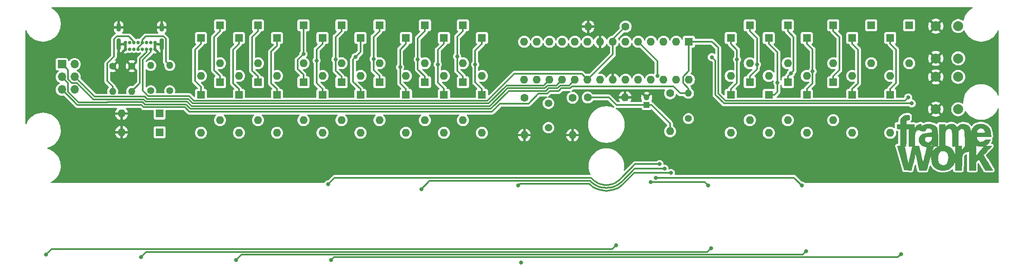
<source format=gtl>
G04 #@! TF.GenerationSoftware,KiCad,Pcbnew,8.0.6*
G04 #@! TF.CreationDate,2024-11-17T02:17:27-07:00*
G04 #@! TF.ProjectId,framework,6672616d-6577-46f7-926b-2e6b69636164,1*
G04 #@! TF.SameCoordinates,Original*
G04 #@! TF.FileFunction,Copper,L1,Top*
G04 #@! TF.FilePolarity,Positive*
%FSLAX46Y46*%
G04 Gerber Fmt 4.6, Leading zero omitted, Abs format (unit mm)*
G04 Created by KiCad (PCBNEW 8.0.6) date 2024-11-17 02:17:27*
%MOMM*%
%LPD*%
G01*
G04 APERTURE LIST*
G04 #@! TA.AperFunction,EtchedComponent*
%ADD10C,0.010000*%
G04 #@! TD*
G04 #@! TA.AperFunction,ComponentPad*
%ADD11R,1.200000X1.200000*%
G04 #@! TD*
G04 #@! TA.AperFunction,ComponentPad*
%ADD12C,1.200000*%
G04 #@! TD*
G04 #@! TA.AperFunction,ComponentPad*
%ADD13C,1.500000*%
G04 #@! TD*
G04 #@! TA.AperFunction,ComponentPad*
%ADD14R,1.600000X1.600000*%
G04 #@! TD*
G04 #@! TA.AperFunction,ComponentPad*
%ADD15O,1.600000X1.600000*%
G04 #@! TD*
G04 #@! TA.AperFunction,ComponentPad*
%ADD16C,2.000000*%
G04 #@! TD*
G04 #@! TA.AperFunction,ComponentPad*
%ADD17C,1.400000*%
G04 #@! TD*
G04 #@! TA.AperFunction,ComponentPad*
%ADD18O,1.400000X1.400000*%
G04 #@! TD*
G04 #@! TA.AperFunction,ComponentPad*
%ADD19C,1.600000*%
G04 #@! TD*
G04 #@! TA.AperFunction,ComponentPad*
%ADD20C,0.700000*%
G04 #@! TD*
G04 #@! TA.AperFunction,ComponentPad*
%ADD21O,0.900000X2.400000*%
G04 #@! TD*
G04 #@! TA.AperFunction,ComponentPad*
%ADD22O,0.900000X1.700000*%
G04 #@! TD*
G04 #@! TA.AperFunction,ComponentPad*
%ADD23R,1.700000X1.700000*%
G04 #@! TD*
G04 #@! TA.AperFunction,ComponentPad*
%ADD24O,1.700000X1.700000*%
G04 #@! TD*
G04 #@! TA.AperFunction,ViaPad*
%ADD25C,0.800000*%
G04 #@! TD*
G04 #@! TA.AperFunction,Conductor*
%ADD26C,0.350000*%
G04 #@! TD*
G04 #@! TA.AperFunction,Conductor*
%ADD27C,0.500000*%
G04 #@! TD*
G04 APERTURE END LIST*
D10*
X268668232Y-208487719D02*
X268852230Y-208545483D01*
X268926316Y-208690057D01*
X268939272Y-208988430D01*
X268936897Y-209031020D01*
X268913287Y-209280247D01*
X268863938Y-209407400D01*
X268759029Y-209459690D01*
X268656561Y-209474821D01*
X268382391Y-209543879D01*
X268237586Y-209695633D01*
X268191297Y-209965129D01*
X268190895Y-210003797D01*
X268190895Y-210329030D01*
X269841895Y-210377496D01*
X269868580Y-210750653D01*
X269895266Y-211123811D01*
X270055336Y-210860597D01*
X270336174Y-210557388D01*
X270751592Y-210352723D01*
X270963728Y-210296299D01*
X271150713Y-210267772D01*
X271225298Y-210318667D01*
X271238891Y-210485510D01*
X271238895Y-210491808D01*
X271238895Y-210746575D01*
X271606821Y-210540937D01*
X272061685Y-210360409D01*
X272569396Y-210279056D01*
X273085989Y-210293417D01*
X273567499Y-210400029D01*
X273969960Y-210595431D01*
X274142747Y-210740598D01*
X274272186Y-210894243D01*
X274370642Y-211066239D01*
X274442193Y-211281246D01*
X274490914Y-211563925D01*
X274520880Y-211938940D01*
X274536167Y-212430950D01*
X274540851Y-213064618D01*
X274540895Y-213149770D01*
X274540895Y-214737829D01*
X273701398Y-214737829D01*
X273522479Y-215338606D01*
X273442074Y-215634992D01*
X273394566Y-215864228D01*
X273388781Y-215982434D01*
X273391894Y-215987717D01*
X273432175Y-215962159D01*
X273440228Y-215889418D01*
X273501800Y-215747302D01*
X273661909Y-215539851D01*
X273883644Y-215303356D01*
X274130095Y-215074106D01*
X274364351Y-214888392D01*
X274549501Y-214782505D01*
X274573702Y-214774987D01*
X274794895Y-214719472D01*
X274794895Y-213080984D01*
X275996461Y-213080984D01*
X275999257Y-213270472D01*
X276022561Y-214592322D01*
X276376114Y-214696622D01*
X276685693Y-214812217D01*
X276986557Y-214960587D01*
X277026516Y-214984385D01*
X277306126Y-215221477D01*
X277574385Y-215555540D01*
X277786396Y-215921951D01*
X277893097Y-216231666D01*
X277937281Y-216421830D01*
X277975442Y-216514163D01*
X277979317Y-216515829D01*
X277992828Y-216436995D01*
X278003650Y-216223813D01*
X278010490Y-215911263D01*
X278012091Y-215649226D01*
X278012228Y-215626829D01*
X278012228Y-214737829D01*
X277419561Y-214737829D01*
X277419561Y-214643426D01*
X278604895Y-214643426D01*
X279324561Y-214695496D01*
X279350932Y-215111504D01*
X279377303Y-215527513D01*
X279536902Y-215265075D01*
X279686925Y-215064157D01*
X279837675Y-214927708D01*
X279849197Y-214921088D01*
X279901510Y-214882003D01*
X279939249Y-214813549D01*
X279963879Y-214692656D01*
X279970992Y-214585068D01*
X282160895Y-214585068D01*
X282160895Y-215649226D01*
X282163190Y-216047363D01*
X282169461Y-216372001D01*
X282178788Y-216592565D01*
X282190248Y-216678482D01*
X282191901Y-216678107D01*
X282254547Y-216602661D01*
X282402703Y-216422728D01*
X282614575Y-216164814D01*
X282868367Y-215855425D01*
X282882246Y-215838496D01*
X283148853Y-215513783D01*
X283385790Y-215226170D01*
X283567103Y-215007098D01*
X283666227Y-214888723D01*
X283726451Y-214804105D01*
X283694845Y-214768559D01*
X283542278Y-214771983D01*
X283378049Y-214788820D01*
X282912695Y-214782146D01*
X282563061Y-214709712D01*
X282160895Y-214585068D01*
X279970992Y-214585068D01*
X279976863Y-214496253D01*
X279979667Y-214201270D01*
X279973756Y-213784635D01*
X279960593Y-213223278D01*
X279959561Y-213182769D01*
X279942452Y-212575312D01*
X279922054Y-212115126D01*
X279910235Y-211983443D01*
X282330228Y-211983443D01*
X282408915Y-212002355D01*
X282621082Y-212017358D01*
X282930888Y-212026544D01*
X283176895Y-212028496D01*
X283569734Y-212024573D01*
X283821858Y-212009862D01*
X283961765Y-211979946D01*
X284017955Y-211930408D01*
X284023561Y-211897291D01*
X283967908Y-211672202D01*
X283832629Y-211421544D01*
X283665240Y-211226242D01*
X283604918Y-211184339D01*
X283294553Y-211102628D01*
X282960406Y-211141479D01*
X282763456Y-211235227D01*
X282618061Y-211388223D01*
X282469908Y-211616736D01*
X282360973Y-211848273D01*
X282330228Y-211983443D01*
X279910235Y-211983443D01*
X279891990Y-211780177D01*
X279845882Y-211548430D01*
X279777352Y-211397852D01*
X279680022Y-211306409D01*
X279547515Y-211252065D01*
X279390319Y-211216147D01*
X279190605Y-211201885D01*
X279025139Y-211274176D01*
X278862287Y-211419411D01*
X278604895Y-211676803D01*
X278604895Y-214643426D01*
X277419561Y-214643426D01*
X277419561Y-213167647D01*
X277418943Y-212616027D01*
X277415082Y-212207985D01*
X277404966Y-211917764D01*
X277385587Y-211719611D01*
X277375310Y-211676803D01*
X277353933Y-211587768D01*
X277306995Y-211496482D01*
X277241761Y-211419995D01*
X277211743Y-211389647D01*
X276976532Y-211222446D01*
X276715358Y-211193018D01*
X276447311Y-211265957D01*
X276283274Y-211357698D01*
X276161159Y-211505275D01*
X276076193Y-211730040D01*
X276023603Y-212053345D01*
X275998617Y-212496542D01*
X275996461Y-213080984D01*
X274794895Y-213080984D01*
X274794895Y-210335162D01*
X275980228Y-210335162D01*
X275980228Y-210858215D01*
X276236857Y-210642276D01*
X276587977Y-210428152D01*
X277009072Y-210287536D01*
X277316447Y-210250968D01*
X277639615Y-210311617D01*
X277968655Y-210467781D01*
X278219650Y-210678639D01*
X278234531Y-210697556D01*
X278393228Y-210908058D01*
X278666080Y-210668562D01*
X279100479Y-210391204D01*
X279577572Y-210272134D01*
X280072398Y-210315106D01*
X280355127Y-210414594D01*
X280636278Y-210577257D01*
X280836566Y-210791480D01*
X280982125Y-211096509D01*
X281099089Y-211531587D01*
X281099150Y-211531867D01*
X281157843Y-211775397D01*
X281201977Y-211907872D01*
X281222527Y-211902657D01*
X281222830Y-211896953D01*
X281289122Y-211620892D01*
X281446483Y-211291566D01*
X281659319Y-210968094D01*
X281892039Y-210709596D01*
X281979787Y-210639655D01*
X282461242Y-210398637D01*
X282995524Y-210286066D01*
X283540765Y-210300646D01*
X284055100Y-210441082D01*
X284496664Y-210706079D01*
X284510733Y-210717976D01*
X284824834Y-211069105D01*
X285037988Y-211509850D01*
X285162272Y-212067775D01*
X285183169Y-212252783D01*
X285233381Y-212790496D01*
X283781804Y-212790496D01*
X283255030Y-212791298D01*
X282874013Y-212795582D01*
X282615182Y-212806169D01*
X282454962Y-212825874D01*
X282369780Y-212857517D01*
X282336062Y-212903916D01*
X282330228Y-212964033D01*
X282392679Y-213237840D01*
X282550113Y-213526323D01*
X282757649Y-213748702D01*
X282771916Y-213759023D01*
X283077477Y-213878305D01*
X283415231Y-213864512D01*
X283728220Y-213728532D01*
X283922529Y-213539059D01*
X284023005Y-213449791D01*
X284192702Y-213401487D01*
X284474918Y-213383949D01*
X284584401Y-213383162D01*
X284879097Y-213386423D01*
X285038496Y-213404966D01*
X285096623Y-213451925D01*
X285087502Y-213540440D01*
X285077773Y-213573662D01*
X284934531Y-213864205D01*
X284699673Y-214170426D01*
X284428627Y-214424031D01*
X284336353Y-214487187D01*
X284076092Y-214645461D01*
X284723562Y-214670478D01*
X285371033Y-214695496D01*
X284525629Y-215600268D01*
X283680224Y-216505040D01*
X284427511Y-217716934D01*
X284692536Y-218146974D01*
X284941025Y-218550620D01*
X285153004Y-218895397D01*
X285308500Y-219148825D01*
X285368084Y-219246329D01*
X285561372Y-219563829D01*
X284041720Y-219563829D01*
X282797338Y-217368057D01*
X282479116Y-217678793D01*
X282160895Y-217989528D01*
X282160895Y-219563829D01*
X280806228Y-219563829D01*
X280806228Y-215816853D01*
X280446395Y-215874287D01*
X280022022Y-215995368D01*
X279708869Y-216217055D01*
X279558574Y-216407157D01*
X279502013Y-216517881D01*
X279459790Y-216670644D01*
X279429120Y-216891994D01*
X279407219Y-217208480D01*
X279391301Y-217646649D01*
X279381067Y-218099311D01*
X279352907Y-219563829D01*
X278012228Y-219563829D01*
X278006331Y-218611329D01*
X278003157Y-218201372D01*
X277997166Y-217943505D01*
X277984514Y-217820488D01*
X277961360Y-217815079D01*
X277923862Y-217910039D01*
X277880697Y-218047523D01*
X277689386Y-218451219D01*
X277386094Y-218852061D01*
X277019632Y-219194092D01*
X276710118Y-219389546D01*
X276280197Y-219532725D01*
X275769010Y-219605726D01*
X275251976Y-219602593D01*
X274863437Y-219535396D01*
X274293572Y-219294522D01*
X273835131Y-218929453D01*
X273493431Y-218447961D01*
X273273790Y-217857817D01*
X273181524Y-217166792D01*
X273180084Y-217108857D01*
X274550375Y-217108857D01*
X274584580Y-217508597D01*
X274658190Y-217861003D01*
X274766075Y-218107027D01*
X274768996Y-218111071D01*
X275072217Y-218402761D01*
X275433667Y-218557378D01*
X275816768Y-218566565D01*
X276170279Y-218431230D01*
X276382313Y-218209884D01*
X276538074Y-217870071D01*
X276631370Y-217455083D01*
X276656010Y-217008211D01*
X276605803Y-216572747D01*
X276486978Y-216216914D01*
X276256421Y-215904210D01*
X275953675Y-215719299D01*
X275613513Y-215658706D01*
X275270712Y-215718950D01*
X274960046Y-215896555D01*
X274716289Y-216188041D01*
X274620693Y-216403578D01*
X274560704Y-216720834D01*
X274550375Y-217108857D01*
X273180084Y-217108857D01*
X273179214Y-217073873D01*
X273172201Y-216558162D01*
X272961604Y-217235496D01*
X272837688Y-217635809D01*
X272690325Y-218114490D01*
X272545249Y-218587870D01*
X272499315Y-218738329D01*
X272247623Y-219563829D01*
X270827111Y-219563829D01*
X270692336Y-218949996D01*
X270620177Y-218621665D01*
X270524244Y-218185606D01*
X270417221Y-217699452D01*
X270315022Y-217235496D01*
X270223763Y-216843498D01*
X270141746Y-216532038D01*
X270076575Y-216327065D01*
X270035853Y-216254528D01*
X270029749Y-216261829D01*
X269990711Y-216409798D01*
X269933463Y-216662701D01*
X269884492Y-216896829D01*
X269824418Y-217180646D01*
X269736926Y-217576482D01*
X269633818Y-218031625D01*
X269528274Y-218487501D01*
X269274578Y-219570174D01*
X267815252Y-219521496D01*
X266478805Y-214843662D01*
X267874308Y-214843662D01*
X267904055Y-214957598D01*
X267961816Y-215208524D01*
X268041212Y-215567629D01*
X268135859Y-216006101D01*
X268225947Y-216431162D01*
X268330066Y-216924835D01*
X268425334Y-217373448D01*
X268505016Y-217745524D01*
X268562377Y-218009589D01*
X268588285Y-218124496D01*
X268604646Y-218200060D01*
X268618141Y-218252657D01*
X268633933Y-218264608D01*
X268657184Y-218218238D01*
X268693056Y-218095871D01*
X268746712Y-217879830D01*
X268823313Y-217552439D01*
X268928022Y-217096021D01*
X269066001Y-216492900D01*
X269070447Y-216473496D01*
X269176252Y-216013296D01*
X269273011Y-215595276D01*
X269352465Y-215254922D01*
X269406349Y-215027721D01*
X269420354Y-214970662D01*
X269447156Y-214828909D01*
X269406975Y-214760875D01*
X269261322Y-214739507D01*
X269089073Y-214737829D01*
X268698895Y-214737829D01*
X268698895Y-214644313D01*
X269884228Y-214644313D01*
X270323843Y-214669904D01*
X270763459Y-214695496D01*
X271149343Y-216450016D01*
X271284940Y-217047860D01*
X271400105Y-217517117D01*
X271492204Y-217848310D01*
X271558603Y-218031964D01*
X271596631Y-218058683D01*
X271634299Y-217931962D01*
X271701378Y-217669182D01*
X271790769Y-217299636D01*
X271895375Y-216852616D01*
X271981773Y-216473496D01*
X273186228Y-216473496D01*
X273228561Y-216515829D01*
X273270895Y-216473496D01*
X273228561Y-216431162D01*
X273186228Y-216473496D01*
X271981773Y-216473496D01*
X271998797Y-216398795D01*
X272106949Y-215916652D01*
X272200951Y-215494504D01*
X272274950Y-215158883D01*
X272323096Y-214936324D01*
X272339561Y-214853628D01*
X272267875Y-214828840D01*
X272158884Y-214822496D01*
X271687991Y-214747110D01*
X271442656Y-214618552D01*
X273043386Y-214618552D01*
X273079296Y-214649672D01*
X273212379Y-214653162D01*
X273394687Y-214611670D01*
X273440228Y-214526162D01*
X273404894Y-214416037D01*
X273288429Y-214436167D01*
X273148879Y-214528855D01*
X273043386Y-214618552D01*
X271442656Y-214618552D01*
X271289252Y-214538167D01*
X270984464Y-214221485D01*
X270795425Y-213822884D01*
X270745628Y-213383162D01*
X271916228Y-213383162D01*
X271984938Y-213671571D01*
X272165703Y-213870581D01*
X272420480Y-213969175D01*
X272711223Y-213956333D01*
X272999886Y-213821037D01*
X273108074Y-213728342D01*
X273287467Y-213496569D01*
X273352384Y-213237061D01*
X273355561Y-213135675D01*
X273355561Y-212790496D01*
X272805228Y-212790496D01*
X272385184Y-212825891D01*
X272106444Y-212938258D01*
X271955098Y-213136870D01*
X271916228Y-213383162D01*
X270745628Y-213383162D01*
X270743931Y-213368181D01*
X270767174Y-213173988D01*
X270920231Y-212774115D01*
X271214060Y-212461589D01*
X271650486Y-212235324D01*
X272231331Y-212094236D01*
X272657061Y-212049553D01*
X273355561Y-212004627D01*
X273355561Y-211720228D01*
X273284058Y-211411499D01*
X273090062Y-211193678D01*
X272804338Y-211098810D01*
X272757328Y-211097162D01*
X272402686Y-211158871D01*
X272161860Y-211341124D01*
X272082062Y-211487365D01*
X272025625Y-211602150D01*
X271937733Y-211662260D01*
X271773191Y-211681431D01*
X271486799Y-211673404D01*
X271472282Y-211672717D01*
X271153680Y-211644274D01*
X270990934Y-211594947D01*
X270963728Y-211541662D01*
X270918153Y-211457293D01*
X270762836Y-211442686D01*
X270541710Y-211496483D01*
X270399440Y-211559099D01*
X270212833Y-211684943D01*
X270075473Y-211858159D01*
X269980650Y-212103442D01*
X269921653Y-212445487D01*
X269891773Y-212908987D01*
X269884228Y-213455033D01*
X269884228Y-214644313D01*
X268698895Y-214644313D01*
X268698895Y-213455033D01*
X268698895Y-211266496D01*
X268190895Y-211266496D01*
X268190895Y-213002162D01*
X268190385Y-213585148D01*
X268187376Y-214020385D01*
X268179651Y-214329458D01*
X268164990Y-214533950D01*
X268141175Y-214655447D01*
X268105989Y-214715531D01*
X268057211Y-214735788D01*
X268012503Y-214737829D01*
X267882885Y-214777085D01*
X267874308Y-214843662D01*
X266478805Y-214843662D01*
X266436474Y-214695496D01*
X266721018Y-214669218D01*
X267005561Y-214642940D01*
X267005561Y-211276717D01*
X266688061Y-211250440D01*
X266370561Y-211224162D01*
X266319379Y-210335162D01*
X267005561Y-210335162D01*
X267007421Y-209932996D01*
X267072668Y-209430799D01*
X267256254Y-209022155D01*
X267547472Y-208727011D01*
X267701202Y-208640829D01*
X268022679Y-208534254D01*
X268365448Y-208481525D01*
X268668232Y-208487719D01*
G04 #@! TA.AperFunction,EtchedComponent*
G36*
X268668232Y-208487719D02*
G01*
X268852230Y-208545483D01*
X268926316Y-208690057D01*
X268939272Y-208988430D01*
X268936897Y-209031020D01*
X268913287Y-209280247D01*
X268863938Y-209407400D01*
X268759029Y-209459690D01*
X268656561Y-209474821D01*
X268382391Y-209543879D01*
X268237586Y-209695633D01*
X268191297Y-209965129D01*
X268190895Y-210003797D01*
X268190895Y-210329030D01*
X269841895Y-210377496D01*
X269868580Y-210750653D01*
X269895266Y-211123811D01*
X270055336Y-210860597D01*
X270336174Y-210557388D01*
X270751592Y-210352723D01*
X270963728Y-210296299D01*
X271150713Y-210267772D01*
X271225298Y-210318667D01*
X271238891Y-210485510D01*
X271238895Y-210491808D01*
X271238895Y-210746575D01*
X271606821Y-210540937D01*
X272061685Y-210360409D01*
X272569396Y-210279056D01*
X273085989Y-210293417D01*
X273567499Y-210400029D01*
X273969960Y-210595431D01*
X274142747Y-210740598D01*
X274272186Y-210894243D01*
X274370642Y-211066239D01*
X274442193Y-211281246D01*
X274490914Y-211563925D01*
X274520880Y-211938940D01*
X274536167Y-212430950D01*
X274540851Y-213064618D01*
X274540895Y-213149770D01*
X274540895Y-214737829D01*
X273701398Y-214737829D01*
X273522479Y-215338606D01*
X273442074Y-215634992D01*
X273394566Y-215864228D01*
X273388781Y-215982434D01*
X273391894Y-215987717D01*
X273432175Y-215962159D01*
X273440228Y-215889418D01*
X273501800Y-215747302D01*
X273661909Y-215539851D01*
X273883644Y-215303356D01*
X274130095Y-215074106D01*
X274364351Y-214888392D01*
X274549501Y-214782505D01*
X274573702Y-214774987D01*
X274794895Y-214719472D01*
X274794895Y-213080984D01*
X275996461Y-213080984D01*
X275999257Y-213270472D01*
X276022561Y-214592322D01*
X276376114Y-214696622D01*
X276685693Y-214812217D01*
X276986557Y-214960587D01*
X277026516Y-214984385D01*
X277306126Y-215221477D01*
X277574385Y-215555540D01*
X277786396Y-215921951D01*
X277893097Y-216231666D01*
X277937281Y-216421830D01*
X277975442Y-216514163D01*
X277979317Y-216515829D01*
X277992828Y-216436995D01*
X278003650Y-216223813D01*
X278010490Y-215911263D01*
X278012091Y-215649226D01*
X278012228Y-215626829D01*
X278012228Y-214737829D01*
X277419561Y-214737829D01*
X277419561Y-214643426D01*
X278604895Y-214643426D01*
X279324561Y-214695496D01*
X279350932Y-215111504D01*
X279377303Y-215527513D01*
X279536902Y-215265075D01*
X279686925Y-215064157D01*
X279837675Y-214927708D01*
X279849197Y-214921088D01*
X279901510Y-214882003D01*
X279939249Y-214813549D01*
X279963879Y-214692656D01*
X279970992Y-214585068D01*
X282160895Y-214585068D01*
X282160895Y-215649226D01*
X282163190Y-216047363D01*
X282169461Y-216372001D01*
X282178788Y-216592565D01*
X282190248Y-216678482D01*
X282191901Y-216678107D01*
X282254547Y-216602661D01*
X282402703Y-216422728D01*
X282614575Y-216164814D01*
X282868367Y-215855425D01*
X282882246Y-215838496D01*
X283148853Y-215513783D01*
X283385790Y-215226170D01*
X283567103Y-215007098D01*
X283666227Y-214888723D01*
X283726451Y-214804105D01*
X283694845Y-214768559D01*
X283542278Y-214771983D01*
X283378049Y-214788820D01*
X282912695Y-214782146D01*
X282563061Y-214709712D01*
X282160895Y-214585068D01*
X279970992Y-214585068D01*
X279976863Y-214496253D01*
X279979667Y-214201270D01*
X279973756Y-213784635D01*
X279960593Y-213223278D01*
X279959561Y-213182769D01*
X279942452Y-212575312D01*
X279922054Y-212115126D01*
X279910235Y-211983443D01*
X282330228Y-211983443D01*
X282408915Y-212002355D01*
X282621082Y-212017358D01*
X282930888Y-212026544D01*
X283176895Y-212028496D01*
X283569734Y-212024573D01*
X283821858Y-212009862D01*
X283961765Y-211979946D01*
X284017955Y-211930408D01*
X284023561Y-211897291D01*
X283967908Y-211672202D01*
X283832629Y-211421544D01*
X283665240Y-211226242D01*
X283604918Y-211184339D01*
X283294553Y-211102628D01*
X282960406Y-211141479D01*
X282763456Y-211235227D01*
X282618061Y-211388223D01*
X282469908Y-211616736D01*
X282360973Y-211848273D01*
X282330228Y-211983443D01*
X279910235Y-211983443D01*
X279891990Y-211780177D01*
X279845882Y-211548430D01*
X279777352Y-211397852D01*
X279680022Y-211306409D01*
X279547515Y-211252065D01*
X279390319Y-211216147D01*
X279190605Y-211201885D01*
X279025139Y-211274176D01*
X278862287Y-211419411D01*
X278604895Y-211676803D01*
X278604895Y-214643426D01*
X277419561Y-214643426D01*
X277419561Y-213167647D01*
X277418943Y-212616027D01*
X277415082Y-212207985D01*
X277404966Y-211917764D01*
X277385587Y-211719611D01*
X277375310Y-211676803D01*
X277353933Y-211587768D01*
X277306995Y-211496482D01*
X277241761Y-211419995D01*
X277211743Y-211389647D01*
X276976532Y-211222446D01*
X276715358Y-211193018D01*
X276447311Y-211265957D01*
X276283274Y-211357698D01*
X276161159Y-211505275D01*
X276076193Y-211730040D01*
X276023603Y-212053345D01*
X275998617Y-212496542D01*
X275996461Y-213080984D01*
X274794895Y-213080984D01*
X274794895Y-210335162D01*
X275980228Y-210335162D01*
X275980228Y-210858215D01*
X276236857Y-210642276D01*
X276587977Y-210428152D01*
X277009072Y-210287536D01*
X277316447Y-210250968D01*
X277639615Y-210311617D01*
X277968655Y-210467781D01*
X278219650Y-210678639D01*
X278234531Y-210697556D01*
X278393228Y-210908058D01*
X278666080Y-210668562D01*
X279100479Y-210391204D01*
X279577572Y-210272134D01*
X280072398Y-210315106D01*
X280355127Y-210414594D01*
X280636278Y-210577257D01*
X280836566Y-210791480D01*
X280982125Y-211096509D01*
X281099089Y-211531587D01*
X281099150Y-211531867D01*
X281157843Y-211775397D01*
X281201977Y-211907872D01*
X281222527Y-211902657D01*
X281222830Y-211896953D01*
X281289122Y-211620892D01*
X281446483Y-211291566D01*
X281659319Y-210968094D01*
X281892039Y-210709596D01*
X281979787Y-210639655D01*
X282461242Y-210398637D01*
X282995524Y-210286066D01*
X283540765Y-210300646D01*
X284055100Y-210441082D01*
X284496664Y-210706079D01*
X284510733Y-210717976D01*
X284824834Y-211069105D01*
X285037988Y-211509850D01*
X285162272Y-212067775D01*
X285183169Y-212252783D01*
X285233381Y-212790496D01*
X283781804Y-212790496D01*
X283255030Y-212791298D01*
X282874013Y-212795582D01*
X282615182Y-212806169D01*
X282454962Y-212825874D01*
X282369780Y-212857517D01*
X282336062Y-212903916D01*
X282330228Y-212964033D01*
X282392679Y-213237840D01*
X282550113Y-213526323D01*
X282757649Y-213748702D01*
X282771916Y-213759023D01*
X283077477Y-213878305D01*
X283415231Y-213864512D01*
X283728220Y-213728532D01*
X283922529Y-213539059D01*
X284023005Y-213449791D01*
X284192702Y-213401487D01*
X284474918Y-213383949D01*
X284584401Y-213383162D01*
X284879097Y-213386423D01*
X285038496Y-213404966D01*
X285096623Y-213451925D01*
X285087502Y-213540440D01*
X285077773Y-213573662D01*
X284934531Y-213864205D01*
X284699673Y-214170426D01*
X284428627Y-214424031D01*
X284336353Y-214487187D01*
X284076092Y-214645461D01*
X284723562Y-214670478D01*
X285371033Y-214695496D01*
X284525629Y-215600268D01*
X283680224Y-216505040D01*
X284427511Y-217716934D01*
X284692536Y-218146974D01*
X284941025Y-218550620D01*
X285153004Y-218895397D01*
X285308500Y-219148825D01*
X285368084Y-219246329D01*
X285561372Y-219563829D01*
X284041720Y-219563829D01*
X282797338Y-217368057D01*
X282479116Y-217678793D01*
X282160895Y-217989528D01*
X282160895Y-219563829D01*
X280806228Y-219563829D01*
X280806228Y-215816853D01*
X280446395Y-215874287D01*
X280022022Y-215995368D01*
X279708869Y-216217055D01*
X279558574Y-216407157D01*
X279502013Y-216517881D01*
X279459790Y-216670644D01*
X279429120Y-216891994D01*
X279407219Y-217208480D01*
X279391301Y-217646649D01*
X279381067Y-218099311D01*
X279352907Y-219563829D01*
X278012228Y-219563829D01*
X278006331Y-218611329D01*
X278003157Y-218201372D01*
X277997166Y-217943505D01*
X277984514Y-217820488D01*
X277961360Y-217815079D01*
X277923862Y-217910039D01*
X277880697Y-218047523D01*
X277689386Y-218451219D01*
X277386094Y-218852061D01*
X277019632Y-219194092D01*
X276710118Y-219389546D01*
X276280197Y-219532725D01*
X275769010Y-219605726D01*
X275251976Y-219602593D01*
X274863437Y-219535396D01*
X274293572Y-219294522D01*
X273835131Y-218929453D01*
X273493431Y-218447961D01*
X273273790Y-217857817D01*
X273181524Y-217166792D01*
X273180084Y-217108857D01*
X274550375Y-217108857D01*
X274584580Y-217508597D01*
X274658190Y-217861003D01*
X274766075Y-218107027D01*
X274768996Y-218111071D01*
X275072217Y-218402761D01*
X275433667Y-218557378D01*
X275816768Y-218566565D01*
X276170279Y-218431230D01*
X276382313Y-218209884D01*
X276538074Y-217870071D01*
X276631370Y-217455083D01*
X276656010Y-217008211D01*
X276605803Y-216572747D01*
X276486978Y-216216914D01*
X276256421Y-215904210D01*
X275953675Y-215719299D01*
X275613513Y-215658706D01*
X275270712Y-215718950D01*
X274960046Y-215896555D01*
X274716289Y-216188041D01*
X274620693Y-216403578D01*
X274560704Y-216720834D01*
X274550375Y-217108857D01*
X273180084Y-217108857D01*
X273179214Y-217073873D01*
X273172201Y-216558162D01*
X272961604Y-217235496D01*
X272837688Y-217635809D01*
X272690325Y-218114490D01*
X272545249Y-218587870D01*
X272499315Y-218738329D01*
X272247623Y-219563829D01*
X270827111Y-219563829D01*
X270692336Y-218949996D01*
X270620177Y-218621665D01*
X270524244Y-218185606D01*
X270417221Y-217699452D01*
X270315022Y-217235496D01*
X270223763Y-216843498D01*
X270141746Y-216532038D01*
X270076575Y-216327065D01*
X270035853Y-216254528D01*
X270029749Y-216261829D01*
X269990711Y-216409798D01*
X269933463Y-216662701D01*
X269884492Y-216896829D01*
X269824418Y-217180646D01*
X269736926Y-217576482D01*
X269633818Y-218031625D01*
X269528274Y-218487501D01*
X269274578Y-219570174D01*
X267815252Y-219521496D01*
X266478805Y-214843662D01*
X267874308Y-214843662D01*
X267904055Y-214957598D01*
X267961816Y-215208524D01*
X268041212Y-215567629D01*
X268135859Y-216006101D01*
X268225947Y-216431162D01*
X268330066Y-216924835D01*
X268425334Y-217373448D01*
X268505016Y-217745524D01*
X268562377Y-218009589D01*
X268588285Y-218124496D01*
X268604646Y-218200060D01*
X268618141Y-218252657D01*
X268633933Y-218264608D01*
X268657184Y-218218238D01*
X268693056Y-218095871D01*
X268746712Y-217879830D01*
X268823313Y-217552439D01*
X268928022Y-217096021D01*
X269066001Y-216492900D01*
X269070447Y-216473496D01*
X269176252Y-216013296D01*
X269273011Y-215595276D01*
X269352465Y-215254922D01*
X269406349Y-215027721D01*
X269420354Y-214970662D01*
X269447156Y-214828909D01*
X269406975Y-214760875D01*
X269261322Y-214739507D01*
X269089073Y-214737829D01*
X268698895Y-214737829D01*
X268698895Y-214644313D01*
X269884228Y-214644313D01*
X270323843Y-214669904D01*
X270763459Y-214695496D01*
X271149343Y-216450016D01*
X271284940Y-217047860D01*
X271400105Y-217517117D01*
X271492204Y-217848310D01*
X271558603Y-218031964D01*
X271596631Y-218058683D01*
X271634299Y-217931962D01*
X271701378Y-217669182D01*
X271790769Y-217299636D01*
X271895375Y-216852616D01*
X271981773Y-216473496D01*
X273186228Y-216473496D01*
X273228561Y-216515829D01*
X273270895Y-216473496D01*
X273228561Y-216431162D01*
X273186228Y-216473496D01*
X271981773Y-216473496D01*
X271998797Y-216398795D01*
X272106949Y-215916652D01*
X272200951Y-215494504D01*
X272274950Y-215158883D01*
X272323096Y-214936324D01*
X272339561Y-214853628D01*
X272267875Y-214828840D01*
X272158884Y-214822496D01*
X271687991Y-214747110D01*
X271442656Y-214618552D01*
X273043386Y-214618552D01*
X273079296Y-214649672D01*
X273212379Y-214653162D01*
X273394687Y-214611670D01*
X273440228Y-214526162D01*
X273404894Y-214416037D01*
X273288429Y-214436167D01*
X273148879Y-214528855D01*
X273043386Y-214618552D01*
X271442656Y-214618552D01*
X271289252Y-214538167D01*
X270984464Y-214221485D01*
X270795425Y-213822884D01*
X270745628Y-213383162D01*
X271916228Y-213383162D01*
X271984938Y-213671571D01*
X272165703Y-213870581D01*
X272420480Y-213969175D01*
X272711223Y-213956333D01*
X272999886Y-213821037D01*
X273108074Y-213728342D01*
X273287467Y-213496569D01*
X273352384Y-213237061D01*
X273355561Y-213135675D01*
X273355561Y-212790496D01*
X272805228Y-212790496D01*
X272385184Y-212825891D01*
X272106444Y-212938258D01*
X271955098Y-213136870D01*
X271916228Y-213383162D01*
X270745628Y-213383162D01*
X270743931Y-213368181D01*
X270767174Y-213173988D01*
X270920231Y-212774115D01*
X271214060Y-212461589D01*
X271650486Y-212235324D01*
X272231331Y-212094236D01*
X272657061Y-212049553D01*
X273355561Y-212004627D01*
X273355561Y-211720228D01*
X273284058Y-211411499D01*
X273090062Y-211193678D01*
X272804338Y-211098810D01*
X272757328Y-211097162D01*
X272402686Y-211158871D01*
X272161860Y-211341124D01*
X272082062Y-211487365D01*
X272025625Y-211602150D01*
X271937733Y-211662260D01*
X271773191Y-211681431D01*
X271486799Y-211673404D01*
X271472282Y-211672717D01*
X271153680Y-211644274D01*
X270990934Y-211594947D01*
X270963728Y-211541662D01*
X270918153Y-211457293D01*
X270762836Y-211442686D01*
X270541710Y-211496483D01*
X270399440Y-211559099D01*
X270212833Y-211684943D01*
X270075473Y-211858159D01*
X269980650Y-212103442D01*
X269921653Y-212445487D01*
X269891773Y-212908987D01*
X269884228Y-213455033D01*
X269884228Y-214644313D01*
X268698895Y-214644313D01*
X268698895Y-213455033D01*
X268698895Y-211266496D01*
X268190895Y-211266496D01*
X268190895Y-213002162D01*
X268190385Y-213585148D01*
X268187376Y-214020385D01*
X268179651Y-214329458D01*
X268164990Y-214533950D01*
X268141175Y-214655447D01*
X268105989Y-214715531D01*
X268057211Y-214735788D01*
X268012503Y-214737829D01*
X267882885Y-214777085D01*
X267874308Y-214843662D01*
X266478805Y-214843662D01*
X266436474Y-214695496D01*
X266721018Y-214669218D01*
X267005561Y-214642940D01*
X267005561Y-211276717D01*
X266688061Y-211250440D01*
X266370561Y-211224162D01*
X266319379Y-210335162D01*
X267005561Y-210335162D01*
X267007421Y-209932996D01*
X267072668Y-209430799D01*
X267256254Y-209022155D01*
X267547472Y-208727011D01*
X267701202Y-208640829D01*
X268022679Y-208534254D01*
X268365448Y-208481525D01*
X268668232Y-208487719D01*
G37*
G04 #@! TD.AperFunction*
D11*
X216185750Y-206458750D03*
D12*
X216185750Y-204958750D03*
D13*
X196500750Y-211013250D03*
X196500750Y-206133250D03*
D14*
X224655125Y-193766625D03*
D15*
X191635125Y-201386625D03*
X222115125Y-193766625D03*
X194175125Y-201386625D03*
X219575125Y-193766625D03*
X196715125Y-201386625D03*
X217035125Y-193766625D03*
X199255125Y-201386625D03*
X214495125Y-193766625D03*
X201795125Y-201386625D03*
X211955125Y-193766625D03*
X204335125Y-201386625D03*
X209415125Y-193766625D03*
X206875125Y-201386625D03*
X206875125Y-193766625D03*
X209415125Y-201386625D03*
X204335125Y-193766625D03*
X211955125Y-201386625D03*
X201795125Y-193766625D03*
X214495125Y-201386625D03*
X199255125Y-193766625D03*
X217035125Y-201386625D03*
X196715125Y-193766625D03*
X219575125Y-201386625D03*
X194175125Y-193766625D03*
X222115125Y-201386625D03*
X191635125Y-193766625D03*
X224655125Y-201386625D03*
D16*
X274150375Y-200823625D03*
X278650375Y-200823625D03*
X274150375Y-207323625D03*
X278650375Y-207323625D03*
X278660375Y-197113625D03*
X274160375Y-197113625D03*
X278660375Y-190613625D03*
X274160375Y-190613625D03*
D17*
X112934750Y-198656125D03*
D18*
X112934750Y-203736125D03*
D17*
X109124750Y-198656125D03*
D18*
X109124750Y-203736125D03*
D19*
X220884750Y-204133250D03*
D15*
X220884750Y-211753250D03*
D17*
X116744750Y-203625250D03*
D18*
X116744750Y-198545250D03*
D17*
X120554750Y-203625250D03*
D18*
X120554750Y-198545250D03*
D17*
X224567750Y-209213250D03*
D18*
X224567750Y-204133250D03*
D20*
X117615375Y-195254625D03*
X116765375Y-195254625D03*
X115915375Y-195254625D03*
X115065375Y-195254625D03*
X114215375Y-195254625D03*
X113365375Y-195254625D03*
X112515375Y-195254625D03*
X111665375Y-195254625D03*
X116765375Y-193904625D03*
X115065375Y-193904625D03*
X115915375Y-193904625D03*
X117615375Y-193904625D03*
X113365375Y-193904625D03*
X112515375Y-193904625D03*
X111665375Y-193904625D03*
X114215375Y-193904625D03*
D21*
X118965375Y-194274625D03*
X110315375Y-194274625D03*
D22*
X118965375Y-190894625D03*
X110315375Y-190894625D03*
D23*
X98933000Y-198291000D03*
D24*
X101473000Y-198291000D03*
X98933000Y-200831000D03*
X101473000Y-200831000D03*
X98933000Y-203371000D03*
X101473000Y-203371000D03*
D14*
X183165375Y-204434625D03*
D15*
X183165375Y-212054625D03*
D14*
X179355375Y-201894625D03*
D15*
X179355375Y-209514625D03*
D14*
X175545375Y-204434625D03*
D15*
X175545375Y-212054625D03*
D14*
X171735375Y-201894625D03*
D15*
X171735375Y-209514625D03*
D14*
X167925375Y-204434625D03*
D15*
X167925375Y-212054625D03*
D14*
X183165375Y-193004625D03*
D15*
X183165375Y-200624625D03*
D14*
X179355375Y-190464625D03*
D15*
X179355375Y-198084625D03*
D14*
X175545375Y-193004625D03*
D15*
X175545375Y-200624625D03*
D14*
X171735375Y-190464625D03*
D15*
X171735375Y-198084625D03*
D14*
X167925375Y-193004625D03*
D15*
X167925375Y-200624625D03*
D14*
X162615375Y-201894625D03*
D15*
X162615375Y-209514625D03*
X265025375Y-212054625D03*
D14*
X265025375Y-204434625D03*
X158805375Y-204434625D03*
D15*
X158805375Y-212054625D03*
D14*
X154995375Y-201894625D03*
D15*
X154995375Y-209514625D03*
X257405375Y-212054625D03*
D14*
X257405375Y-204434625D03*
X151185375Y-204434625D03*
D15*
X151185375Y-212054625D03*
X253595375Y-209514625D03*
D14*
X253595375Y-201894625D03*
X147375375Y-201894625D03*
D15*
X147375375Y-209514625D03*
D14*
X268835375Y-190464625D03*
D15*
X268835375Y-198084625D03*
D14*
X162615375Y-190464625D03*
D15*
X162615375Y-198084625D03*
D14*
X265025375Y-193004625D03*
D15*
X265025375Y-200624625D03*
D14*
X158805375Y-193004625D03*
D15*
X158805375Y-200624625D03*
D14*
X261215375Y-190464625D03*
D15*
X261215375Y-198084625D03*
D14*
X154995375Y-190464625D03*
D15*
X154995375Y-198084625D03*
D14*
X257405375Y-193004625D03*
D15*
X257405375Y-200624625D03*
D14*
X151185375Y-193004625D03*
D15*
X151185375Y-200624625D03*
D14*
X253595375Y-190464625D03*
D15*
X253595375Y-198084625D03*
D14*
X147375375Y-190464625D03*
D15*
X147375375Y-198084625D03*
D14*
X248285375Y-204434625D03*
D15*
X248285375Y-212054625D03*
D14*
X142065375Y-204434625D03*
D15*
X142065375Y-212054625D03*
D14*
X244475375Y-201894625D03*
D15*
X244475375Y-209514625D03*
D14*
X138255375Y-201894625D03*
D15*
X138255375Y-209514625D03*
D14*
X240665375Y-204434625D03*
D15*
X240665375Y-212054625D03*
D14*
X134445375Y-204434625D03*
D15*
X134445375Y-212054625D03*
D14*
X236855375Y-201894625D03*
D15*
X236855375Y-209514625D03*
D14*
X130635375Y-201894625D03*
D15*
X130635375Y-209514625D03*
D14*
X233045375Y-204434625D03*
D15*
X233045375Y-212054625D03*
D14*
X126825375Y-204434625D03*
D15*
X126825375Y-212054625D03*
D14*
X248285375Y-193004625D03*
D15*
X248285375Y-200624625D03*
D14*
X142065375Y-193004625D03*
D15*
X142065375Y-200624625D03*
D14*
X244475375Y-190464625D03*
D15*
X244475375Y-198084625D03*
D14*
X138255375Y-190464625D03*
D15*
X138255375Y-198084625D03*
D14*
X240665375Y-193004625D03*
D15*
X240665375Y-200624625D03*
D14*
X134445375Y-193004625D03*
D15*
X134445375Y-200624625D03*
D14*
X236855375Y-190464625D03*
D15*
X236855375Y-198084625D03*
D14*
X130635375Y-190464625D03*
D15*
X130635375Y-198084625D03*
D14*
X233045375Y-193004625D03*
D15*
X233045375Y-200624625D03*
D14*
X126825375Y-193004625D03*
D15*
X126825375Y-200624625D03*
D14*
X118522750Y-208197250D03*
D15*
X110902750Y-208197250D03*
D14*
X118522750Y-211943500D03*
D15*
X110902750Y-211943500D03*
X201326750Y-212515250D03*
D19*
X201326750Y-205015250D03*
D15*
X191674750Y-212515250D03*
D19*
X191674750Y-205015250D03*
D15*
X204455125Y-190718625D03*
D19*
X211955125Y-190718625D03*
D15*
X211867750Y-204958750D03*
D19*
X204367750Y-204958750D03*
D25*
X147375375Y-196258625D03*
X166750374Y-198879001D03*
X234305375Y-197328625D03*
X150010374Y-197533624D03*
X170305375Y-197328625D03*
X238305375Y-198328625D03*
X153811186Y-197309625D03*
X174305375Y-198328625D03*
X242395375Y-201974000D03*
X249460376Y-199673624D03*
X245106688Y-200113313D03*
X268633266Y-204963625D03*
X218344750Y-200603625D03*
X157805375Y-196828625D03*
X178180374Y-196703624D03*
X269340375Y-206163625D03*
X229252827Y-196853585D03*
X210070375Y-234632085D03*
X95770375Y-236505625D03*
X228504750Y-222675250D03*
X216995375Y-221989980D03*
X229120375Y-235227480D03*
X114820375Y-237012945D03*
X247300750Y-222675250D03*
X218011375Y-221081199D03*
X248170375Y-235822875D03*
X133870375Y-237608340D03*
X152304750Y-222421250D03*
X218773375Y-218357000D03*
X267220375Y-236418270D03*
X152920375Y-237608420D03*
X171021375Y-223357625D03*
X219789375Y-219273295D03*
X190404750Y-222675250D03*
X221059375Y-220135250D03*
X161440374Y-197193626D03*
X181805375Y-198328625D03*
X191020375Y-238123625D03*
D26*
X229314125Y-193766625D02*
X224655125Y-193766625D01*
X230536750Y-194989250D02*
X229314125Y-193766625D01*
X266474375Y-205609626D02*
X231945374Y-205609626D01*
X230536750Y-204201002D02*
X230536750Y-194989250D01*
X266480376Y-205603625D02*
X266474375Y-205609626D01*
X267993266Y-205603625D02*
X266480376Y-205603625D01*
X268633266Y-204963625D02*
X267993266Y-205603625D01*
X231945374Y-205609626D02*
X230536750Y-204201002D01*
X229986740Y-197587498D02*
X229252827Y-196853585D01*
X229986740Y-204428823D02*
X229986740Y-197587498D01*
X231717553Y-206159636D02*
X229986740Y-204428823D01*
X266702182Y-206159636D02*
X231717553Y-206159636D01*
X266708193Y-206153625D02*
X266702182Y-206159636D01*
X269340375Y-206163625D02*
X269330375Y-206153625D01*
X269330375Y-206153625D02*
X266708193Y-206153625D01*
D27*
X111665375Y-195254625D02*
X111665375Y-193904625D01*
X111295375Y-194274625D02*
X111665375Y-193904625D01*
X110315375Y-194274625D02*
X111295375Y-194274625D01*
X117985375Y-194274625D02*
X117615375Y-193904625D01*
X118965375Y-194274625D02*
X117985375Y-194274625D01*
X117615375Y-195254625D02*
X117615375Y-193904625D01*
D26*
X203160124Y-200211624D02*
X204335125Y-201386625D01*
X189663378Y-200211624D02*
X203160124Y-200211624D01*
X184265376Y-205609626D02*
X189663378Y-200211624D01*
X116765375Y-195254625D02*
X116765375Y-195778000D01*
X124490753Y-204700251D02*
X125400128Y-205609626D01*
X125400128Y-205609626D02*
X184265376Y-205609626D01*
X116228749Y-204700251D02*
X124490753Y-204700251D01*
X116228749Y-204700251D02*
X115141375Y-203612877D01*
X115141375Y-197402000D02*
X116765375Y-195778000D01*
X115141375Y-203612877D02*
X115141375Y-197402000D01*
X209415125Y-193258625D02*
X209415125Y-193766625D01*
X211955125Y-190718625D02*
X209415125Y-193258625D01*
X209415125Y-196306625D02*
X209415125Y-193766625D01*
X204335125Y-201386625D02*
X209415125Y-196306625D01*
X220884750Y-210621880D02*
X220884750Y-211753250D01*
X216185750Y-206458750D02*
X217135750Y-206458750D01*
X217135750Y-206458750D02*
X220884750Y-210207750D01*
X216185750Y-206458750D02*
X210114170Y-206458750D01*
X208614170Y-204958750D02*
X204367750Y-204958750D01*
X210114170Y-206458750D02*
X208614170Y-204958750D01*
X119790385Y-197780885D02*
X119790385Y-193182895D01*
X119790385Y-193182895D02*
X119307105Y-192699615D01*
X119307105Y-192699615D02*
X115775411Y-192699615D01*
X120554750Y-198545250D02*
X119790385Y-197780885D01*
X115065375Y-193409651D02*
X115065375Y-193904625D01*
X115775411Y-192699615D02*
X115065375Y-193409651D01*
X114215375Y-194977627D02*
X115065375Y-194127627D01*
X114215375Y-195254625D02*
X114215375Y-194977627D01*
X115065375Y-194127627D02*
X115065375Y-193904625D01*
X126825375Y-193004625D02*
X126825375Y-194154625D01*
X125650374Y-195329626D02*
X125650374Y-201673624D01*
X126825375Y-194154625D02*
X125650374Y-195329626D01*
X126825375Y-202848625D02*
X126825375Y-204434625D01*
X125650374Y-201673624D02*
X126825375Y-202848625D01*
X147375375Y-190464625D02*
X147375375Y-196258625D01*
X146200374Y-197433626D02*
X146200374Y-199223624D01*
X147375375Y-196258625D02*
X146200374Y-197433626D01*
X147375375Y-200398625D02*
X147375375Y-201894625D01*
X146200374Y-199223624D02*
X147375375Y-200398625D01*
X167925375Y-193004625D02*
X167925375Y-194154625D01*
X166750374Y-195329626D02*
X167925375Y-194154625D01*
X166750374Y-202109624D02*
X166750374Y-198879001D01*
X167925375Y-203284625D02*
X166750374Y-202109624D01*
X167925375Y-204434625D02*
X167925375Y-203284625D01*
X166750374Y-198879001D02*
X166750374Y-195329626D01*
X233045375Y-193004625D02*
X233045375Y-194154625D01*
X233045375Y-194154625D02*
X234305375Y-195414625D01*
X234305375Y-195414625D02*
X234305375Y-197328625D01*
X253595375Y-200680000D02*
X253595375Y-201894625D01*
X254805375Y-197328625D02*
X254805375Y-199470000D01*
X254805375Y-199470000D02*
X253595375Y-200680000D01*
X253595375Y-190464625D02*
X253595375Y-191614625D01*
X253595375Y-191614625D02*
X254805375Y-192824625D01*
X234305375Y-201103627D02*
X234305375Y-197328625D01*
X233045375Y-204434625D02*
X233045375Y-203284625D01*
X233045375Y-203284625D02*
X234305375Y-202024625D01*
X129460374Y-192789626D02*
X129460374Y-199483624D01*
X130635375Y-190464625D02*
X130635375Y-191614625D01*
X130635375Y-191614625D02*
X129460374Y-192789626D01*
X130635375Y-200658625D02*
X130635375Y-201894625D01*
X129460374Y-199483624D02*
X130635375Y-200658625D01*
X151185375Y-193004625D02*
X151185375Y-194154625D01*
X151185375Y-194154625D02*
X150010374Y-195329626D01*
X151185375Y-203208625D02*
X151185375Y-204434625D01*
X150010374Y-202033624D02*
X151185375Y-203208625D01*
X171735375Y-191614625D02*
X170305375Y-193044625D01*
X171735375Y-190464625D02*
X171735375Y-191614625D01*
X150010374Y-197533624D02*
X150010374Y-202033624D01*
X150010374Y-195329626D02*
X150010374Y-197533624D01*
X170305375Y-197328625D02*
X170305375Y-198828625D01*
X170305375Y-193044625D02*
X170305375Y-197328625D01*
X171735375Y-200744625D02*
X170305375Y-199314625D01*
X171735375Y-201894625D02*
X171735375Y-200744625D01*
X236855375Y-191614625D02*
X238305375Y-193064625D01*
X236855375Y-190464625D02*
X236855375Y-191614625D01*
X258580376Y-202103626D02*
X257405375Y-203278627D01*
X257405375Y-193004625D02*
X257405375Y-194154625D01*
X257405375Y-203278627D02*
X257405375Y-204434625D01*
X257405375Y-194154625D02*
X258580376Y-195329626D01*
X258580376Y-195329626D02*
X258580376Y-199103626D01*
X238305375Y-193064625D02*
X238305375Y-198328625D01*
X238305375Y-198328625D02*
X238305375Y-198828625D01*
X236855375Y-200744625D02*
X238305375Y-199294625D01*
X236855375Y-201894625D02*
X236855375Y-200744625D01*
X175545375Y-194154625D02*
X174305375Y-195394625D01*
X175545375Y-193004625D02*
X175545375Y-194154625D01*
X174305375Y-195394625D02*
X174305375Y-196828625D01*
X134445375Y-194154625D02*
X134445375Y-193004625D01*
X133270374Y-195329626D02*
X134445375Y-194154625D01*
X133270374Y-202109624D02*
X133270374Y-195329626D01*
X134445375Y-203284625D02*
X133270374Y-202109624D01*
X134445375Y-204434625D02*
X134445375Y-203284625D01*
X153820374Y-192789626D02*
X154995375Y-191614625D01*
X154995375Y-200744625D02*
X153820374Y-199569624D01*
X154995375Y-191614625D02*
X154995375Y-190464625D01*
X153820374Y-199569624D02*
X153820374Y-192789626D01*
X154995375Y-201894625D02*
X154995375Y-200744625D01*
X174305375Y-198328625D02*
X174305375Y-201956000D01*
X175545375Y-203196000D02*
X175545375Y-204434625D01*
X174305375Y-201956000D02*
X175545375Y-203196000D01*
X240665375Y-194154625D02*
X240665375Y-193004625D01*
X240665375Y-194154625D02*
X242395375Y-195884625D01*
X242395375Y-195884625D02*
X242395375Y-201974000D01*
X242395375Y-202539685D02*
X242395375Y-201974000D01*
X241815375Y-204434625D02*
X242395375Y-203854625D01*
X240665375Y-204434625D02*
X241815375Y-204434625D01*
X116000928Y-205250261D02*
X115561794Y-204811126D01*
X101523832Y-200831000D02*
X101473000Y-200831000D01*
X105503958Y-204811126D02*
X101523832Y-200831000D01*
X195540124Y-202561626D02*
X188091207Y-202561626D01*
X188091207Y-202561626D02*
X184493197Y-206159636D01*
X184493197Y-206159636D02*
X125172307Y-206159636D01*
X115561794Y-204811126D02*
X105503958Y-204811126D01*
X124262932Y-205250261D02*
X116000928Y-205250261D01*
X196715125Y-201386625D02*
X195540124Y-202561626D01*
X125172307Y-206159636D02*
X124262932Y-205250261D01*
X249460376Y-199673624D02*
X249460376Y-201173624D01*
X249460376Y-195483626D02*
X249460376Y-195323001D01*
X249460376Y-195483626D02*
X249460376Y-199673624D01*
X249453751Y-195323001D02*
X249460376Y-195323001D01*
X248285375Y-194154625D02*
X249453751Y-195323001D01*
X248285375Y-193004625D02*
X248285375Y-194154625D01*
X248285375Y-203284625D02*
X249460376Y-202109624D01*
X248285375Y-204434625D02*
X248285375Y-203284625D01*
X99782999Y-201680999D02*
X98933000Y-200831000D01*
X100158001Y-203818171D02*
X100158001Y-202056001D01*
X115106151Y-205911145D02*
X108063480Y-205911145D01*
X196545776Y-203111636D02*
X195995766Y-203661646D01*
X108058958Y-205915667D02*
X102255497Y-205915667D01*
X198857954Y-202561626D02*
X198307945Y-203111636D01*
X108063480Y-205911145D02*
X108058958Y-205915667D01*
X198307945Y-203111636D02*
X196545776Y-203111636D01*
X200620124Y-202561626D02*
X198857954Y-202561626D01*
X102255497Y-205915667D02*
X100158001Y-203818171D01*
X201795125Y-201386625D02*
X200620124Y-202561626D01*
X195995766Y-203661646D02*
X188546849Y-203661646D01*
X188546849Y-203661646D02*
X184948839Y-207259656D01*
X124716665Y-207259656D02*
X123807290Y-206350281D01*
X123807290Y-206350281D02*
X115545287Y-206350281D01*
X184948839Y-207259656D02*
X124716665Y-207259656D01*
X115545287Y-206350281D02*
X115106151Y-205911145D01*
X265025375Y-193004625D02*
X265025375Y-194154625D01*
X265025375Y-194154625D02*
X266200376Y-195329626D01*
X266200376Y-195329626D02*
X266200376Y-202044999D01*
X265025375Y-203220000D02*
X265025375Y-204434625D01*
X266200376Y-202044999D02*
X265025375Y-203220000D01*
X244475375Y-191614625D02*
X244475375Y-190464625D01*
X245650376Y-199569624D02*
X245650376Y-192789626D01*
X244475375Y-200744625D02*
X245106688Y-200113313D01*
X245650376Y-192789626D02*
X244475375Y-191614625D01*
X244475375Y-201894625D02*
X244475375Y-200744625D01*
X245106688Y-200113313D02*
X245650376Y-199569624D01*
X100158001Y-199421876D02*
X99027125Y-198291000D01*
X99027125Y-198291000D02*
X98933000Y-198291000D01*
X100158001Y-201278171D02*
X100158001Y-199421876D01*
X100935831Y-202056001D02*
X100158001Y-201278171D01*
X101971003Y-202056001D02*
X100935831Y-202056001D01*
X188319028Y-203111636D02*
X184721018Y-206709646D01*
X195767945Y-203111636D02*
X188319028Y-203111636D01*
X124944486Y-206709646D02*
X124035111Y-205800271D01*
X196317954Y-202561626D02*
X195767945Y-203111636D01*
X199255125Y-201386625D02*
X198080124Y-202561626D01*
X184721018Y-206709646D02*
X124944486Y-206709646D01*
X124035111Y-205800271D02*
X115773107Y-205800271D01*
X198080124Y-202561626D02*
X196317954Y-202561626D01*
X115773107Y-205800271D02*
X115333973Y-205361136D01*
X105276138Y-205361136D02*
X101971003Y-202056001D01*
X115333973Y-205361136D02*
X105276138Y-205361136D01*
X223480124Y-202055675D02*
X223480124Y-200775876D01*
X224567750Y-204133250D02*
X224567750Y-203143301D01*
X224567750Y-203143301D02*
X223480124Y-202055675D01*
X224655125Y-199600875D02*
X224655125Y-193766625D01*
X223480124Y-200775876D02*
X224655125Y-199600875D01*
X102027677Y-206465677D02*
X98933000Y-203371000D01*
X123579470Y-206900292D02*
X115317466Y-206900291D01*
X124488844Y-207809666D02*
X123579470Y-206900292D01*
X185176660Y-207809666D02*
X124488844Y-207809666D01*
X186796074Y-206190251D02*
X185176660Y-207809666D01*
X200847944Y-203111636D02*
X199085775Y-203111636D01*
X114882854Y-206465677D02*
X102027677Y-206465677D01*
X222964625Y-204133250D02*
X221567375Y-202736000D01*
X199085775Y-203111636D02*
X198535765Y-203661646D01*
X115317466Y-206900291D02*
X114882854Y-206465677D01*
X201223580Y-202736000D02*
X200847944Y-203111636D01*
X224567750Y-204133250D02*
X222964625Y-204133250D01*
X198535765Y-203661646D02*
X196773596Y-203661646D01*
X196773596Y-203661646D02*
X196223588Y-204211654D01*
X196223588Y-204211654D02*
X194485346Y-204211654D01*
X194485346Y-204211654D02*
X192506749Y-206190251D01*
X221567375Y-202736000D02*
X201223580Y-202736000D01*
X192506749Y-206190251D02*
X186796074Y-206190251D01*
X218344750Y-197616250D02*
X214495125Y-193766625D01*
X218344750Y-200603625D02*
X218344750Y-197616250D01*
X158805375Y-193004625D02*
X158805375Y-195828625D01*
X158805375Y-195828625D02*
X157805375Y-196828625D01*
X178180374Y-193453626D02*
X178180374Y-196703624D01*
X178180374Y-196703624D02*
X178180374Y-199203624D01*
X137080374Y-192789626D02*
X138255375Y-191614625D01*
X137080374Y-199569624D02*
X137080374Y-192789626D01*
X138255375Y-200744625D02*
X137080374Y-199569624D01*
X138255375Y-191614625D02*
X138255375Y-190464625D01*
X138255375Y-201894625D02*
X138255375Y-200744625D01*
X157305375Y-201784625D02*
X157305375Y-197328625D01*
X157305375Y-197328625D02*
X157805375Y-196828625D01*
X158805375Y-203284625D02*
X157305375Y-201784625D01*
X158805375Y-204434625D02*
X158805375Y-203284625D01*
X179355375Y-191614625D02*
X178394000Y-192576000D01*
X179355375Y-190464625D02*
X179355375Y-191614625D01*
X178394000Y-192576000D02*
X178387375Y-192576000D01*
X178387375Y-192576000D02*
X178180374Y-192783001D01*
X179355375Y-200744625D02*
X178180374Y-199569624D01*
X179355375Y-201894625D02*
X179355375Y-200744625D01*
X210070375Y-234632085D02*
X209296005Y-235406455D01*
X96869545Y-235406455D02*
X95770375Y-236505625D01*
X209296005Y-235406455D02*
X96869545Y-235406455D01*
X227819480Y-221989980D02*
X228504750Y-222675250D01*
X217249375Y-221989980D02*
X227819480Y-221989980D01*
X115864360Y-235968960D02*
X114820375Y-237012945D01*
X229120375Y-235227480D02*
X228378895Y-235968960D01*
X228378895Y-235968960D02*
X115864360Y-235968960D01*
X245706699Y-221081199D02*
X247300750Y-222675250D01*
X218011375Y-221081199D02*
X245706699Y-221081199D01*
X134959745Y-236518970D02*
X133870375Y-237608340D01*
X248170375Y-235822875D02*
X247474280Y-236518970D01*
X247474280Y-236518970D02*
X134959745Y-236518970D01*
X218773375Y-218357000D02*
X214728975Y-218357000D01*
X210221672Y-221905475D02*
X210521988Y-221682745D01*
X209210935Y-222383519D02*
X209562975Y-222257557D01*
X209562975Y-222257557D02*
X209900972Y-222097696D01*
X208848244Y-222474368D02*
X209210935Y-222383519D01*
X210521988Y-221682745D02*
X210799028Y-221431653D01*
X205687912Y-221682745D02*
X205988228Y-221905475D01*
X208104950Y-222547575D02*
X208478395Y-222529229D01*
X205410874Y-221431653D02*
X205687912Y-221682745D01*
X205098561Y-221119340D02*
X205410874Y-221431653D01*
X152304750Y-222421250D02*
X153606660Y-221119340D01*
X153606660Y-221119340D02*
X205098561Y-221119340D01*
X205988228Y-221905475D02*
X206308929Y-222097696D01*
X209900972Y-222097696D02*
X210221672Y-221905475D01*
X206308929Y-222097696D02*
X206646926Y-222257557D01*
X206646926Y-222257557D02*
X206998965Y-222383519D01*
X208478395Y-222529229D02*
X208848244Y-222474368D01*
X207731505Y-222529229D02*
X208104950Y-222547575D01*
X206998965Y-222383519D02*
X207361656Y-222474368D01*
X207361656Y-222474368D02*
X207731505Y-222529229D01*
X210799028Y-221431653D02*
X213873681Y-218357000D01*
X153459815Y-237068980D02*
X152920375Y-237608420D01*
X267220375Y-236418270D02*
X266569665Y-237068980D01*
X266569665Y-237068980D02*
X153459815Y-237068980D01*
X205326732Y-222125907D02*
X205008247Y-221837249D01*
X206429222Y-222786713D02*
X206040657Y-222602935D01*
X206833928Y-222931519D02*
X206429222Y-222786713D01*
X206040657Y-222602935D02*
X205671977Y-222381957D01*
X210170093Y-222602935D02*
X209781528Y-222786713D01*
X209781528Y-222786713D02*
X209376822Y-222931519D01*
X208105375Y-223120120D02*
X207676060Y-223099029D01*
X210538773Y-222381957D02*
X210170093Y-222602935D01*
X208534690Y-223099029D02*
X208105375Y-223120120D01*
X211202503Y-221837249D02*
X210884018Y-222125907D01*
X210884018Y-222125907D02*
X210538773Y-222381957D01*
X209376822Y-222931519D02*
X208959870Y-223035960D01*
X207676060Y-223099029D02*
X207250880Y-223035960D01*
X208959870Y-223035960D02*
X208534690Y-223099029D01*
X205671977Y-222381957D02*
X205326732Y-222125907D01*
X207250880Y-223035960D02*
X206833928Y-222931519D01*
X216123040Y-219273295D02*
X219789375Y-219273295D01*
X211202503Y-221837249D02*
X213766457Y-219273295D01*
X205008247Y-221837249D02*
X204896239Y-221725241D01*
X172653759Y-221725241D02*
X171021375Y-223357625D01*
X204896239Y-221725241D02*
X172653759Y-221725241D01*
X211245622Y-222568644D02*
X211605554Y-222242421D01*
X210855448Y-222858017D02*
X211245622Y-222568644D01*
X209999658Y-223315445D02*
X210438788Y-223107752D01*
X209542285Y-223479097D02*
X209999658Y-223315445D01*
X204671735Y-222275251D02*
X204965128Y-222568644D01*
X205355302Y-222858017D02*
X205771962Y-223107752D01*
X204965128Y-222568644D02*
X205355302Y-222858017D01*
X210438788Y-223107752D02*
X210855448Y-222858017D01*
X190404750Y-222675250D02*
X190804749Y-222275251D01*
X208590560Y-223668406D02*
X209071072Y-223597129D01*
X205771962Y-223107752D02*
X206211092Y-223315445D01*
X190804749Y-222275251D02*
X204671735Y-222275251D01*
X206211092Y-223315445D02*
X206668465Y-223479097D01*
X206668465Y-223479097D02*
X207139678Y-223597129D01*
X207139678Y-223597129D02*
X207620190Y-223668406D01*
X209071072Y-223597129D02*
X209542285Y-223479097D01*
X208105375Y-223692242D02*
X208590560Y-223668406D01*
X207620190Y-223668406D02*
X208105375Y-223692242D01*
X219662125Y-220135250D02*
X221059375Y-220135250D01*
X211605554Y-222242421D02*
X213712725Y-220135250D01*
X162615375Y-200638625D02*
X162615375Y-201894625D01*
X161440374Y-199463624D02*
X162615375Y-200638625D01*
X162615375Y-190464625D02*
X162615375Y-191614625D01*
X162615375Y-191614625D02*
X161440374Y-192789626D01*
X161440374Y-192789626D02*
X161440374Y-195193626D01*
X161440374Y-197193626D02*
X161440374Y-199463624D01*
X181805375Y-197048625D02*
X181805375Y-198328625D01*
X181805375Y-198328625D02*
X181805375Y-201328625D01*
X142065375Y-194568625D02*
X142065375Y-193004625D01*
X140890374Y-195743626D02*
X142065375Y-194568625D01*
X140890374Y-202109624D02*
X140890374Y-195743626D01*
X142065375Y-203284625D02*
X140890374Y-202109624D01*
X142065375Y-204434625D02*
X142065375Y-203284625D01*
X183165375Y-194154625D02*
X181805375Y-195514625D01*
X183165375Y-193004625D02*
X183165375Y-194154625D01*
X183165375Y-203284625D02*
X181805375Y-201924625D01*
X183165375Y-204434625D02*
X183165375Y-203284625D01*
X258580376Y-199103626D02*
X258580376Y-202103626D01*
X254805375Y-196828625D02*
X254805375Y-197328625D01*
X109124750Y-203736125D02*
X109124750Y-202746176D01*
X109124750Y-202746176D02*
X108049749Y-201671175D01*
X108049749Y-201671175D02*
X108049749Y-198096251D01*
X108049749Y-198096251D02*
X109378750Y-196767250D01*
X112934750Y-203736125D02*
X114591365Y-202079510D01*
X109378750Y-196767250D02*
X109378750Y-193294510D01*
X109378750Y-193294510D02*
X109973645Y-192699615D01*
X214495125Y-193766625D02*
X213895125Y-193766625D01*
X99187000Y-198291000D02*
X98933000Y-198291000D01*
X114591365Y-202079510D02*
X114591365Y-197174179D01*
X114591365Y-197174179D02*
X115915375Y-195850169D01*
X109973645Y-192699615D02*
X112383367Y-192699615D01*
X204367750Y-204958750D02*
X204374750Y-204958750D01*
X209454750Y-201347000D02*
X209415125Y-201386625D01*
X112383367Y-192699615D02*
X113240376Y-193556624D01*
X115915375Y-195850169D02*
X115915375Y-195749599D01*
X115915375Y-195749599D02*
X115915375Y-195254625D01*
X113240376Y-193779626D02*
X113365375Y-193904625D01*
X113240376Y-193556624D02*
X113240376Y-193779626D01*
X181805375Y-201924625D02*
X181805375Y-201328625D01*
X181805375Y-195514625D02*
X181805375Y-197048625D01*
X161440374Y-196193626D02*
X161440374Y-197193626D01*
X161440374Y-195193626D02*
X161440374Y-196193626D01*
X211605554Y-222242421D02*
X211607675Y-222240300D01*
X213712725Y-220135250D02*
X219662125Y-220135250D01*
X205008247Y-221837249D02*
X205006126Y-221835128D01*
X211202503Y-221837249D02*
X211203563Y-221836188D01*
X213766457Y-219273295D02*
X216123040Y-219273295D01*
X213873681Y-218357000D02*
X214728975Y-218357000D01*
X178180374Y-199569624D02*
X178180374Y-199203624D01*
X178180374Y-192783001D02*
X178180374Y-193453626D01*
X100158001Y-202056001D02*
X99782999Y-201680999D01*
X249460376Y-202109624D02*
X249460376Y-201173624D01*
X242395375Y-203854625D02*
X242395375Y-202539685D01*
X174305375Y-196828625D02*
X174305375Y-198328625D01*
X238305375Y-199294625D02*
X238305375Y-198828625D01*
X170305375Y-199314625D02*
X170305375Y-198828625D01*
X234305375Y-202024625D02*
X234305375Y-201103627D01*
X254805375Y-192824625D02*
X254805375Y-196828625D01*
X220884750Y-210207750D02*
X220884750Y-210621880D01*
X205410874Y-221431653D02*
X205410874Y-221431653D01*
X210799028Y-221431653D02*
X210799028Y-221431653D01*
X205410874Y-221431653D02*
X205410874Y-221431653D01*
G04 #@! TA.AperFunction,Conductor*
G36*
X111697487Y-194971472D02*
G01*
X111753421Y-195013343D01*
X111777838Y-195078808D01*
X111777718Y-195084680D01*
X111705157Y-195054625D01*
X111625593Y-195054625D01*
X111552084Y-195085073D01*
X111495823Y-195141334D01*
X111465375Y-195214843D01*
X111465375Y-195294407D01*
X111495823Y-195367916D01*
X111552084Y-195424177D01*
X111625593Y-195454625D01*
X111705157Y-195454625D01*
X111778666Y-195424177D01*
X111779171Y-195423671D01*
X111779646Y-195427880D01*
X111767591Y-195496702D01*
X111744107Y-195529444D01*
X111266208Y-196007343D01*
X111266208Y-196007344D01*
X111401259Y-196067474D01*
X111401264Y-196067476D01*
X111576036Y-196104625D01*
X111754714Y-196104625D01*
X111929485Y-196067476D01*
X111929490Y-196067474D01*
X112092715Y-195994801D01*
X112092717Y-195994799D01*
X112126521Y-195970239D01*
X112192327Y-195946757D01*
X112240364Y-195953514D01*
X112347314Y-195990938D01*
X112515372Y-196009874D01*
X112515375Y-196009874D01*
X112515378Y-196009874D01*
X112626447Y-195997359D01*
X112683434Y-195990938D01*
X112843065Y-195935081D01*
X112874402Y-195915389D01*
X112941639Y-195896389D01*
X113006348Y-195915390D01*
X113037687Y-195935082D01*
X113108051Y-195959703D01*
X113197316Y-195990938D01*
X113231583Y-195994799D01*
X113365372Y-196009874D01*
X113365375Y-196009874D01*
X113365378Y-196009874D01*
X113476447Y-195997359D01*
X113533434Y-195990938D01*
X113693065Y-195935081D01*
X113724402Y-195915389D01*
X113791639Y-195896389D01*
X113856348Y-195915390D01*
X113887687Y-195935082D01*
X113958051Y-195959703D01*
X114047316Y-195990938D01*
X114081583Y-195994799D01*
X114215372Y-196009874D01*
X114215375Y-196009874D01*
X114215378Y-196009874D01*
X114326447Y-195997359D01*
X114383434Y-195990938D01*
X114543065Y-195935081D01*
X114574402Y-195915389D01*
X114641639Y-195896389D01*
X114706347Y-195915389D01*
X114737685Y-195935081D01*
X114758015Y-195942194D01*
X114814792Y-195982914D01*
X114840541Y-196047866D01*
X114827086Y-196116429D01*
X114804744Y-196146918D01*
X114238000Y-196713664D01*
X114130852Y-196820811D01*
X114130850Y-196820814D01*
X114055084Y-196952042D01*
X114015865Y-197098413D01*
X114015865Y-197877199D01*
X113996180Y-197944238D01*
X113979546Y-197964880D01*
X113288303Y-198656124D01*
X113288303Y-198656125D01*
X113979546Y-199347368D01*
X114013031Y-199408691D01*
X114015865Y-199435049D01*
X114015865Y-201789767D01*
X113996180Y-201856806D01*
X113979546Y-201877448D01*
X113238507Y-202618486D01*
X113177184Y-202651971D01*
X113128043Y-202652694D01*
X113036726Y-202635625D01*
X112832774Y-202635625D01*
X112632294Y-202673101D01*
X112632291Y-202673101D01*
X112632291Y-202673102D01*
X112442114Y-202746776D01*
X112442107Y-202746780D01*
X112268710Y-202854142D01*
X112268708Y-202854144D01*
X112117987Y-202991543D01*
X111995077Y-203154303D01*
X111904172Y-203336864D01*
X111904167Y-203336877D01*
X111848352Y-203533042D01*
X111829535Y-203736124D01*
X111829535Y-203736125D01*
X111848352Y-203939206D01*
X111860843Y-203983104D01*
X111887755Y-204077693D01*
X111887170Y-204147558D01*
X111848903Y-204206017D01*
X111785106Y-204234508D01*
X111768490Y-204235626D01*
X110291010Y-204235626D01*
X110223971Y-204215941D01*
X110178216Y-204163137D01*
X110168272Y-204093979D01*
X110171741Y-204077700D01*
X110211147Y-203939208D01*
X110229965Y-203736125D01*
X110226405Y-203697711D01*
X110211147Y-203533042D01*
X110204398Y-203509321D01*
X110155332Y-203336875D01*
X110147434Y-203321014D01*
X110104169Y-203234125D01*
X110064423Y-203154304D01*
X109980694Y-203043429D01*
X109941512Y-202991543D01*
X109790791Y-202854144D01*
X109790790Y-202854143D01*
X109758971Y-202834441D01*
X109712336Y-202782413D01*
X109700250Y-202729015D01*
X109700250Y-202670412D01*
X109700250Y-202670410D01*
X109661031Y-202524041D01*
X109585265Y-202392811D01*
X109478115Y-202285661D01*
X108661568Y-201469114D01*
X108628083Y-201407791D01*
X108625249Y-201381433D01*
X108625249Y-199930536D01*
X108644934Y-199863497D01*
X108697738Y-199817742D01*
X108766896Y-199807798D01*
X108789433Y-199813702D01*
X108789437Y-199813692D01*
X108789954Y-199813839D01*
X108794049Y-199814912D01*
X108794946Y-199815259D01*
X108794950Y-199815260D01*
X109013557Y-199856125D01*
X109235943Y-199856125D01*
X109454559Y-199815258D01*
X109661918Y-199734926D01*
X109661931Y-199734920D01*
X109778076Y-199663004D01*
X112281422Y-199663004D01*
X112281422Y-199663005D01*
X112397571Y-199734922D01*
X112397572Y-199734923D01*
X112604945Y-199815259D01*
X112823557Y-199856125D01*
X113045943Y-199856125D01*
X113264559Y-199815258D01*
X113471918Y-199734926D01*
X113471931Y-199734920D01*
X113588076Y-199663004D01*
X112934751Y-199009678D01*
X112934750Y-199009678D01*
X112281422Y-199663004D01*
X109778076Y-199663004D01*
X109121197Y-199006125D01*
X109170828Y-199006125D01*
X109259845Y-198982273D01*
X109339655Y-198936195D01*
X109404820Y-198871030D01*
X109450898Y-198791220D01*
X109474750Y-198702203D01*
X109474750Y-198656124D01*
X109478303Y-198656124D01*
X109478303Y-198656125D01*
X110133611Y-199311433D01*
X110149381Y-199290550D01*
X110149383Y-199290547D01*
X110248509Y-199091475D01*
X110309371Y-198877564D01*
X110329891Y-198656125D01*
X110329891Y-198656124D01*
X111729609Y-198656124D01*
X111729609Y-198656125D01*
X111750128Y-198877564D01*
X111810990Y-199091475D01*
X111910119Y-199290553D01*
X111925887Y-199311433D01*
X111925888Y-199311433D01*
X112581197Y-198656125D01*
X112535119Y-198610047D01*
X112584750Y-198610047D01*
X112584750Y-198702203D01*
X112608602Y-198791220D01*
X112654680Y-198871030D01*
X112719845Y-198936195D01*
X112799655Y-198982273D01*
X112888672Y-199006125D01*
X112980828Y-199006125D01*
X113069845Y-198982273D01*
X113149655Y-198936195D01*
X113214820Y-198871030D01*
X113260898Y-198791220D01*
X113284750Y-198702203D01*
X113284750Y-198610047D01*
X113260898Y-198521030D01*
X113214820Y-198441220D01*
X113149655Y-198376055D01*
X113069845Y-198329977D01*
X112980828Y-198306125D01*
X112888672Y-198306125D01*
X112799655Y-198329977D01*
X112719845Y-198376055D01*
X112654680Y-198441220D01*
X112608602Y-198521030D01*
X112584750Y-198610047D01*
X112535119Y-198610047D01*
X111925888Y-198000816D01*
X111925887Y-198000816D01*
X111910118Y-198021699D01*
X111810990Y-198220774D01*
X111750128Y-198434685D01*
X111729609Y-198656124D01*
X110329891Y-198656124D01*
X110309371Y-198434685D01*
X110248509Y-198220774D01*
X110149385Y-198021705D01*
X110149380Y-198021697D01*
X110133610Y-198000815D01*
X109478303Y-198656124D01*
X109474750Y-198656124D01*
X109474750Y-198610047D01*
X109450898Y-198521030D01*
X109404820Y-198441220D01*
X109339655Y-198376055D01*
X109259845Y-198329977D01*
X109170828Y-198306125D01*
X109121197Y-198306125D01*
X109778077Y-197649244D01*
X112281421Y-197649244D01*
X112934750Y-198302572D01*
X112934751Y-198302572D01*
X113588077Y-197649244D01*
X113471928Y-197577327D01*
X113471927Y-197577326D01*
X113264554Y-197496990D01*
X113045943Y-197456125D01*
X112823557Y-197456125D01*
X112604945Y-197496990D01*
X112397574Y-197577325D01*
X112397573Y-197577326D01*
X112281421Y-197649244D01*
X109778077Y-197649244D01*
X109661929Y-197577327D01*
X109661927Y-197577326D01*
X109638010Y-197568061D01*
X109582608Y-197525489D01*
X109559018Y-197459722D01*
X109574729Y-197391641D01*
X109595119Y-197364758D01*
X109721905Y-197237972D01*
X109721910Y-197237969D01*
X109732113Y-197227765D01*
X109732115Y-197227765D01*
X109839265Y-197120615D01*
X109915031Y-196989385D01*
X109931117Y-196929351D01*
X109954250Y-196843017D01*
X109954250Y-196691484D01*
X109954250Y-196072497D01*
X109973935Y-196005458D01*
X110026739Y-195959703D01*
X110049656Y-195956407D01*
X110065375Y-195943507D01*
X110065375Y-195191613D01*
X110075315Y-195208830D01*
X110131170Y-195264685D01*
X110199579Y-195304181D01*
X110275879Y-195324625D01*
X110354871Y-195324625D01*
X110431171Y-195304181D01*
X110499580Y-195264685D01*
X110555435Y-195208830D01*
X110565375Y-195191613D01*
X110565375Y-195943506D01*
X110592478Y-195938116D01*
X110592485Y-195938114D01*
X110765364Y-195866506D01*
X110765365Y-195866505D01*
X110914628Y-195766771D01*
X110916723Y-195745496D01*
X110911348Y-195735653D01*
X110916332Y-195665961D01*
X110944833Y-195621614D01*
X111566473Y-194999973D01*
X111627796Y-194966488D01*
X111697487Y-194971472D01*
G37*
G04 #@! TD.AperFunction*
G04 #@! TA.AperFunction,Conductor*
G36*
X213275687Y-194029708D02*
G01*
X213328874Y-194075018D01*
X213344391Y-194108997D01*
X213370894Y-194202148D01*
X213370900Y-194202163D01*
X213470063Y-194401308D01*
X213470068Y-194401316D01*
X213604145Y-194578863D01*
X213768562Y-194728748D01*
X213768564Y-194728750D01*
X213957720Y-194845870D01*
X213957721Y-194845870D01*
X213957724Y-194845872D01*
X214165185Y-194926243D01*
X214383882Y-194967125D01*
X214383884Y-194967125D01*
X214606365Y-194967125D01*
X214606368Y-194967125D01*
X214774129Y-194935764D01*
X214843640Y-194942795D01*
X214884592Y-194969972D01*
X217732931Y-197818311D01*
X217766416Y-197879634D01*
X217769250Y-197905992D01*
X217769250Y-199995685D01*
X217749565Y-200062724D01*
X217732931Y-200083366D01*
X217714934Y-200101362D01*
X217637365Y-200224813D01*
X217585030Y-200271104D01*
X217515976Y-200281752D01*
X217487578Y-200274468D01*
X217365070Y-200227009D01*
X217365065Y-200227007D01*
X217146368Y-200186125D01*
X216923882Y-200186125D01*
X216705185Y-200227007D01*
X216629081Y-200256490D01*
X216497726Y-200307377D01*
X216497720Y-200307379D01*
X216308564Y-200424499D01*
X216308562Y-200424501D01*
X216144145Y-200574386D01*
X216010068Y-200751933D01*
X216010063Y-200751941D01*
X215910900Y-200951086D01*
X215910894Y-200951101D01*
X215884391Y-201044252D01*
X215847112Y-201103346D01*
X215783802Y-201132903D01*
X215714563Y-201123541D01*
X215661376Y-201078231D01*
X215645859Y-201044252D01*
X215622844Y-200963364D01*
X215619354Y-200951097D01*
X215619349Y-200951086D01*
X215520186Y-200751941D01*
X215520181Y-200751933D01*
X215386104Y-200574386D01*
X215221687Y-200424501D01*
X215221685Y-200424499D01*
X215032529Y-200307379D01*
X215032523Y-200307377D01*
X214825065Y-200227007D01*
X214606368Y-200186125D01*
X214383882Y-200186125D01*
X214165185Y-200227007D01*
X214089081Y-200256490D01*
X213957726Y-200307377D01*
X213957720Y-200307379D01*
X213768564Y-200424499D01*
X213768562Y-200424501D01*
X213604145Y-200574386D01*
X213470068Y-200751933D01*
X213470063Y-200751941D01*
X213370900Y-200951086D01*
X213370894Y-200951101D01*
X213344391Y-201044252D01*
X213307112Y-201103346D01*
X213243802Y-201132903D01*
X213174563Y-201123541D01*
X213121376Y-201078231D01*
X213105859Y-201044252D01*
X213082844Y-200963364D01*
X213079354Y-200951097D01*
X213079349Y-200951086D01*
X212980186Y-200751941D01*
X212980181Y-200751933D01*
X212846104Y-200574386D01*
X212681687Y-200424501D01*
X212681685Y-200424499D01*
X212492529Y-200307379D01*
X212492523Y-200307377D01*
X212285065Y-200227007D01*
X212066368Y-200186125D01*
X211843882Y-200186125D01*
X211625185Y-200227007D01*
X211549081Y-200256490D01*
X211417726Y-200307377D01*
X211417720Y-200307379D01*
X211228564Y-200424499D01*
X211228562Y-200424501D01*
X211064145Y-200574386D01*
X210930068Y-200751933D01*
X210930066Y-200751937D01*
X210850299Y-200912128D01*
X210802795Y-200963364D01*
X210735132Y-200980785D01*
X210668792Y-200958859D01*
X210626917Y-200909259D01*
X210545260Y-200734145D01*
X210545259Y-200734143D01*
X210414782Y-200547804D01*
X210253945Y-200386967D01*
X210067607Y-200256490D01*
X209861453Y-200160359D01*
X209665125Y-200107752D01*
X209665125Y-201070939D01*
X209660731Y-201066545D01*
X209569519Y-201013884D01*
X209467786Y-200986625D01*
X209362464Y-200986625D01*
X209260731Y-201013884D01*
X209169519Y-201066545D01*
X209165125Y-201070939D01*
X209165125Y-200107752D01*
X208968796Y-200160359D01*
X208762642Y-200256490D01*
X208576304Y-200386967D01*
X208415467Y-200547804D01*
X208284990Y-200734142D01*
X208203332Y-200909260D01*
X208157160Y-200961699D01*
X208089966Y-200980851D01*
X208023085Y-200960635D01*
X207979950Y-200912127D01*
X207900186Y-200751941D01*
X207900181Y-200751933D01*
X207766104Y-200574386D01*
X207601687Y-200424501D01*
X207601685Y-200424499D01*
X207412529Y-200307379D01*
X207412523Y-200307377D01*
X207205065Y-200227007D01*
X206986368Y-200186125D01*
X206763882Y-200186125D01*
X206647847Y-200207815D01*
X206578334Y-200200785D01*
X206523656Y-200157288D01*
X206501173Y-200091134D01*
X206518026Y-200023327D01*
X206537383Y-199998246D01*
X207666103Y-198869526D01*
X209875640Y-196659990D01*
X209951406Y-196528760D01*
X209990625Y-196382391D01*
X209990625Y-196230858D01*
X209990625Y-194891349D01*
X210010310Y-194824310D01*
X210049343Y-194785925D01*
X210141687Y-194728749D01*
X210306106Y-194578861D01*
X210440183Y-194401314D01*
X210539354Y-194202153D01*
X210565859Y-194108996D01*
X210603138Y-194049903D01*
X210666448Y-194020346D01*
X210735687Y-194029708D01*
X210788874Y-194075018D01*
X210804391Y-194108997D01*
X210830894Y-194202148D01*
X210830900Y-194202163D01*
X210930063Y-194401308D01*
X210930068Y-194401316D01*
X211064145Y-194578863D01*
X211228562Y-194728748D01*
X211228564Y-194728750D01*
X211417720Y-194845870D01*
X211417721Y-194845870D01*
X211417724Y-194845872D01*
X211625185Y-194926243D01*
X211843882Y-194967125D01*
X211843884Y-194967125D01*
X212066366Y-194967125D01*
X212066368Y-194967125D01*
X212285065Y-194926243D01*
X212492526Y-194845872D01*
X212681687Y-194728749D01*
X212846106Y-194578861D01*
X212980183Y-194401314D01*
X213079354Y-194202153D01*
X213105859Y-194108996D01*
X213143138Y-194049903D01*
X213206448Y-194020346D01*
X213275687Y-194029708D01*
G37*
G04 #@! TD.AperFunction*
G04 #@! TA.AperFunction,Conductor*
G36*
X107256733Y-186832850D02*
G01*
X107268273Y-186835942D01*
X107289483Y-186841625D01*
X107289485Y-186841625D01*
X107421265Y-186841625D01*
X107421267Y-186841625D01*
X107445616Y-186835100D01*
X107454017Y-186832850D01*
X107486109Y-186828625D01*
X107974641Y-186828625D01*
X108006733Y-186832850D01*
X108018273Y-186835942D01*
X108039483Y-186841625D01*
X108039485Y-186841625D01*
X108171265Y-186841625D01*
X108171267Y-186841625D01*
X108195616Y-186835100D01*
X108204017Y-186832850D01*
X108236109Y-186828625D01*
X108724641Y-186828625D01*
X108756733Y-186832850D01*
X108768273Y-186835942D01*
X108789483Y-186841625D01*
X108789485Y-186841625D01*
X108921265Y-186841625D01*
X108921267Y-186841625D01*
X108945616Y-186835100D01*
X108954017Y-186832850D01*
X108986109Y-186828625D01*
X157224641Y-186828625D01*
X157256733Y-186832850D01*
X157268273Y-186835942D01*
X157289483Y-186841625D01*
X157289485Y-186841625D01*
X157421265Y-186841625D01*
X157421267Y-186841625D01*
X157445616Y-186835100D01*
X157454017Y-186832850D01*
X157486109Y-186828625D01*
X157974641Y-186828625D01*
X158006733Y-186832850D01*
X158018273Y-186835942D01*
X158039483Y-186841625D01*
X158039485Y-186841625D01*
X158171265Y-186841625D01*
X158171267Y-186841625D01*
X158195616Y-186835100D01*
X158204017Y-186832850D01*
X158236109Y-186828625D01*
X158724641Y-186828625D01*
X158756733Y-186832850D01*
X158768273Y-186835942D01*
X158789483Y-186841625D01*
X158789485Y-186841625D01*
X158921265Y-186841625D01*
X158921267Y-186841625D01*
X158945616Y-186835100D01*
X158954017Y-186832850D01*
X158986109Y-186828625D01*
X207224641Y-186828625D01*
X207256733Y-186832850D01*
X207268273Y-186835942D01*
X207289483Y-186841625D01*
X207289485Y-186841625D01*
X207421265Y-186841625D01*
X207421267Y-186841625D01*
X207445616Y-186835100D01*
X207454017Y-186832850D01*
X207486109Y-186828625D01*
X207974641Y-186828625D01*
X208006733Y-186832850D01*
X208018273Y-186835942D01*
X208039483Y-186841625D01*
X208039485Y-186841625D01*
X208171265Y-186841625D01*
X208171267Y-186841625D01*
X208195616Y-186835100D01*
X208204017Y-186832850D01*
X208236109Y-186828625D01*
X208724641Y-186828625D01*
X208756733Y-186832850D01*
X208768273Y-186835942D01*
X208789483Y-186841625D01*
X208789485Y-186841625D01*
X208921265Y-186841625D01*
X208921267Y-186841625D01*
X208945616Y-186835100D01*
X208954017Y-186832850D01*
X208986109Y-186828625D01*
X257224641Y-186828625D01*
X257256733Y-186832850D01*
X257268273Y-186835942D01*
X257289483Y-186841625D01*
X257289485Y-186841625D01*
X257421265Y-186841625D01*
X257421267Y-186841625D01*
X257445616Y-186835100D01*
X257454017Y-186832850D01*
X257486109Y-186828625D01*
X257974641Y-186828625D01*
X258006733Y-186832850D01*
X258018273Y-186835942D01*
X258039483Y-186841625D01*
X258039485Y-186841625D01*
X258171265Y-186841625D01*
X258171267Y-186841625D01*
X258195616Y-186835100D01*
X258204017Y-186832850D01*
X258236109Y-186828625D01*
X258724641Y-186828625D01*
X258756733Y-186832850D01*
X258768273Y-186835942D01*
X258789483Y-186841625D01*
X258789485Y-186841625D01*
X258921265Y-186841625D01*
X258921267Y-186841625D01*
X258945616Y-186835100D01*
X258954017Y-186832850D01*
X258986109Y-186828625D01*
X281427342Y-186828625D01*
X281494381Y-186848310D01*
X281540136Y-186901114D01*
X281550080Y-186970272D01*
X281521055Y-187033828D01*
X281485795Y-187061983D01*
X281420693Y-187096780D01*
X281420675Y-187096791D01*
X281128985Y-187291692D01*
X280857801Y-187514247D01*
X280609747Y-187762301D01*
X280387192Y-188033485D01*
X280192291Y-188325175D01*
X280192280Y-188325193D01*
X280026917Y-188634565D01*
X280026915Y-188634570D01*
X279892663Y-188958682D01*
X279790823Y-189294402D01*
X279790820Y-189294413D01*
X279756931Y-189464792D01*
X279724546Y-189526703D01*
X279663831Y-189561277D01*
X279594061Y-189557538D01*
X279559152Y-189538455D01*
X279464509Y-189464792D01*
X279429001Y-189437155D01*
X279335345Y-189386470D01*
X279224879Y-189326689D01*
X279224870Y-189326686D01*
X279005359Y-189251327D01*
X278833657Y-189222675D01*
X278776424Y-189213125D01*
X278544326Y-189213125D01*
X278498539Y-189220765D01*
X278315390Y-189251327D01*
X278095879Y-189326686D01*
X278095870Y-189326689D01*
X277891746Y-189437156D01*
X277891740Y-189437160D01*
X277708597Y-189579706D01*
X277708594Y-189579709D01*
X277708591Y-189579711D01*
X277708591Y-189579712D01*
X277659444Y-189633100D01*
X277551391Y-189750477D01*
X277424450Y-189944776D01*
X277331217Y-190157324D01*
X277274241Y-190382316D01*
X277274239Y-190382327D01*
X277255075Y-190613618D01*
X277255075Y-190613631D01*
X277274239Y-190844922D01*
X277274241Y-190844933D01*
X277331217Y-191069925D01*
X277424450Y-191282473D01*
X277551391Y-191476772D01*
X277551394Y-191476776D01*
X277551396Y-191476778D01*
X277708591Y-191647538D01*
X277708594Y-191647540D01*
X277708597Y-191647543D01*
X277891740Y-191790089D01*
X277891746Y-191790093D01*
X277891749Y-191790095D01*
X278095872Y-191900561D01*
X278209862Y-191939693D01*
X278315390Y-191975922D01*
X278315392Y-191975922D01*
X278315394Y-191975923D01*
X278544326Y-192014125D01*
X278544327Y-192014125D01*
X278776423Y-192014125D01*
X278776424Y-192014125D01*
X279005356Y-191975923D01*
X279224878Y-191900561D01*
X279429001Y-191790095D01*
X279612159Y-191647538D01*
X279754175Y-191493265D01*
X279814061Y-191457277D01*
X279883899Y-191459377D01*
X279941515Y-191498901D01*
X279959964Y-191529795D01*
X280024172Y-191684808D01*
X280026915Y-191691429D01*
X280026917Y-191691434D01*
X280192280Y-192000806D01*
X280192291Y-192000824D01*
X280387192Y-192292514D01*
X280609747Y-192563698D01*
X280857801Y-192811752D01*
X281128985Y-193034307D01*
X281128991Y-193034311D01*
X281420682Y-193229213D01*
X281420691Y-193229218D01*
X281420693Y-193229219D01*
X281730065Y-193394582D01*
X281730067Y-193394582D01*
X281730073Y-193394586D01*
X282054184Y-193528837D01*
X282389893Y-193630674D01*
X282389899Y-193630675D01*
X282389902Y-193630676D01*
X282389913Y-193630679D01*
X282733967Y-193699114D01*
X283083093Y-193733500D01*
X283083096Y-193733500D01*
X283433904Y-193733500D01*
X283433907Y-193733500D01*
X283783033Y-193699114D01*
X283850008Y-193685791D01*
X284127086Y-193630679D01*
X284127097Y-193630676D01*
X284127097Y-193630675D01*
X284127107Y-193630674D01*
X284462816Y-193528837D01*
X284786927Y-193394586D01*
X285096318Y-193229213D01*
X285388009Y-193034311D01*
X285402868Y-193022117D01*
X285467763Y-192968859D01*
X285659193Y-192811757D01*
X285907257Y-192563693D01*
X286129811Y-192292509D01*
X286324713Y-192000818D01*
X286490086Y-191691427D01*
X286566314Y-191507393D01*
X286610155Y-191452992D01*
X286676449Y-191430927D01*
X286744148Y-191448206D01*
X286791759Y-191499343D01*
X286804875Y-191554848D01*
X286804875Y-204484434D01*
X286785190Y-204551473D01*
X286732386Y-204597228D01*
X286663228Y-204607172D01*
X286599672Y-204578147D01*
X286566314Y-204531887D01*
X286540760Y-204470195D01*
X286491056Y-204350198D01*
X286486159Y-204341037D01*
X286325689Y-204040818D01*
X286325688Y-204040816D01*
X286325683Y-204040807D01*
X286130781Y-203749116D01*
X286130777Y-203749110D01*
X285908222Y-203477926D01*
X285660168Y-203229872D01*
X285388984Y-203007317D01*
X285097294Y-202812416D01*
X285097293Y-202812415D01*
X285097288Y-202812412D01*
X285097283Y-202812409D01*
X285097276Y-202812405D01*
X284787904Y-202647042D01*
X284787899Y-202647040D01*
X284724050Y-202620593D01*
X284654915Y-202591956D01*
X284463787Y-202512788D01*
X284128067Y-202410948D01*
X284128056Y-202410945D01*
X283784002Y-202342510D01*
X283521056Y-202316612D01*
X283434877Y-202308125D01*
X283084063Y-202308125D01*
X283004435Y-202315967D01*
X282734937Y-202342510D01*
X282390883Y-202410945D01*
X282390872Y-202410948D01*
X282055152Y-202512788D01*
X281731040Y-202647040D01*
X281731035Y-202647042D01*
X281421663Y-202812405D01*
X281421645Y-202812416D01*
X281129955Y-203007317D01*
X280858771Y-203229872D01*
X280610717Y-203477926D01*
X280388162Y-203749110D01*
X280193261Y-204040800D01*
X280193250Y-204040818D01*
X280027887Y-204350190D01*
X280027885Y-204350195D01*
X279893633Y-204674307D01*
X279791793Y-205010027D01*
X279791790Y-205010038D01*
X279723355Y-205354092D01*
X279699782Y-205593439D01*
X279690457Y-205688126D01*
X279688970Y-205703221D01*
X279688970Y-206054029D01*
X279693014Y-206095093D01*
X279679995Y-206163739D01*
X279631929Y-206214449D01*
X279564078Y-206231123D01*
X279497984Y-206208466D01*
X279493449Y-206205099D01*
X279419009Y-206147160D01*
X279419003Y-206147156D01*
X279214879Y-206036689D01*
X279214870Y-206036686D01*
X278995359Y-205961327D01*
X278823657Y-205932675D01*
X278766424Y-205923125D01*
X278534326Y-205923125D01*
X278488539Y-205930765D01*
X278305390Y-205961327D01*
X278085879Y-206036686D01*
X278085870Y-206036689D01*
X277881746Y-206147156D01*
X277881740Y-206147160D01*
X277698597Y-206289706D01*
X277698594Y-206289709D01*
X277541391Y-206460477D01*
X277414450Y-206654776D01*
X277321217Y-206867324D01*
X277264241Y-207092316D01*
X277264239Y-207092327D01*
X277245075Y-207323618D01*
X277245075Y-207323631D01*
X277264239Y-207554922D01*
X277264241Y-207554933D01*
X277321217Y-207779925D01*
X277414450Y-207992473D01*
X277541391Y-208186772D01*
X277541394Y-208186776D01*
X277541396Y-208186778D01*
X277698591Y-208357538D01*
X277698594Y-208357540D01*
X277698597Y-208357543D01*
X277881740Y-208500089D01*
X277881746Y-208500093D01*
X277881749Y-208500095D01*
X278085872Y-208610561D01*
X278199862Y-208649693D01*
X278305390Y-208685922D01*
X278305392Y-208685922D01*
X278305394Y-208685923D01*
X278534326Y-208724125D01*
X278534327Y-208724125D01*
X278766423Y-208724125D01*
X278766424Y-208724125D01*
X278995356Y-208685923D01*
X279214878Y-208610561D01*
X279419001Y-208500095D01*
X279602159Y-208357538D01*
X279759354Y-208186778D01*
X279886299Y-207992474D01*
X279979532Y-207779925D01*
X279981495Y-207772174D01*
X280017034Y-207712018D01*
X280079454Y-207680625D01*
X280148937Y-207687962D01*
X280203423Y-207731701D01*
X280204778Y-207733686D01*
X280247251Y-207797250D01*
X280388162Y-208008139D01*
X280610717Y-208279323D01*
X280858771Y-208527377D01*
X280858776Y-208527381D01*
X280858777Y-208527382D01*
X280875483Y-208541092D01*
X281129955Y-208749932D01*
X281129961Y-208749936D01*
X281421652Y-208944838D01*
X281421661Y-208944843D01*
X281421663Y-208944844D01*
X281731035Y-209110207D01*
X281731037Y-209110207D01*
X281731043Y-209110211D01*
X282055154Y-209244462D01*
X282390863Y-209346299D01*
X282390869Y-209346300D01*
X282390872Y-209346301D01*
X282390883Y-209346304D01*
X282734937Y-209414739D01*
X283084063Y-209449125D01*
X283084066Y-209449125D01*
X283434874Y-209449125D01*
X283434877Y-209449125D01*
X283784003Y-209414739D01*
X283869418Y-209397749D01*
X284128056Y-209346304D01*
X284128067Y-209346301D01*
X284128067Y-209346300D01*
X284128077Y-209346299D01*
X284463786Y-209244462D01*
X284787897Y-209110211D01*
X285097288Y-208944838D01*
X285388979Y-208749936D01*
X285660163Y-208527382D01*
X285908227Y-208279318D01*
X286130781Y-208008134D01*
X286325683Y-207716443D01*
X286491056Y-207407052D01*
X286566314Y-207225361D01*
X286610155Y-207170959D01*
X286676449Y-207148894D01*
X286744148Y-207166173D01*
X286791759Y-207217310D01*
X286804875Y-207272815D01*
X286804875Y-222042125D01*
X286785190Y-222109164D01*
X286732386Y-222154919D01*
X286680875Y-222166125D01*
X247975065Y-222166125D01*
X247908026Y-222146440D01*
X247887384Y-222129806D01*
X247803012Y-222045434D01*
X247650271Y-221949460D01*
X247479999Y-221889880D01*
X247353235Y-221875597D01*
X247288821Y-221848530D01*
X247279438Y-221840058D01*
X246060066Y-220620686D01*
X246060064Y-220620684D01*
X245982354Y-220575818D01*
X245928835Y-220544918D01*
X245855649Y-220525308D01*
X245782465Y-220505699D01*
X245782464Y-220505699D01*
X221952604Y-220505699D01*
X221885565Y-220486014D01*
X221839810Y-220433210D01*
X221829866Y-220364052D01*
X221835562Y-220340746D01*
X221844741Y-220314510D01*
X221844743Y-220314505D01*
X221844744Y-220314499D01*
X221864940Y-220135253D01*
X221864940Y-220135246D01*
X221844744Y-219956000D01*
X221844743Y-219955995D01*
X221839957Y-219942317D01*
X221785164Y-219785728D01*
X221689191Y-219632988D01*
X221561637Y-219505434D01*
X221503922Y-219469169D01*
X221408898Y-219409461D01*
X221238629Y-219349881D01*
X221238624Y-219349880D01*
X221059379Y-219329685D01*
X221059371Y-219329685D01*
X220880125Y-219349880D01*
X220880117Y-219349882D01*
X220759894Y-219391950D01*
X220690115Y-219395511D01*
X220629488Y-219360782D01*
X220597261Y-219298789D01*
X220594940Y-219274908D01*
X220594940Y-219273291D01*
X220574744Y-219094045D01*
X220574743Y-219094040D01*
X220553158Y-219032354D01*
X220515164Y-218923773D01*
X220419191Y-218771033D01*
X220291637Y-218643479D01*
X220208350Y-218591146D01*
X220138898Y-218547506D01*
X219968629Y-218487926D01*
X219968624Y-218487925D01*
X219789379Y-218467730D01*
X219789371Y-218467730D01*
X219716823Y-218475904D01*
X219648001Y-218463849D01*
X219596622Y-218416500D01*
X219581982Y-218363665D01*
X219579720Y-218363920D01*
X219558744Y-218177750D01*
X219558743Y-218177745D01*
X219517786Y-218060696D01*
X219499164Y-218007478D01*
X219488816Y-217991010D01*
X219451445Y-217931534D01*
X219403191Y-217854738D01*
X219275637Y-217727184D01*
X219168040Y-217659576D01*
X219122898Y-217631211D01*
X218952629Y-217571631D01*
X218952624Y-217571630D01*
X218773379Y-217551435D01*
X218773371Y-217551435D01*
X218594125Y-217571630D01*
X218594120Y-217571631D01*
X218423851Y-217631211D01*
X218271112Y-217727184D01*
X218253116Y-217745181D01*
X218191793Y-217778666D01*
X218165435Y-217781500D01*
X213797915Y-217781500D01*
X213651544Y-217820719D01*
X213520316Y-217896485D01*
X213520313Y-217896487D01*
X211803211Y-219613588D01*
X211741888Y-219647073D01*
X211672196Y-219642089D01*
X211616263Y-219600217D01*
X211591846Y-219534753D01*
X211593913Y-219501716D01*
X211624114Y-219349882D01*
X211641489Y-219262533D01*
X211675875Y-218913407D01*
X211675875Y-218562593D01*
X211641489Y-218213467D01*
X211634384Y-218177745D01*
X211573054Y-217869413D01*
X211573051Y-217869402D01*
X211573050Y-217869399D01*
X211573049Y-217869393D01*
X211471212Y-217533684D01*
X211336961Y-217209573D01*
X211230300Y-217010025D01*
X211171594Y-216900193D01*
X211171593Y-216900191D01*
X211171588Y-216900182D01*
X210976686Y-216608491D01*
X210976682Y-216608485D01*
X210754127Y-216337301D01*
X210506073Y-216089247D01*
X210234889Y-215866692D01*
X209943199Y-215671791D01*
X209943198Y-215671790D01*
X209943193Y-215671787D01*
X209943188Y-215671784D01*
X209943181Y-215671780D01*
X209633809Y-215506417D01*
X209633804Y-215506415D01*
X209624847Y-215502705D01*
X209538873Y-215467093D01*
X209309692Y-215372163D01*
X208973972Y-215270323D01*
X208973961Y-215270320D01*
X208629907Y-215201885D01*
X208366961Y-215175987D01*
X208280782Y-215167500D01*
X207929968Y-215167500D01*
X207850340Y-215175342D01*
X207580842Y-215201885D01*
X207236788Y-215270320D01*
X207236777Y-215270323D01*
X206901057Y-215372163D01*
X206576945Y-215506415D01*
X206576940Y-215506417D01*
X206267568Y-215671780D01*
X206267550Y-215671791D01*
X205975860Y-215866692D01*
X205704676Y-216089247D01*
X205456622Y-216337301D01*
X205234067Y-216608485D01*
X205039166Y-216900175D01*
X205039155Y-216900193D01*
X204873792Y-217209565D01*
X204873790Y-217209570D01*
X204739538Y-217533682D01*
X204637698Y-217869402D01*
X204637695Y-217869413D01*
X204569260Y-218213467D01*
X204551673Y-218392040D01*
X204534875Y-218562593D01*
X204534875Y-218913407D01*
X204545331Y-219019576D01*
X204569260Y-219262532D01*
X204637695Y-219606586D01*
X204637698Y-219606597D01*
X204739538Y-219942317D01*
X204873790Y-220266429D01*
X204873792Y-220266434D01*
X204924546Y-220361387D01*
X204938788Y-220429789D01*
X204913788Y-220495033D01*
X204857483Y-220536404D01*
X204815188Y-220543840D01*
X153530894Y-220543840D01*
X153384523Y-220583059D01*
X153253295Y-220658825D01*
X153253292Y-220658827D01*
X152326060Y-221586058D01*
X152264737Y-221619543D01*
X152252263Y-221621597D01*
X152125500Y-221635880D01*
X151955228Y-221695460D01*
X151802487Y-221791434D01*
X151674934Y-221918987D01*
X151578959Y-222071729D01*
X151574989Y-222083078D01*
X151534268Y-222139855D01*
X151469316Y-222165603D01*
X151457947Y-222166125D01*
X96795514Y-222166125D01*
X96728475Y-222146440D01*
X96682720Y-222093636D01*
X96672776Y-222024478D01*
X96701801Y-221960922D01*
X96737061Y-221932767D01*
X96878775Y-221857019D01*
X96977568Y-221804213D01*
X97269259Y-221609311D01*
X97540443Y-221386757D01*
X97788507Y-221138693D01*
X98011061Y-220867509D01*
X98205963Y-220575818D01*
X98371336Y-220266427D01*
X98505587Y-219942316D01*
X98607424Y-219606607D01*
X98607426Y-219606597D01*
X98607429Y-219606586D01*
X98675864Y-219262532D01*
X98680610Y-219214346D01*
X98710250Y-218913407D01*
X98710250Y-218562593D01*
X98675864Y-218213467D01*
X98668759Y-218177745D01*
X98607429Y-217869413D01*
X98607426Y-217869402D01*
X98607425Y-217869399D01*
X98607424Y-217869393D01*
X98505587Y-217533684D01*
X98371336Y-217209573D01*
X98264675Y-217010025D01*
X98205969Y-216900193D01*
X98205968Y-216900191D01*
X98205963Y-216900182D01*
X98011061Y-216608491D01*
X98011057Y-216608485D01*
X97788502Y-216337301D01*
X97540448Y-216089247D01*
X97269264Y-215866692D01*
X96977574Y-215671791D01*
X96977573Y-215671790D01*
X96977568Y-215671787D01*
X96977563Y-215671784D01*
X96977556Y-215671780D01*
X96668184Y-215506417D01*
X96668179Y-215506415D01*
X96659222Y-215502705D01*
X96573248Y-215467093D01*
X96344067Y-215372163D01*
X96259699Y-215346570D01*
X96055970Y-215284769D01*
X95997534Y-215246473D01*
X95969078Y-215182661D01*
X95979638Y-215113594D01*
X96025862Y-215061200D01*
X96055968Y-215047451D01*
X96344066Y-214960057D01*
X96668177Y-214825806D01*
X96977568Y-214660433D01*
X97269259Y-214465531D01*
X97540443Y-214242977D01*
X97788507Y-213994913D01*
X97996461Y-213741519D01*
X98011057Y-213723734D01*
X98011057Y-213723733D01*
X98011061Y-213723729D01*
X98205963Y-213432038D01*
X98371336Y-213122647D01*
X98505587Y-212798536D01*
X98607424Y-212462827D01*
X98607426Y-212462817D01*
X98607429Y-212462806D01*
X98675864Y-212118752D01*
X98682877Y-212047547D01*
X98710250Y-211769627D01*
X98710250Y-211693499D01*
X109623877Y-211693499D01*
X109623878Y-211693500D01*
X110587064Y-211693500D01*
X110582670Y-211697894D01*
X110530009Y-211789106D01*
X110502750Y-211890839D01*
X110502750Y-211996161D01*
X110530009Y-212097894D01*
X110582670Y-212189106D01*
X110587064Y-212193500D01*
X109623878Y-212193500D01*
X109676480Y-212389817D01*
X109676484Y-212389826D01*
X109772615Y-212595982D01*
X109903092Y-212782320D01*
X110063929Y-212943157D01*
X110250267Y-213073634D01*
X110456423Y-213169765D01*
X110456432Y-213169769D01*
X110652749Y-213222372D01*
X110652750Y-213222371D01*
X110652750Y-212259186D01*
X110657144Y-212263580D01*
X110748356Y-212316241D01*
X110850089Y-212343500D01*
X110955411Y-212343500D01*
X111057144Y-212316241D01*
X111148356Y-212263580D01*
X111152750Y-212259186D01*
X111152750Y-213222372D01*
X111349067Y-213169769D01*
X111349076Y-213169765D01*
X111555232Y-213073634D01*
X111741570Y-212943157D01*
X111902407Y-212782320D01*
X112032884Y-212595982D01*
X112129015Y-212389826D01*
X112129019Y-212389817D01*
X112181622Y-212193500D01*
X111218436Y-212193500D01*
X111222830Y-212189106D01*
X111275491Y-212097894D01*
X111302750Y-211996161D01*
X111302750Y-211890839D01*
X111275491Y-211789106D01*
X111222830Y-211697894D01*
X111218436Y-211693500D01*
X112181622Y-211693500D01*
X112181622Y-211693499D01*
X112129019Y-211497182D01*
X112129015Y-211497173D01*
X112032884Y-211291017D01*
X111907516Y-211111975D01*
X117322250Y-211111975D01*
X117322250Y-212775017D01*
X117331354Y-212832495D01*
X117337104Y-212868804D01*
X117394700Y-212981842D01*
X117394702Y-212981844D01*
X117394704Y-212981847D01*
X117484402Y-213071545D01*
X117484404Y-213071546D01*
X117484408Y-213071550D01*
X117592304Y-213126526D01*
X117597448Y-213129147D01*
X117691225Y-213143999D01*
X117691231Y-213144000D01*
X119354268Y-213143999D01*
X119448054Y-213129146D01*
X119561092Y-213071550D01*
X119650800Y-212981842D01*
X119708396Y-212868804D01*
X119708396Y-212868802D01*
X119708397Y-212868801D01*
X119719525Y-212798536D01*
X119723250Y-212775019D01*
X119723250Y-212054624D01*
X125619732Y-212054624D01*
X125619732Y-212054625D01*
X125640259Y-212276160D01*
X125640260Y-212276162D01*
X125701144Y-212490148D01*
X125701150Y-212490163D01*
X125800313Y-212689308D01*
X125800318Y-212689316D01*
X125934395Y-212866863D01*
X126098812Y-213016748D01*
X126098814Y-213016750D01*
X126287970Y-213133870D01*
X126287971Y-213133870D01*
X126287974Y-213133872D01*
X126495435Y-213214243D01*
X126714132Y-213255125D01*
X126714134Y-213255125D01*
X126936616Y-213255125D01*
X126936618Y-213255125D01*
X127155315Y-213214243D01*
X127362776Y-213133872D01*
X127551937Y-213016749D01*
X127716356Y-212866861D01*
X127850433Y-212689314D01*
X127949604Y-212490153D01*
X128010490Y-212276161D01*
X128031018Y-212054625D01*
X128031018Y-212054624D01*
X133239732Y-212054624D01*
X133239732Y-212054625D01*
X133260259Y-212276160D01*
X133260260Y-212276162D01*
X133321144Y-212490148D01*
X133321150Y-212490163D01*
X133420313Y-212689308D01*
X133420318Y-212689316D01*
X133554395Y-212866863D01*
X133718812Y-213016748D01*
X133718814Y-213016750D01*
X133907970Y-213133870D01*
X133907971Y-213133870D01*
X133907974Y-213133872D01*
X134115435Y-213214243D01*
X134334132Y-213255125D01*
X134334134Y-213255125D01*
X134556616Y-213255125D01*
X134556618Y-213255125D01*
X134775315Y-213214243D01*
X134982776Y-213133872D01*
X135171937Y-213016749D01*
X135336356Y-212866861D01*
X135470433Y-212689314D01*
X135569604Y-212490153D01*
X135630490Y-212276161D01*
X135651018Y-212054625D01*
X135651018Y-212054624D01*
X140859732Y-212054624D01*
X140859732Y-212054625D01*
X140880259Y-212276160D01*
X140880260Y-212276162D01*
X140941144Y-212490148D01*
X140941150Y-212490163D01*
X141040313Y-212689308D01*
X141040318Y-212689316D01*
X141174395Y-212866863D01*
X141338812Y-213016748D01*
X141338814Y-213016750D01*
X141527970Y-213133870D01*
X141527971Y-213133870D01*
X141527974Y-213133872D01*
X141735435Y-213214243D01*
X141954132Y-213255125D01*
X141954134Y-213255125D01*
X142176616Y-213255125D01*
X142176618Y-213255125D01*
X142395315Y-213214243D01*
X142602776Y-213133872D01*
X142791937Y-213016749D01*
X142956356Y-212866861D01*
X143090433Y-212689314D01*
X143189604Y-212490153D01*
X143250490Y-212276161D01*
X143271018Y-212054625D01*
X143271018Y-212054624D01*
X149979732Y-212054624D01*
X149979732Y-212054625D01*
X150000259Y-212276160D01*
X150000260Y-212276162D01*
X150061144Y-212490148D01*
X150061150Y-212490163D01*
X150160313Y-212689308D01*
X150160318Y-212689316D01*
X150294395Y-212866863D01*
X150458812Y-213016748D01*
X150458814Y-213016750D01*
X150647970Y-213133870D01*
X150647971Y-213133870D01*
X150647974Y-213133872D01*
X150855435Y-213214243D01*
X151074132Y-213255125D01*
X151074134Y-213255125D01*
X151296616Y-213255125D01*
X151296618Y-213255125D01*
X151515315Y-213214243D01*
X151722776Y-213133872D01*
X151911937Y-213016749D01*
X152076356Y-212866861D01*
X152210433Y-212689314D01*
X152309604Y-212490153D01*
X152370490Y-212276161D01*
X152391018Y-212054625D01*
X152391018Y-212054624D01*
X157599732Y-212054624D01*
X157599732Y-212054625D01*
X157620259Y-212276160D01*
X157620260Y-212276162D01*
X157681144Y-212490148D01*
X157681150Y-212490163D01*
X157780313Y-212689308D01*
X157780318Y-212689316D01*
X157914395Y-212866863D01*
X158078812Y-213016748D01*
X158078814Y-213016750D01*
X158267970Y-213133870D01*
X158267971Y-213133870D01*
X158267974Y-213133872D01*
X158475435Y-213214243D01*
X158694132Y-213255125D01*
X158694134Y-213255125D01*
X158916616Y-213255125D01*
X158916618Y-213255125D01*
X159135315Y-213214243D01*
X159342776Y-213133872D01*
X159531937Y-213016749D01*
X159696356Y-212866861D01*
X159830433Y-212689314D01*
X159929604Y-212490153D01*
X159990490Y-212276161D01*
X160011018Y-212054625D01*
X160011018Y-212054624D01*
X166719732Y-212054624D01*
X166719732Y-212054625D01*
X166740259Y-212276160D01*
X166740260Y-212276162D01*
X166801144Y-212490148D01*
X166801150Y-212490163D01*
X166900313Y-212689308D01*
X166900318Y-212689316D01*
X167034395Y-212866863D01*
X167198812Y-213016748D01*
X167198814Y-213016750D01*
X167387970Y-213133870D01*
X167387971Y-213133870D01*
X167387974Y-213133872D01*
X167595435Y-213214243D01*
X167814132Y-213255125D01*
X167814134Y-213255125D01*
X168036616Y-213255125D01*
X168036618Y-213255125D01*
X168255315Y-213214243D01*
X168462776Y-213133872D01*
X168651937Y-213016749D01*
X168816356Y-212866861D01*
X168950433Y-212689314D01*
X169049604Y-212490153D01*
X169110490Y-212276161D01*
X169131018Y-212054625D01*
X169131018Y-212054624D01*
X174339732Y-212054624D01*
X174339732Y-212054625D01*
X174360259Y-212276160D01*
X174360260Y-212276162D01*
X174421144Y-212490148D01*
X174421150Y-212490163D01*
X174520313Y-212689308D01*
X174520318Y-212689316D01*
X174654395Y-212866863D01*
X174818812Y-213016748D01*
X174818814Y-213016750D01*
X175007970Y-213133870D01*
X175007971Y-213133870D01*
X175007974Y-213133872D01*
X175215435Y-213214243D01*
X175434132Y-213255125D01*
X175434134Y-213255125D01*
X175656616Y-213255125D01*
X175656618Y-213255125D01*
X175875315Y-213214243D01*
X176082776Y-213133872D01*
X176271937Y-213016749D01*
X176436356Y-212866861D01*
X176570433Y-212689314D01*
X176669604Y-212490153D01*
X176730490Y-212276161D01*
X176751018Y-212054625D01*
X176751018Y-212054624D01*
X181959732Y-212054624D01*
X181959732Y-212054625D01*
X181980259Y-212276160D01*
X181980260Y-212276162D01*
X182041144Y-212490148D01*
X182041150Y-212490163D01*
X182140313Y-212689308D01*
X182140318Y-212689316D01*
X182274395Y-212866863D01*
X182438812Y-213016748D01*
X182438814Y-213016750D01*
X182627970Y-213133870D01*
X182627971Y-213133870D01*
X182627974Y-213133872D01*
X182835435Y-213214243D01*
X183054132Y-213255125D01*
X183054134Y-213255125D01*
X183276616Y-213255125D01*
X183276618Y-213255125D01*
X183495315Y-213214243D01*
X183702776Y-213133872D01*
X183891937Y-213016749D01*
X184056356Y-212866861D01*
X184190433Y-212689314D01*
X184289604Y-212490153D01*
X184350490Y-212276161D01*
X184351501Y-212265249D01*
X190395877Y-212265249D01*
X190395878Y-212265250D01*
X191359064Y-212265250D01*
X191354670Y-212269644D01*
X191302009Y-212360856D01*
X191274750Y-212462589D01*
X191274750Y-212567911D01*
X191302009Y-212669644D01*
X191354670Y-212760856D01*
X191359064Y-212765250D01*
X190395878Y-212765250D01*
X190448480Y-212961567D01*
X190448484Y-212961576D01*
X190544615Y-213167732D01*
X190675092Y-213354070D01*
X190835929Y-213514907D01*
X191022267Y-213645384D01*
X191228423Y-213741515D01*
X191228432Y-213741519D01*
X191424749Y-213794122D01*
X191424750Y-213794121D01*
X191424750Y-212830936D01*
X191429144Y-212835330D01*
X191520356Y-212887991D01*
X191622089Y-212915250D01*
X191727411Y-212915250D01*
X191829144Y-212887991D01*
X191920356Y-212835330D01*
X191924750Y-212830936D01*
X191924750Y-213794122D01*
X192121067Y-213741519D01*
X192121076Y-213741515D01*
X192327232Y-213645384D01*
X192513570Y-213514907D01*
X192674407Y-213354070D01*
X192804884Y-213167732D01*
X192901015Y-212961576D01*
X192901019Y-212961567D01*
X192953622Y-212765250D01*
X191990436Y-212765250D01*
X191994830Y-212760856D01*
X192047491Y-212669644D01*
X192074750Y-212567911D01*
X192074750Y-212462589D01*
X192047491Y-212360856D01*
X191994830Y-212269644D01*
X191990436Y-212265250D01*
X192953622Y-212265250D01*
X192953622Y-212265249D01*
X200047877Y-212265249D01*
X200047878Y-212265250D01*
X201011064Y-212265250D01*
X201006670Y-212269644D01*
X200954009Y-212360856D01*
X200926750Y-212462589D01*
X200926750Y-212567911D01*
X200954009Y-212669644D01*
X201006670Y-212760856D01*
X201011064Y-212765250D01*
X200047878Y-212765250D01*
X200100480Y-212961567D01*
X200100484Y-212961576D01*
X200196615Y-213167732D01*
X200327092Y-213354070D01*
X200487929Y-213514907D01*
X200674267Y-213645384D01*
X200880423Y-213741515D01*
X200880432Y-213741519D01*
X201076749Y-213794122D01*
X201076750Y-213794121D01*
X201076750Y-212830936D01*
X201081144Y-212835330D01*
X201172356Y-212887991D01*
X201274089Y-212915250D01*
X201379411Y-212915250D01*
X201481144Y-212887991D01*
X201572356Y-212835330D01*
X201576750Y-212830936D01*
X201576750Y-213794122D01*
X201773067Y-213741519D01*
X201773076Y-213741515D01*
X201979232Y-213645384D01*
X202165570Y-213514907D01*
X202326407Y-213354070D01*
X202456884Y-213167732D01*
X202553015Y-212961576D01*
X202553019Y-212961567D01*
X202605622Y-212765250D01*
X201642436Y-212765250D01*
X201646830Y-212760856D01*
X201699491Y-212669644D01*
X201726750Y-212567911D01*
X201726750Y-212462589D01*
X201699491Y-212360856D01*
X201646830Y-212269644D01*
X201642436Y-212265250D01*
X202605622Y-212265250D01*
X202605622Y-212265249D01*
X202553019Y-212068932D01*
X202553015Y-212068923D01*
X202456884Y-211862767D01*
X202326407Y-211676429D01*
X202165570Y-211515592D01*
X201979232Y-211385115D01*
X201773078Y-211288984D01*
X201576750Y-211236377D01*
X201576750Y-212199564D01*
X201572356Y-212195170D01*
X201481144Y-212142509D01*
X201379411Y-212115250D01*
X201274089Y-212115250D01*
X201172356Y-212142509D01*
X201081144Y-212195170D01*
X201076750Y-212199564D01*
X201076750Y-211236377D01*
X200880421Y-211288984D01*
X200674267Y-211385115D01*
X200487929Y-211515592D01*
X200327092Y-211676429D01*
X200196615Y-211862767D01*
X200100484Y-212068923D01*
X200100480Y-212068932D01*
X200047877Y-212265249D01*
X192953622Y-212265249D01*
X192901019Y-212068932D01*
X192901015Y-212068923D01*
X192804884Y-211862767D01*
X192674407Y-211676429D01*
X192513570Y-211515592D01*
X192327232Y-211385115D01*
X192121078Y-211288984D01*
X191924750Y-211236377D01*
X191924750Y-212199564D01*
X191920356Y-212195170D01*
X191829144Y-212142509D01*
X191727411Y-212115250D01*
X191622089Y-212115250D01*
X191520356Y-212142509D01*
X191429144Y-212195170D01*
X191424750Y-212199564D01*
X191424750Y-211236377D01*
X191228421Y-211288984D01*
X191022267Y-211385115D01*
X190835929Y-211515592D01*
X190675092Y-211676429D01*
X190544615Y-211862767D01*
X190448484Y-212068923D01*
X190448480Y-212068932D01*
X190395877Y-212265249D01*
X184351501Y-212265249D01*
X184371018Y-212054625D01*
X184367822Y-212020139D01*
X184350490Y-211833089D01*
X184350489Y-211833087D01*
X184338701Y-211791657D01*
X184289604Y-211619097D01*
X184289599Y-211619086D01*
X184190436Y-211419941D01*
X184190431Y-211419933D01*
X184056354Y-211242386D01*
X183891937Y-211092501D01*
X183891935Y-211092499D01*
X183763943Y-211013250D01*
X195345321Y-211013250D01*
X195364994Y-211225560D01*
X195420489Y-211420603D01*
X195423346Y-211430642D01*
X195423346Y-211430644D01*
X195518382Y-211621503D01*
X195645392Y-211789689D01*
X195646878Y-211791657D01*
X195804448Y-211935302D01*
X195985731Y-212047548D01*
X196184552Y-212124571D01*
X196394140Y-212163750D01*
X196394142Y-212163750D01*
X196607358Y-212163750D01*
X196607360Y-212163750D01*
X196816948Y-212124571D01*
X197015769Y-212047548D01*
X197197052Y-211935302D01*
X197354622Y-211791657D01*
X197483116Y-211621505D01*
X197520594Y-211546238D01*
X197578153Y-211430644D01*
X197578153Y-211430643D01*
X197578155Y-211430639D01*
X197636506Y-211225560D01*
X197656179Y-211013250D01*
X197636506Y-210800940D01*
X197578155Y-210595861D01*
X197578153Y-210595856D01*
X197578153Y-210595855D01*
X197483117Y-210404996D01*
X197354622Y-210234843D01*
X197284093Y-210170547D01*
X197197052Y-210091198D01*
X197015769Y-209978952D01*
X197015767Y-209978951D01*
X196886037Y-209928694D01*
X196816948Y-209901929D01*
X196607360Y-209862750D01*
X196394140Y-209862750D01*
X196184552Y-209901929D01*
X196184549Y-209901929D01*
X196184549Y-209901930D01*
X195985732Y-209978951D01*
X195985730Y-209978952D01*
X195804449Y-210091197D01*
X195646877Y-210234843D01*
X195518382Y-210404996D01*
X195423346Y-210595855D01*
X195423346Y-210595857D01*
X195364994Y-210800939D01*
X195352015Y-210941014D01*
X195345321Y-211013250D01*
X183763943Y-211013250D01*
X183702779Y-210975379D01*
X183702773Y-210975377D01*
X183495315Y-210895007D01*
X183276618Y-210854125D01*
X183054132Y-210854125D01*
X182835435Y-210895007D01*
X182716685Y-210941011D01*
X182627976Y-210975377D01*
X182627970Y-210975379D01*
X182438814Y-211092499D01*
X182438812Y-211092501D01*
X182274395Y-211242386D01*
X182140318Y-211419933D01*
X182140313Y-211419941D01*
X182041150Y-211619086D01*
X182041144Y-211619101D01*
X181980260Y-211833087D01*
X181980259Y-211833089D01*
X181959732Y-212054624D01*
X176751018Y-212054624D01*
X176747822Y-212020139D01*
X176730490Y-211833089D01*
X176730489Y-211833087D01*
X176718701Y-211791657D01*
X176669604Y-211619097D01*
X176669599Y-211619086D01*
X176570436Y-211419941D01*
X176570431Y-211419933D01*
X176436354Y-211242386D01*
X176271937Y-211092501D01*
X176271935Y-211092499D01*
X176082779Y-210975379D01*
X176082773Y-210975377D01*
X175875315Y-210895007D01*
X175656618Y-210854125D01*
X175434132Y-210854125D01*
X175215435Y-210895007D01*
X175096685Y-210941011D01*
X175007976Y-210975377D01*
X175007970Y-210975379D01*
X174818814Y-211092499D01*
X174818812Y-211092501D01*
X174654395Y-211242386D01*
X174520318Y-211419933D01*
X174520313Y-211419941D01*
X174421150Y-211619086D01*
X174421144Y-211619101D01*
X174360260Y-211833087D01*
X174360259Y-211833089D01*
X174339732Y-212054624D01*
X169131018Y-212054624D01*
X169127822Y-212020139D01*
X169110490Y-211833089D01*
X169110489Y-211833087D01*
X169098701Y-211791657D01*
X169049604Y-211619097D01*
X169049599Y-211619086D01*
X168950436Y-211419941D01*
X168950431Y-211419933D01*
X168816354Y-211242386D01*
X168651937Y-211092501D01*
X168651935Y-211092499D01*
X168462779Y-210975379D01*
X168462773Y-210975377D01*
X168255315Y-210895007D01*
X168036618Y-210854125D01*
X167814132Y-210854125D01*
X167595435Y-210895007D01*
X167476685Y-210941011D01*
X167387976Y-210975377D01*
X167387970Y-210975379D01*
X167198814Y-211092499D01*
X167198812Y-211092501D01*
X167034395Y-211242386D01*
X166900318Y-211419933D01*
X166900313Y-211419941D01*
X166801150Y-211619086D01*
X166801144Y-211619101D01*
X166740260Y-211833087D01*
X166740259Y-211833089D01*
X166719732Y-212054624D01*
X160011018Y-212054624D01*
X160007822Y-212020139D01*
X159990490Y-211833089D01*
X159990489Y-211833087D01*
X159978701Y-211791657D01*
X159929604Y-211619097D01*
X159929599Y-211619086D01*
X159830436Y-211419941D01*
X159830431Y-211419933D01*
X159696354Y-211242386D01*
X159531937Y-211092501D01*
X159531935Y-211092499D01*
X159342779Y-210975379D01*
X159342773Y-210975377D01*
X159135315Y-210895007D01*
X158916618Y-210854125D01*
X158694132Y-210854125D01*
X158475435Y-210895007D01*
X158356685Y-210941011D01*
X158267976Y-210975377D01*
X158267970Y-210975379D01*
X158078814Y-211092499D01*
X158078812Y-211092501D01*
X157914395Y-211242386D01*
X157780318Y-211419933D01*
X157780313Y-211419941D01*
X157681150Y-211619086D01*
X157681144Y-211619101D01*
X157620260Y-211833087D01*
X157620259Y-211833089D01*
X157599732Y-212054624D01*
X152391018Y-212054624D01*
X152387822Y-212020139D01*
X152370490Y-211833089D01*
X152370489Y-211833087D01*
X152358701Y-211791657D01*
X152309604Y-211619097D01*
X152309599Y-211619086D01*
X152210436Y-211419941D01*
X152210431Y-211419933D01*
X152076354Y-211242386D01*
X151911937Y-211092501D01*
X151911935Y-211092499D01*
X151722779Y-210975379D01*
X151722773Y-210975377D01*
X151515315Y-210895007D01*
X151296618Y-210854125D01*
X151074132Y-210854125D01*
X150855435Y-210895007D01*
X150736685Y-210941011D01*
X150647976Y-210975377D01*
X150647970Y-210975379D01*
X150458814Y-211092499D01*
X150458812Y-211092501D01*
X150294395Y-211242386D01*
X150160318Y-211419933D01*
X150160313Y-211419941D01*
X150061150Y-211619086D01*
X150061144Y-211619101D01*
X150000260Y-211833087D01*
X150000259Y-211833089D01*
X149979732Y-212054624D01*
X143271018Y-212054624D01*
X143267822Y-212020139D01*
X143250490Y-211833089D01*
X143250489Y-211833087D01*
X143238701Y-211791657D01*
X143189604Y-211619097D01*
X143189599Y-211619086D01*
X143090436Y-211419941D01*
X143090431Y-211419933D01*
X142956354Y-211242386D01*
X142791937Y-211092501D01*
X142791935Y-211092499D01*
X142602779Y-210975379D01*
X142602773Y-210975377D01*
X142395315Y-210895007D01*
X142176618Y-210854125D01*
X141954132Y-210854125D01*
X141735435Y-210895007D01*
X141616685Y-210941011D01*
X141527976Y-210975377D01*
X141527970Y-210975379D01*
X141338814Y-211092499D01*
X141338812Y-211092501D01*
X141174395Y-211242386D01*
X141040318Y-211419933D01*
X141040313Y-211419941D01*
X140941150Y-211619086D01*
X140941144Y-211619101D01*
X140880260Y-211833087D01*
X140880259Y-211833089D01*
X140859732Y-212054624D01*
X135651018Y-212054624D01*
X135647822Y-212020139D01*
X135630490Y-211833089D01*
X135630489Y-211833087D01*
X135618701Y-211791657D01*
X135569604Y-211619097D01*
X135569599Y-211619086D01*
X135470436Y-211419941D01*
X135470431Y-211419933D01*
X135336354Y-211242386D01*
X135171937Y-211092501D01*
X135171935Y-211092499D01*
X134982779Y-210975379D01*
X134982773Y-210975377D01*
X134775315Y-210895007D01*
X134556618Y-210854125D01*
X134334132Y-210854125D01*
X134115435Y-210895007D01*
X133996685Y-210941011D01*
X133907976Y-210975377D01*
X133907970Y-210975379D01*
X133718814Y-211092499D01*
X133718812Y-211092501D01*
X133554395Y-211242386D01*
X133420318Y-211419933D01*
X133420313Y-211419941D01*
X133321150Y-211619086D01*
X133321144Y-211619101D01*
X133260260Y-211833087D01*
X133260259Y-211833089D01*
X133239732Y-212054624D01*
X128031018Y-212054624D01*
X128027822Y-212020139D01*
X128010490Y-211833089D01*
X128010489Y-211833087D01*
X127998701Y-211791657D01*
X127949604Y-211619097D01*
X127949599Y-211619086D01*
X127850436Y-211419941D01*
X127850431Y-211419933D01*
X127716354Y-211242386D01*
X127551937Y-211092501D01*
X127551935Y-211092499D01*
X127362779Y-210975379D01*
X127362773Y-210975377D01*
X127155315Y-210895007D01*
X126936618Y-210854125D01*
X126714132Y-210854125D01*
X126495435Y-210895007D01*
X126376685Y-210941011D01*
X126287976Y-210975377D01*
X126287970Y-210975379D01*
X126098814Y-211092499D01*
X126098812Y-211092501D01*
X125934395Y-211242386D01*
X125800318Y-211419933D01*
X125800313Y-211419941D01*
X125701150Y-211619086D01*
X125701144Y-211619101D01*
X125640260Y-211833087D01*
X125640259Y-211833089D01*
X125619732Y-212054624D01*
X119723250Y-212054624D01*
X119723249Y-211111982D01*
X119708396Y-211018196D01*
X119650800Y-210905158D01*
X119650796Y-210905154D01*
X119650795Y-210905152D01*
X119561097Y-210815454D01*
X119561094Y-210815452D01*
X119561092Y-210815450D01*
X119484267Y-210776305D01*
X119448051Y-210757852D01*
X119354274Y-210743000D01*
X117691232Y-210743000D01*
X117610269Y-210755823D01*
X117597446Y-210757854D01*
X117484408Y-210815450D01*
X117484407Y-210815451D01*
X117484402Y-210815454D01*
X117394704Y-210905152D01*
X117394701Y-210905157D01*
X117337102Y-211018198D01*
X117322250Y-211111975D01*
X111907516Y-211111975D01*
X111902407Y-211104679D01*
X111741570Y-210943842D01*
X111555232Y-210813365D01*
X111349078Y-210717234D01*
X111152750Y-210664627D01*
X111152750Y-211627814D01*
X111148356Y-211623420D01*
X111057144Y-211570759D01*
X110955411Y-211543500D01*
X110850089Y-211543500D01*
X110748356Y-211570759D01*
X110657144Y-211623420D01*
X110652750Y-211627814D01*
X110652750Y-210664627D01*
X110456421Y-210717234D01*
X110250267Y-210813365D01*
X110063929Y-210943842D01*
X109903092Y-211104679D01*
X109772615Y-211291017D01*
X109676484Y-211497173D01*
X109676480Y-211497182D01*
X109623877Y-211693499D01*
X98710250Y-211693499D01*
X98710250Y-211418813D01*
X98675864Y-211069687D01*
X98664638Y-211013249D01*
X98607429Y-210725633D01*
X98607426Y-210725622D01*
X98607425Y-210725619D01*
X98607424Y-210725613D01*
X98505587Y-210389904D01*
X98371336Y-210065793D01*
X98367849Y-210059270D01*
X98205969Y-209756413D01*
X98205968Y-209756411D01*
X98205963Y-209756402D01*
X98011061Y-209464711D01*
X98011057Y-209464705D01*
X97788502Y-209193521D01*
X97540448Y-208945467D01*
X97269264Y-208722912D01*
X96977574Y-208528011D01*
X96977573Y-208528010D01*
X96977568Y-208528007D01*
X96977563Y-208528004D01*
X96977556Y-208528000D01*
X96668184Y-208362637D01*
X96668179Y-208362635D01*
X96657655Y-208358276D01*
X96475339Y-208282758D01*
X96344067Y-208228383D01*
X96008347Y-208126543D01*
X96008336Y-208126540D01*
X95664282Y-208058105D01*
X95401336Y-208032207D01*
X95315157Y-208023720D01*
X94964343Y-208023720D01*
X94884715Y-208031562D01*
X94615217Y-208058105D01*
X94271163Y-208126540D01*
X94271152Y-208126543D01*
X93935432Y-208228383D01*
X93611320Y-208362635D01*
X93611315Y-208362637D01*
X93301943Y-208528000D01*
X93301925Y-208528011D01*
X93010235Y-208722912D01*
X92739051Y-208945467D01*
X92490997Y-209193521D01*
X92268442Y-209464705D01*
X92073541Y-209756395D01*
X92073530Y-209756413D01*
X91908167Y-210065785D01*
X91908165Y-210065790D01*
X91831936Y-210249824D01*
X91788095Y-210304227D01*
X91721801Y-210326292D01*
X91654101Y-210309013D01*
X91606491Y-210257875D01*
X91593375Y-210202371D01*
X91593375Y-200830997D01*
X97677723Y-200830997D01*
X97677723Y-200831002D01*
X97684821Y-200912128D01*
X97696755Y-201048548D01*
X97696793Y-201048975D01*
X97696793Y-201048979D01*
X97753422Y-201260322D01*
X97753424Y-201260326D01*
X97753425Y-201260330D01*
X97777679Y-201312342D01*
X97845897Y-201458638D01*
X97869589Y-201492473D01*
X97971402Y-201637877D01*
X98126123Y-201792598D01*
X98298984Y-201913637D01*
X98305361Y-201918102D01*
X98456583Y-201988618D01*
X98509022Y-202034790D01*
X98528174Y-202101984D01*
X98507958Y-202168865D01*
X98456583Y-202213382D01*
X98305361Y-202283898D01*
X98305357Y-202283900D01*
X98126121Y-202409402D01*
X97971402Y-202564121D01*
X97845900Y-202743357D01*
X97845898Y-202743361D01*
X97753426Y-202941668D01*
X97753422Y-202941677D01*
X97696793Y-203153020D01*
X97696793Y-203153023D01*
X97695896Y-203163274D01*
X97683360Y-203306572D01*
X97677723Y-203371000D01*
X97695989Y-203579791D01*
X97696793Y-203588975D01*
X97696793Y-203588979D01*
X97753422Y-203800322D01*
X97753424Y-203800326D01*
X97753425Y-203800330D01*
X97798135Y-203896210D01*
X97845897Y-203998638D01*
X97845898Y-203998639D01*
X97971402Y-204177877D01*
X98126123Y-204332598D01*
X98305361Y-204458102D01*
X98503670Y-204550575D01*
X98715023Y-204607207D01*
X98897926Y-204623208D01*
X98932998Y-204626277D01*
X98933000Y-204626277D01*
X98933002Y-204626277D01*
X98963212Y-204623633D01*
X99150977Y-204607207D01*
X99242989Y-204582552D01*
X99312839Y-204584214D01*
X99362765Y-204614645D01*
X101562821Y-206814700D01*
X101562831Y-206814711D01*
X101567161Y-206819041D01*
X101567162Y-206819042D01*
X101674312Y-206926192D01*
X101748787Y-206969190D01*
X101760684Y-206976059D01*
X101760685Y-206976060D01*
X101805536Y-207001955D01*
X101805537Y-207001955D01*
X101805542Y-207001958D01*
X101951910Y-207041177D01*
X101951911Y-207041177D01*
X109920983Y-207041177D01*
X109988022Y-207060862D01*
X110033777Y-207113666D01*
X110043721Y-207182824D01*
X110014696Y-207246380D01*
X110008664Y-207252858D01*
X109903092Y-207358429D01*
X109772615Y-207544767D01*
X109676484Y-207750923D01*
X109676480Y-207750932D01*
X109623877Y-207947249D01*
X109623878Y-207947250D01*
X110587064Y-207947250D01*
X110582670Y-207951644D01*
X110530009Y-208042856D01*
X110502750Y-208144589D01*
X110502750Y-208249911D01*
X110530009Y-208351644D01*
X110582670Y-208442856D01*
X110587064Y-208447250D01*
X109623878Y-208447250D01*
X109676480Y-208643567D01*
X109676484Y-208643576D01*
X109772615Y-208849732D01*
X109903092Y-209036070D01*
X110063929Y-209196907D01*
X110250267Y-209327384D01*
X110456423Y-209423515D01*
X110456432Y-209423519D01*
X110652749Y-209476122D01*
X110652750Y-209476121D01*
X110652750Y-208512936D01*
X110657144Y-208517330D01*
X110748356Y-208569991D01*
X110850089Y-208597250D01*
X110955411Y-208597250D01*
X111057144Y-208569991D01*
X111148356Y-208517330D01*
X111152750Y-208512936D01*
X111152750Y-209476122D01*
X111349067Y-209423519D01*
X111349076Y-209423515D01*
X111555232Y-209327384D01*
X111741570Y-209196907D01*
X111902407Y-209036070D01*
X112032884Y-208849732D01*
X112129015Y-208643576D01*
X112129019Y-208643567D01*
X112181622Y-208447250D01*
X111218436Y-208447250D01*
X111222830Y-208442856D01*
X111275491Y-208351644D01*
X111302750Y-208249911D01*
X111302750Y-208144589D01*
X111275491Y-208042856D01*
X111222830Y-207951644D01*
X111218436Y-207947250D01*
X112181622Y-207947250D01*
X112181622Y-207947249D01*
X112129019Y-207750932D01*
X112129015Y-207750923D01*
X112032884Y-207544767D01*
X111902407Y-207358429D01*
X111796836Y-207252858D01*
X111763351Y-207191535D01*
X111768335Y-207121843D01*
X111810207Y-207065910D01*
X111875671Y-207041493D01*
X111884517Y-207041177D01*
X114593112Y-207041177D01*
X114660151Y-207060862D01*
X114680787Y-207077491D01*
X114849887Y-207246591D01*
X114849894Y-207246599D01*
X114856951Y-207253656D01*
X114964101Y-207360806D01*
X115009124Y-207386800D01*
X115095330Y-207436572D01*
X115241698Y-207475791D01*
X115393231Y-207475792D01*
X115393234Y-207475791D01*
X117198250Y-207475791D01*
X117265289Y-207495476D01*
X117311044Y-207548280D01*
X117322250Y-207599791D01*
X117322250Y-209028767D01*
X117330222Y-209079101D01*
X117337104Y-209122554D01*
X117394700Y-209235592D01*
X117394702Y-209235594D01*
X117394704Y-209235597D01*
X117484402Y-209325295D01*
X117484404Y-209325296D01*
X117484408Y-209325300D01*
X117597444Y-209382895D01*
X117597448Y-209382897D01*
X117691225Y-209397749D01*
X117691231Y-209397750D01*
X119354268Y-209397749D01*
X119448054Y-209382896D01*
X119561092Y-209325300D01*
X119650800Y-209235592D01*
X119708396Y-209122554D01*
X119708396Y-209122552D01*
X119708397Y-209122551D01*
X119719273Y-209053876D01*
X119723250Y-209028769D01*
X119723249Y-207599790D01*
X119742934Y-207532752D01*
X119795737Y-207486997D01*
X119847249Y-207475791D01*
X123289727Y-207475791D01*
X123356766Y-207495476D01*
X123377408Y-207512110D01*
X124135479Y-208270181D01*
X124266709Y-208345947D01*
X124413077Y-208385166D01*
X124413078Y-208385166D01*
X129772290Y-208385166D01*
X129839329Y-208404851D01*
X129885084Y-208457655D01*
X129895028Y-208526813D01*
X129866003Y-208590369D01*
X129855828Y-208600803D01*
X129744395Y-208702386D01*
X129610318Y-208879933D01*
X129610313Y-208879941D01*
X129511150Y-209079086D01*
X129511144Y-209079101D01*
X129450260Y-209293087D01*
X129450259Y-209293089D01*
X129429732Y-209514624D01*
X129429732Y-209514625D01*
X129450259Y-209736160D01*
X129450260Y-209736162D01*
X129511144Y-209950148D01*
X129511150Y-209950163D01*
X129610313Y-210149308D01*
X129610318Y-210149316D01*
X129744395Y-210326863D01*
X129908812Y-210476748D01*
X129908814Y-210476750D01*
X130097970Y-210593870D01*
X130097971Y-210593870D01*
X130097974Y-210593872D01*
X130305435Y-210674243D01*
X130524132Y-210715125D01*
X130524134Y-210715125D01*
X130746616Y-210715125D01*
X130746618Y-210715125D01*
X130965315Y-210674243D01*
X131172776Y-210593872D01*
X131361937Y-210476749D01*
X131526356Y-210326861D01*
X131660433Y-210149314D01*
X131759604Y-209950153D01*
X131820490Y-209736161D01*
X131841018Y-209514625D01*
X131820490Y-209293089D01*
X131759604Y-209079097D01*
X131759599Y-209079086D01*
X131660436Y-208879941D01*
X131660431Y-208879933D01*
X131526354Y-208702386D01*
X131414922Y-208600803D01*
X131378640Y-208541092D01*
X131380401Y-208471244D01*
X131419644Y-208413437D01*
X131483911Y-208386022D01*
X131498460Y-208385166D01*
X137392290Y-208385166D01*
X137459329Y-208404851D01*
X137505084Y-208457655D01*
X137515028Y-208526813D01*
X137486003Y-208590369D01*
X137475828Y-208600803D01*
X137364395Y-208702386D01*
X137230318Y-208879933D01*
X137230313Y-208879941D01*
X137131150Y-209079086D01*
X137131144Y-209079101D01*
X137070260Y-209293087D01*
X137070259Y-209293089D01*
X137049732Y-209514624D01*
X137049732Y-209514625D01*
X137070259Y-209736160D01*
X137070260Y-209736162D01*
X137131144Y-209950148D01*
X137131150Y-209950163D01*
X137230313Y-210149308D01*
X137230318Y-210149316D01*
X137364395Y-210326863D01*
X137528812Y-210476748D01*
X137528814Y-210476750D01*
X137717970Y-210593870D01*
X137717971Y-210593870D01*
X137717974Y-210593872D01*
X137925435Y-210674243D01*
X138144132Y-210715125D01*
X138144134Y-210715125D01*
X138366616Y-210715125D01*
X138366618Y-210715125D01*
X138585315Y-210674243D01*
X138792776Y-210593872D01*
X138981937Y-210476749D01*
X139146356Y-210326861D01*
X139280433Y-210149314D01*
X139379604Y-209950153D01*
X139440490Y-209736161D01*
X139461018Y-209514625D01*
X139440490Y-209293089D01*
X139379604Y-209079097D01*
X139379599Y-209079086D01*
X139280436Y-208879941D01*
X139280431Y-208879933D01*
X139146354Y-208702386D01*
X139034922Y-208600803D01*
X138998640Y-208541092D01*
X139000401Y-208471244D01*
X139039644Y-208413437D01*
X139103911Y-208386022D01*
X139118460Y-208385166D01*
X146512290Y-208385166D01*
X146579329Y-208404851D01*
X146625084Y-208457655D01*
X146635028Y-208526813D01*
X146606003Y-208590369D01*
X146595828Y-208600803D01*
X146484395Y-208702386D01*
X146350318Y-208879933D01*
X146350313Y-208879941D01*
X146251150Y-209079086D01*
X146251144Y-209079101D01*
X146190260Y-209293087D01*
X146190259Y-209293089D01*
X146169732Y-209514624D01*
X146169732Y-209514625D01*
X146190259Y-209736160D01*
X146190260Y-209736162D01*
X146251144Y-209950148D01*
X146251150Y-209950163D01*
X146350313Y-210149308D01*
X146350318Y-210149316D01*
X146484395Y-210326863D01*
X146648812Y-210476748D01*
X146648814Y-210476750D01*
X146837970Y-210593870D01*
X146837971Y-210593870D01*
X146837974Y-210593872D01*
X147045435Y-210674243D01*
X147264132Y-210715125D01*
X147264134Y-210715125D01*
X147486616Y-210715125D01*
X147486618Y-210715125D01*
X147705315Y-210674243D01*
X147912776Y-210593872D01*
X148101937Y-210476749D01*
X148266356Y-210326861D01*
X148400433Y-210149314D01*
X148499604Y-209950153D01*
X148560490Y-209736161D01*
X148581018Y-209514625D01*
X148560490Y-209293089D01*
X148499604Y-209079097D01*
X148499599Y-209079086D01*
X148400436Y-208879941D01*
X148400431Y-208879933D01*
X148266354Y-208702386D01*
X148154922Y-208600803D01*
X148118640Y-208541092D01*
X148120401Y-208471244D01*
X148159644Y-208413437D01*
X148223911Y-208386022D01*
X148238460Y-208385166D01*
X154132290Y-208385166D01*
X154199329Y-208404851D01*
X154245084Y-208457655D01*
X154255028Y-208526813D01*
X154226003Y-208590369D01*
X154215828Y-208600803D01*
X154104395Y-208702386D01*
X153970318Y-208879933D01*
X153970313Y-208879941D01*
X153871150Y-209079086D01*
X153871144Y-209079101D01*
X153810260Y-209293087D01*
X153810259Y-209293089D01*
X153789732Y-209514624D01*
X153789732Y-209514625D01*
X153810259Y-209736160D01*
X153810260Y-209736162D01*
X153871144Y-209950148D01*
X153871150Y-209950163D01*
X153970313Y-210149308D01*
X153970318Y-210149316D01*
X154104395Y-210326863D01*
X154268812Y-210476748D01*
X154268814Y-210476750D01*
X154457970Y-210593870D01*
X154457971Y-210593870D01*
X154457974Y-210593872D01*
X154665435Y-210674243D01*
X154884132Y-210715125D01*
X154884134Y-210715125D01*
X155106616Y-210715125D01*
X155106618Y-210715125D01*
X155325315Y-210674243D01*
X155532776Y-210593872D01*
X155721937Y-210476749D01*
X155886356Y-210326861D01*
X156020433Y-210149314D01*
X156119604Y-209950153D01*
X156180490Y-209736161D01*
X156201018Y-209514625D01*
X156180490Y-209293089D01*
X156119604Y-209079097D01*
X156119599Y-209079086D01*
X156020436Y-208879941D01*
X156020431Y-208879933D01*
X155886354Y-208702386D01*
X155774922Y-208600803D01*
X155738640Y-208541092D01*
X155740401Y-208471244D01*
X155779644Y-208413437D01*
X155843911Y-208386022D01*
X155858460Y-208385166D01*
X161752290Y-208385166D01*
X161819329Y-208404851D01*
X161865084Y-208457655D01*
X161875028Y-208526813D01*
X161846003Y-208590369D01*
X161835828Y-208600803D01*
X161724395Y-208702386D01*
X161590318Y-208879933D01*
X161590313Y-208879941D01*
X161491150Y-209079086D01*
X161491144Y-209079101D01*
X161430260Y-209293087D01*
X161430259Y-209293089D01*
X161409732Y-209514624D01*
X161409732Y-209514625D01*
X161430259Y-209736160D01*
X161430260Y-209736162D01*
X161491144Y-209950148D01*
X161491150Y-209950163D01*
X161590313Y-210149308D01*
X161590318Y-210149316D01*
X161724395Y-210326863D01*
X161888812Y-210476748D01*
X161888814Y-210476750D01*
X162077970Y-210593870D01*
X162077971Y-210593870D01*
X162077974Y-210593872D01*
X162285435Y-210674243D01*
X162504132Y-210715125D01*
X162504134Y-210715125D01*
X162726616Y-210715125D01*
X162726618Y-210715125D01*
X162945315Y-210674243D01*
X163152776Y-210593872D01*
X163341937Y-210476749D01*
X163506356Y-210326861D01*
X163640433Y-210149314D01*
X163739604Y-209950153D01*
X163800490Y-209736161D01*
X163821018Y-209514625D01*
X163800490Y-209293089D01*
X163739604Y-209079097D01*
X163739599Y-209079086D01*
X163640436Y-208879941D01*
X163640431Y-208879933D01*
X163506354Y-208702386D01*
X163394922Y-208600803D01*
X163358640Y-208541092D01*
X163360401Y-208471244D01*
X163399644Y-208413437D01*
X163463911Y-208386022D01*
X163478460Y-208385166D01*
X170872290Y-208385166D01*
X170939329Y-208404851D01*
X170985084Y-208457655D01*
X170995028Y-208526813D01*
X170966003Y-208590369D01*
X170955828Y-208600803D01*
X170844395Y-208702386D01*
X170710318Y-208879933D01*
X170710313Y-208879941D01*
X170611150Y-209079086D01*
X170611144Y-209079101D01*
X170550260Y-209293087D01*
X170550259Y-209293089D01*
X170529732Y-209514624D01*
X170529732Y-209514625D01*
X170550259Y-209736160D01*
X170550260Y-209736162D01*
X170611144Y-209950148D01*
X170611150Y-209950163D01*
X170710313Y-210149308D01*
X170710318Y-210149316D01*
X170844395Y-210326863D01*
X171008812Y-210476748D01*
X171008814Y-210476750D01*
X171197970Y-210593870D01*
X171197971Y-210593870D01*
X171197974Y-210593872D01*
X171405435Y-210674243D01*
X171624132Y-210715125D01*
X171624134Y-210715125D01*
X171846616Y-210715125D01*
X171846618Y-210715125D01*
X172065315Y-210674243D01*
X172272776Y-210593872D01*
X172461937Y-210476749D01*
X172626356Y-210326861D01*
X172760433Y-210149314D01*
X172859604Y-209950153D01*
X172920490Y-209736161D01*
X172941018Y-209514625D01*
X172920490Y-209293089D01*
X172859604Y-209079097D01*
X172859599Y-209079086D01*
X172760436Y-208879941D01*
X172760431Y-208879933D01*
X172626354Y-208702386D01*
X172514922Y-208600803D01*
X172478640Y-208541092D01*
X172480401Y-208471244D01*
X172519644Y-208413437D01*
X172583911Y-208386022D01*
X172598460Y-208385166D01*
X178492290Y-208385166D01*
X178559329Y-208404851D01*
X178605084Y-208457655D01*
X178615028Y-208526813D01*
X178586003Y-208590369D01*
X178575828Y-208600803D01*
X178464395Y-208702386D01*
X178330318Y-208879933D01*
X178330313Y-208879941D01*
X178231150Y-209079086D01*
X178231144Y-209079101D01*
X178170260Y-209293087D01*
X178170259Y-209293089D01*
X178149732Y-209514624D01*
X178149732Y-209514625D01*
X178170259Y-209736160D01*
X178170260Y-209736162D01*
X178231144Y-209950148D01*
X178231150Y-209950163D01*
X178330313Y-210149308D01*
X178330318Y-210149316D01*
X178464395Y-210326863D01*
X178628812Y-210476748D01*
X178628814Y-210476750D01*
X178817970Y-210593870D01*
X178817971Y-210593870D01*
X178817974Y-210593872D01*
X179025435Y-210674243D01*
X179244132Y-210715125D01*
X179244134Y-210715125D01*
X179466616Y-210715125D01*
X179466618Y-210715125D01*
X179685315Y-210674243D01*
X179892776Y-210593872D01*
X180081937Y-210476749D01*
X180246356Y-210326861D01*
X180380433Y-210149314D01*
X180479604Y-209950153D01*
X180540490Y-209736161D01*
X180561018Y-209514625D01*
X180540490Y-209293089D01*
X180479604Y-209079097D01*
X180479599Y-209079086D01*
X180380436Y-208879941D01*
X180380431Y-208879933D01*
X180246354Y-208702386D01*
X180134922Y-208600803D01*
X180098640Y-208541092D01*
X180100401Y-208471244D01*
X180139644Y-208413437D01*
X180203911Y-208386022D01*
X180218460Y-208385166D01*
X185252425Y-208385166D01*
X185252427Y-208385166D01*
X185398795Y-208345947D01*
X185424218Y-208331269D01*
X185530025Y-208270181D01*
X185637175Y-208163031D01*
X185637175Y-208163029D01*
X185647379Y-208152826D01*
X185647382Y-208152821D01*
X186998135Y-206802070D01*
X187059458Y-206768585D01*
X187085816Y-206765751D01*
X192582513Y-206765751D01*
X192582515Y-206765751D01*
X192728884Y-206726532D01*
X192860114Y-206650766D01*
X194687407Y-204823473D01*
X194748730Y-204789988D01*
X194775088Y-204787154D01*
X196127234Y-204787154D01*
X196194273Y-204806839D01*
X196240028Y-204859643D01*
X196249972Y-204928801D01*
X196220947Y-204992357D01*
X196172028Y-205026780D01*
X196153068Y-205034126D01*
X195985732Y-205098951D01*
X195985730Y-205098952D01*
X195804449Y-205211197D01*
X195646877Y-205354843D01*
X195518382Y-205524996D01*
X195423346Y-205715855D01*
X195423346Y-205715857D01*
X195364994Y-205920939D01*
X195354269Y-206036689D01*
X195345321Y-206133250D01*
X195364994Y-206345560D01*
X195412677Y-206513147D01*
X195423346Y-206550642D01*
X195423346Y-206550644D01*
X195518382Y-206741503D01*
X195646877Y-206911656D01*
X195646878Y-206911657D01*
X195804448Y-207055302D01*
X195985731Y-207167548D01*
X196184552Y-207244571D01*
X196394140Y-207283750D01*
X196394142Y-207283750D01*
X196607358Y-207283750D01*
X196607360Y-207283750D01*
X196816948Y-207244571D01*
X197015769Y-207167548D01*
X197197052Y-207055302D01*
X197354622Y-206911657D01*
X197483116Y-206741505D01*
X197505816Y-206695917D01*
X197578153Y-206550644D01*
X197578153Y-206550643D01*
X197578155Y-206550639D01*
X197636506Y-206345560D01*
X197656179Y-206133250D01*
X197636506Y-205920940D01*
X197578155Y-205715861D01*
X197578153Y-205715856D01*
X197578153Y-205715855D01*
X197483117Y-205524996D01*
X197354622Y-205354843D01*
X197316930Y-205320482D01*
X197197052Y-205211198D01*
X197015769Y-205098952D01*
X197015767Y-205098951D01*
X196848432Y-205034126D01*
X196816948Y-205021929D01*
X196607360Y-204982750D01*
X196501787Y-204982750D01*
X196434748Y-204963065D01*
X196388993Y-204910261D01*
X196379049Y-204841103D01*
X196408074Y-204777547D01*
X196439786Y-204751363D01*
X196464296Y-204737212D01*
X196576953Y-204672169D01*
X196975657Y-204273465D01*
X197036980Y-204239980D01*
X197063338Y-204237146D01*
X198611529Y-204237146D01*
X198611531Y-204237146D01*
X198757900Y-204197927D01*
X198889130Y-204122161D01*
X199287836Y-203723455D01*
X199349159Y-203689970D01*
X199375517Y-203687136D01*
X200768406Y-203687136D01*
X200835445Y-203706821D01*
X200881200Y-203759625D01*
X200891144Y-203828783D01*
X200862119Y-203892339D01*
X200813200Y-203926763D01*
X200789351Y-203936001D01*
X200789345Y-203936004D01*
X200600189Y-204053124D01*
X200600187Y-204053126D01*
X200435770Y-204203011D01*
X200301693Y-204380558D01*
X200301688Y-204380566D01*
X200202525Y-204579711D01*
X200202519Y-204579726D01*
X200141635Y-204793712D01*
X200141634Y-204793714D01*
X200121107Y-205015249D01*
X200121107Y-205015250D01*
X200141634Y-205236785D01*
X200141635Y-205236787D01*
X200202519Y-205450773D01*
X200202525Y-205450788D01*
X200301688Y-205649933D01*
X200301693Y-205649941D01*
X200435770Y-205827488D01*
X200600187Y-205977373D01*
X200600189Y-205977375D01*
X200789345Y-206094495D01*
X200789346Y-206094495D01*
X200789349Y-206094497D01*
X200996810Y-206174868D01*
X201215507Y-206215750D01*
X201215509Y-206215750D01*
X201437991Y-206215750D01*
X201437993Y-206215750D01*
X201656690Y-206174868D01*
X201864151Y-206094497D01*
X202053312Y-205977374D01*
X202217731Y-205827486D01*
X202351808Y-205649939D01*
X202450979Y-205450778D01*
X202511865Y-205236786D01*
X202532393Y-205015250D01*
X202529381Y-204982750D01*
X202527157Y-204958749D01*
X203162107Y-204958749D01*
X203162107Y-204958750D01*
X203182634Y-205180285D01*
X203182635Y-205180287D01*
X203243519Y-205394273D01*
X203243525Y-205394288D01*
X203342688Y-205593433D01*
X203342693Y-205593441D01*
X203476770Y-205770988D01*
X203641187Y-205920873D01*
X203641189Y-205920875D01*
X203830345Y-206037995D01*
X203830346Y-206037995D01*
X203830349Y-206037997D01*
X204037810Y-206118368D01*
X204256507Y-206159250D01*
X204256509Y-206159250D01*
X204478991Y-206159250D01*
X204478993Y-206159250D01*
X204697690Y-206118368D01*
X204905151Y-206037997D01*
X205094312Y-205920874D01*
X205258731Y-205770986D01*
X205392808Y-205593439D01*
X205392808Y-205593437D01*
X205392810Y-205593436D01*
X205393097Y-205592973D01*
X205393292Y-205592798D01*
X205396263Y-205588864D01*
X205397032Y-205589445D01*
X205445125Y-205546337D01*
X205498524Y-205534250D01*
X208324428Y-205534250D01*
X208391467Y-205553935D01*
X208412109Y-205570569D01*
X209656139Y-206814599D01*
X209689624Y-206875922D01*
X209684640Y-206945614D01*
X209642768Y-207001547D01*
X209577304Y-207025964D01*
X209521005Y-207016841D01*
X209343907Y-206943484D01*
X208998784Y-206838793D01*
X208998773Y-206838790D01*
X208645083Y-206768438D01*
X208371619Y-206741505D01*
X208286180Y-206733090D01*
X207925540Y-206733090D01*
X207843682Y-206741152D01*
X207566636Y-206768438D01*
X207212946Y-206838790D01*
X207212935Y-206838793D01*
X206867812Y-206943484D01*
X206534623Y-207081496D01*
X206534618Y-207081498D01*
X206216581Y-207251493D01*
X206216563Y-207251504D01*
X205916717Y-207451855D01*
X205916703Y-207451865D01*
X205637924Y-207680653D01*
X205382923Y-207935654D01*
X205154135Y-208214433D01*
X205154125Y-208214447D01*
X204953774Y-208514293D01*
X204953763Y-208514311D01*
X204783768Y-208832348D01*
X204783766Y-208832353D01*
X204645754Y-209165542D01*
X204541063Y-209510665D01*
X204541060Y-209510676D01*
X204470708Y-209864366D01*
X204444921Y-210126192D01*
X204435360Y-210223270D01*
X204435360Y-210583910D01*
X204443310Y-210664627D01*
X204470708Y-210942813D01*
X204541060Y-211296503D01*
X204541063Y-211296514D01*
X204645754Y-211641637D01*
X204707894Y-211791656D01*
X204772983Y-211948795D01*
X204783766Y-211974826D01*
X204783768Y-211974831D01*
X204953763Y-212292868D01*
X204953767Y-212292875D01*
X204953770Y-212292880D01*
X205092372Y-212500313D01*
X205154125Y-212592732D01*
X205154135Y-212592746D01*
X205382923Y-212871525D01*
X205637924Y-213126526D01*
X205637929Y-213126530D01*
X205637930Y-213126531D01*
X205916709Y-213355319D01*
X206216570Y-213555680D01*
X206216579Y-213555685D01*
X206216581Y-213555686D01*
X206534618Y-213725681D01*
X206534620Y-213725681D01*
X206534626Y-213725685D01*
X206867814Y-213863696D01*
X207212926Y-213968384D01*
X207212932Y-213968385D01*
X207212935Y-213968386D01*
X207212946Y-213968389D01*
X207566636Y-214038741D01*
X207925540Y-214074090D01*
X207925543Y-214074090D01*
X208286177Y-214074090D01*
X208286180Y-214074090D01*
X208645084Y-214038741D01*
X208713937Y-214025045D01*
X208998773Y-213968389D01*
X208998784Y-213968386D01*
X208998784Y-213968385D01*
X208998794Y-213968384D01*
X209343906Y-213863696D01*
X209677094Y-213725685D01*
X209995150Y-213555680D01*
X210295011Y-213355319D01*
X210573790Y-213126531D01*
X210828801Y-212871520D01*
X211057589Y-212592741D01*
X211257950Y-212292880D01*
X211427955Y-211974824D01*
X211565966Y-211641636D01*
X211670654Y-211296524D01*
X211670656Y-211296514D01*
X211670659Y-211296503D01*
X211734534Y-210975377D01*
X211741011Y-210942814D01*
X211776360Y-210583910D01*
X211776360Y-210223270D01*
X211741011Y-209864366D01*
X211728698Y-209802465D01*
X211670659Y-209510676D01*
X211670656Y-209510665D01*
X211670655Y-209510662D01*
X211670654Y-209510656D01*
X211565966Y-209165544D01*
X211427955Y-208832356D01*
X211418143Y-208814000D01*
X211257956Y-208514311D01*
X211257955Y-208514309D01*
X211257950Y-208514300D01*
X211057589Y-208214439D01*
X210828801Y-207935660D01*
X210828800Y-207935659D01*
X210828796Y-207935654D01*
X210573795Y-207680653D01*
X210295016Y-207451865D01*
X210295015Y-207451864D01*
X210295011Y-207451861D01*
X210009893Y-207261351D01*
X209965089Y-207207740D01*
X209956382Y-207138415D01*
X209986536Y-207075388D01*
X210045979Y-207038668D01*
X210078785Y-207034250D01*
X215070472Y-207034250D01*
X215137511Y-207053935D01*
X215183266Y-207106739D01*
X215192945Y-207138851D01*
X215200104Y-207184054D01*
X215257700Y-207297092D01*
X215257702Y-207297094D01*
X215257704Y-207297097D01*
X215347402Y-207386795D01*
X215347404Y-207386796D01*
X215347408Y-207386800D01*
X215445089Y-207436571D01*
X215460448Y-207444397D01*
X215554225Y-207459249D01*
X215554231Y-207459250D01*
X216817268Y-207459249D01*
X216911054Y-207444396D01*
X217024092Y-207386800D01*
X217049325Y-207361566D01*
X217110646Y-207328082D01*
X217180338Y-207333066D01*
X217224687Y-207361567D01*
X220272931Y-210409811D01*
X220306416Y-210471134D01*
X220309250Y-210497492D01*
X220309250Y-210628524D01*
X220289565Y-210695563D01*
X220250528Y-210733951D01*
X220158186Y-210791127D01*
X219993770Y-210941011D01*
X219859693Y-211118558D01*
X219859688Y-211118566D01*
X219760525Y-211317711D01*
X219760519Y-211317726D01*
X219699635Y-211531712D01*
X219699634Y-211531714D01*
X219679107Y-211753249D01*
X219679107Y-211753250D01*
X219699634Y-211974785D01*
X219699635Y-211974787D01*
X219760519Y-212188773D01*
X219760525Y-212188788D01*
X219859688Y-212387933D01*
X219859693Y-212387941D01*
X219993770Y-212565488D01*
X220158187Y-212715373D01*
X220158189Y-212715375D01*
X220347345Y-212832495D01*
X220347346Y-212832495D01*
X220347349Y-212832497D01*
X220554810Y-212912868D01*
X220773507Y-212953750D01*
X220773509Y-212953750D01*
X220995991Y-212953750D01*
X220995993Y-212953750D01*
X221214690Y-212912868D01*
X221422151Y-212832497D01*
X221611312Y-212715374D01*
X221775731Y-212565486D01*
X221909808Y-212387939D01*
X222008979Y-212188778D01*
X222047149Y-212054624D01*
X231839732Y-212054624D01*
X231839732Y-212054625D01*
X231860259Y-212276160D01*
X231860260Y-212276162D01*
X231921144Y-212490148D01*
X231921150Y-212490163D01*
X232020313Y-212689308D01*
X232020318Y-212689316D01*
X232154395Y-212866863D01*
X232318812Y-213016748D01*
X232318814Y-213016750D01*
X232507970Y-213133870D01*
X232507971Y-213133870D01*
X232507974Y-213133872D01*
X232715435Y-213214243D01*
X232934132Y-213255125D01*
X232934134Y-213255125D01*
X233156616Y-213255125D01*
X233156618Y-213255125D01*
X233375315Y-213214243D01*
X233582776Y-213133872D01*
X233771937Y-213016749D01*
X233936356Y-212866861D01*
X234070433Y-212689314D01*
X234169604Y-212490153D01*
X234230490Y-212276161D01*
X234251018Y-212054625D01*
X234251018Y-212054624D01*
X239459732Y-212054624D01*
X239459732Y-212054625D01*
X239480259Y-212276160D01*
X239480260Y-212276162D01*
X239541144Y-212490148D01*
X239541150Y-212490163D01*
X239640313Y-212689308D01*
X239640318Y-212689316D01*
X239774395Y-212866863D01*
X239938812Y-213016748D01*
X239938814Y-213016750D01*
X240127970Y-213133870D01*
X240127971Y-213133870D01*
X240127974Y-213133872D01*
X240335435Y-213214243D01*
X240554132Y-213255125D01*
X240554134Y-213255125D01*
X240776616Y-213255125D01*
X240776618Y-213255125D01*
X240995315Y-213214243D01*
X241202776Y-213133872D01*
X241391937Y-213016749D01*
X241556356Y-212866861D01*
X241690433Y-212689314D01*
X241789604Y-212490153D01*
X241850490Y-212276161D01*
X241871018Y-212054625D01*
X241871018Y-212054624D01*
X247079732Y-212054624D01*
X247079732Y-212054625D01*
X247100259Y-212276160D01*
X247100260Y-212276162D01*
X247161144Y-212490148D01*
X247161150Y-212490163D01*
X247260313Y-212689308D01*
X247260318Y-212689316D01*
X247394395Y-212866863D01*
X247558812Y-213016748D01*
X247558814Y-213016750D01*
X247747970Y-213133870D01*
X247747971Y-213133870D01*
X247747974Y-213133872D01*
X247955435Y-213214243D01*
X248174132Y-213255125D01*
X248174134Y-213255125D01*
X248396616Y-213255125D01*
X248396618Y-213255125D01*
X248615315Y-213214243D01*
X248822776Y-213133872D01*
X249011937Y-213016749D01*
X249176356Y-212866861D01*
X249310433Y-212689314D01*
X249409604Y-212490153D01*
X249470490Y-212276161D01*
X249491018Y-212054625D01*
X249491018Y-212054624D01*
X256199732Y-212054624D01*
X256199732Y-212054625D01*
X256220259Y-212276160D01*
X256220260Y-212276162D01*
X256281144Y-212490148D01*
X256281150Y-212490163D01*
X256380313Y-212689308D01*
X256380318Y-212689316D01*
X256514395Y-212866863D01*
X256678812Y-213016748D01*
X256678814Y-213016750D01*
X256867970Y-213133870D01*
X256867971Y-213133870D01*
X256867974Y-213133872D01*
X257075435Y-213214243D01*
X257294132Y-213255125D01*
X257294134Y-213255125D01*
X257516616Y-213255125D01*
X257516618Y-213255125D01*
X257735315Y-213214243D01*
X257942776Y-213133872D01*
X258131937Y-213016749D01*
X258296356Y-212866861D01*
X258430433Y-212689314D01*
X258529604Y-212490153D01*
X258590490Y-212276161D01*
X258611018Y-212054625D01*
X258611018Y-212054624D01*
X263819732Y-212054624D01*
X263819732Y-212054625D01*
X263840259Y-212276160D01*
X263840260Y-212276162D01*
X263901144Y-212490148D01*
X263901150Y-212490163D01*
X264000313Y-212689308D01*
X264000318Y-212689316D01*
X264134395Y-212866863D01*
X264298812Y-213016748D01*
X264298814Y-213016750D01*
X264487970Y-213133870D01*
X264487971Y-213133870D01*
X264487974Y-213133872D01*
X264695435Y-213214243D01*
X264914132Y-213255125D01*
X264914134Y-213255125D01*
X265136616Y-213255125D01*
X265136618Y-213255125D01*
X265355315Y-213214243D01*
X265562776Y-213133872D01*
X265751937Y-213016749D01*
X265916356Y-212866861D01*
X266050433Y-212689314D01*
X266149604Y-212490153D01*
X266210490Y-212276161D01*
X266231018Y-212054625D01*
X266227822Y-212020139D01*
X266210490Y-211833090D01*
X266200038Y-211796355D01*
X266198141Y-211789686D01*
X266198727Y-211719822D01*
X266236993Y-211661363D01*
X266300790Y-211632872D01*
X266331810Y-211633288D01*
X266331846Y-211632861D01*
X266336701Y-211633262D01*
X266336702Y-211633263D01*
X266481290Y-211645229D01*
X266546476Y-211670376D01*
X266587720Y-211726774D01*
X266595061Y-211768807D01*
X266595061Y-214155526D01*
X266575376Y-214222565D01*
X266522572Y-214268320D01*
X266482465Y-214279000D01*
X266398739Y-214286733D01*
X266398724Y-214286735D01*
X266323708Y-214300788D01*
X266323704Y-214300789D01*
X266207254Y-214354954D01*
X266113240Y-214442453D01*
X266050866Y-214554723D01*
X266026238Y-214680774D01*
X266041767Y-214808266D01*
X266084098Y-214956429D01*
X267420180Y-219632988D01*
X267420545Y-219634263D01*
X267420831Y-219635262D01*
X267420832Y-219635265D01*
X267475290Y-219751575D01*
X267475291Y-219751576D01*
X267563029Y-219845369D01*
X267675456Y-219907459D01*
X267801567Y-219931768D01*
X268285281Y-219947903D01*
X269260886Y-219980446D01*
X269260889Y-219980445D01*
X269260893Y-219980446D01*
X269309015Y-219979227D01*
X269433734Y-219948565D01*
X269542873Y-219880863D01*
X269625750Y-219782749D01*
X269674252Y-219663827D01*
X269913344Y-218643479D01*
X269927962Y-218581095D01*
X269928213Y-218580020D01*
X269938606Y-218535127D01*
X269938912Y-218533801D01*
X269973209Y-218472931D01*
X270034972Y-218440264D01*
X270104592Y-218446175D01*
X270159964Y-218488786D01*
X270180821Y-218535127D01*
X270219258Y-218709838D01*
X270219261Y-218709865D01*
X270219264Y-218709865D01*
X270291387Y-219038029D01*
X270291392Y-219038054D01*
X270362251Y-219360782D01*
X270426162Y-219651863D01*
X270426168Y-219651885D01*
X270436701Y-219690679D01*
X270495010Y-219805115D01*
X270495014Y-219805120D01*
X270585819Y-219895925D01*
X270585821Y-219895926D01*
X270585825Y-219895930D01*
X270700260Y-219954238D01*
X270700261Y-219954238D01*
X270700263Y-219954239D01*
X270700262Y-219954239D01*
X270827106Y-219974329D01*
X270827111Y-219974329D01*
X272247609Y-219974329D01*
X272247623Y-219974329D01*
X272255100Y-219974261D01*
X272381565Y-219951862D01*
X272494918Y-219891480D01*
X272584064Y-219799025D01*
X272640278Y-219683548D01*
X272891970Y-218858048D01*
X272891969Y-218858047D01*
X272935390Y-218715820D01*
X272973791Y-218657452D01*
X273037654Y-218629109D01*
X273106702Y-218639793D01*
X273155386Y-218682899D01*
X273156322Y-218682236D01*
X273500353Y-219167013D01*
X273500359Y-219167020D01*
X273500364Y-219167027D01*
X273579413Y-219250574D01*
X273579418Y-219250578D01*
X273579420Y-219250580D01*
X273756948Y-219391950D01*
X274037854Y-219615643D01*
X274037856Y-219615644D01*
X274037855Y-219615644D01*
X274098770Y-219651844D01*
X274133750Y-219672632D01*
X274509225Y-219831340D01*
X274703612Y-219913505D01*
X274703615Y-219913506D01*
X274793480Y-219939891D01*
X274793483Y-219939891D01*
X274793485Y-219939892D01*
X275182005Y-220007086D01*
X275182013Y-220007087D01*
X275182019Y-220007088D01*
X275249489Y-220013085D01*
X275736803Y-220016037D01*
X275766513Y-220016218D01*
X275766514Y-220016217D01*
X275766523Y-220016218D01*
X275766534Y-220016217D01*
X275766541Y-220016217D01*
X275796783Y-220014160D01*
X275827043Y-220012103D01*
X276338230Y-219939102D01*
X276409904Y-219922194D01*
X276839825Y-219779015D01*
X276929299Y-219736634D01*
X277238813Y-219541180D01*
X277270652Y-219516617D01*
X277299717Y-219494196D01*
X277299725Y-219494189D01*
X277392702Y-219407410D01*
X277455142Y-219376058D01*
X277524621Y-219383440D01*
X277579079Y-219427214D01*
X277601225Y-219493481D01*
X277601308Y-219497291D01*
X277601367Y-219506779D01*
X277601736Y-219566370D01*
X277606722Y-219597234D01*
X277621818Y-219690677D01*
X277621818Y-219690678D01*
X277621818Y-219690679D01*
X277621819Y-219690680D01*
X277680127Y-219805115D01*
X277680129Y-219805117D01*
X277680131Y-219805120D01*
X277770936Y-219895925D01*
X277770938Y-219895926D01*
X277770942Y-219895930D01*
X277885377Y-219954238D01*
X277885378Y-219954238D01*
X277885380Y-219954239D01*
X277885379Y-219954239D01*
X278012223Y-219974329D01*
X278012228Y-219974329D01*
X279352905Y-219974329D01*
X279352907Y-219974329D01*
X279472230Y-219956604D01*
X279587764Y-219900508D01*
X279680308Y-219811455D01*
X279740805Y-219698162D01*
X279763331Y-219571721D01*
X279791477Y-218107893D01*
X279801614Y-217659474D01*
X279801659Y-217657978D01*
X279817128Y-217232156D01*
X279817342Y-217228105D01*
X279837376Y-216938605D01*
X279838248Y-216930188D01*
X279861558Y-216761962D01*
X279864864Y-216745959D01*
X279883205Y-216679599D01*
X279892290Y-216656242D01*
X279900150Y-216640856D01*
X279913288Y-216620387D01*
X279983199Y-216531960D01*
X280008815Y-216507665D01*
X280184752Y-216383117D01*
X280222368Y-216365086D01*
X280237708Y-216360710D01*
X280307572Y-216361245D01*
X280366060Y-216399468D01*
X280394597Y-216463244D01*
X280395728Y-216479951D01*
X280395728Y-219563834D01*
X280415817Y-219690677D01*
X280431792Y-219722028D01*
X280474127Y-219805115D01*
X280474129Y-219805117D01*
X280474131Y-219805120D01*
X280564936Y-219895925D01*
X280564938Y-219895926D01*
X280564942Y-219895930D01*
X280679377Y-219954238D01*
X280679378Y-219954238D01*
X280679380Y-219954239D01*
X280679379Y-219954239D01*
X280806223Y-219974329D01*
X280806228Y-219974329D01*
X282160900Y-219974329D01*
X282287743Y-219954239D01*
X282287744Y-219954238D01*
X282287746Y-219954238D01*
X282402181Y-219895930D01*
X282492996Y-219805115D01*
X282551304Y-219690680D01*
X282551304Y-219690678D01*
X282551305Y-219690677D01*
X282571395Y-219563834D01*
X282571395Y-218272251D01*
X282591080Y-218205212D01*
X282643884Y-218159457D01*
X282713042Y-218149513D01*
X282776598Y-218178538D01*
X282803275Y-218211113D01*
X283684576Y-219766211D01*
X283684580Y-219766218D01*
X283709622Y-219805119D01*
X283800428Y-219895925D01*
X283800430Y-219895926D01*
X283800434Y-219895930D01*
X283914869Y-219954238D01*
X283914870Y-219954238D01*
X283914872Y-219954239D01*
X283914871Y-219954239D01*
X284041715Y-219974329D01*
X284041720Y-219974329D01*
X285561372Y-219974329D01*
X285656032Y-219963266D01*
X285774832Y-219914464D01*
X285872737Y-219831340D01*
X285940163Y-219722030D01*
X285940163Y-219722028D01*
X285940164Y-219722028D01*
X285970510Y-219597238D01*
X285970510Y-219597237D01*
X285970511Y-219597234D01*
X285960809Y-219469169D01*
X285912007Y-219350369D01*
X285718719Y-219032869D01*
X285718359Y-219032278D01*
X285658775Y-218934774D01*
X285658389Y-218934144D01*
X285652026Y-218923773D01*
X285502934Y-218680782D01*
X285502861Y-218680664D01*
X285502860Y-218680662D01*
X285502845Y-218680637D01*
X285502852Y-218680632D01*
X285502774Y-218680347D01*
X285502696Y-218680396D01*
X285290717Y-218335619D01*
X285290595Y-218335421D01*
X285290569Y-218335378D01*
X285290569Y-218335379D01*
X285042106Y-217931775D01*
X285042002Y-217931605D01*
X284777090Y-217501748D01*
X284776889Y-217501421D01*
X284776865Y-217501383D01*
X284486847Y-217031053D01*
X284243799Y-216636897D01*
X284225369Y-216569503D01*
X284246299Y-216502843D01*
X284258740Y-216487161D01*
X284825570Y-215880528D01*
X285670974Y-214975756D01*
X285693571Y-214949425D01*
X285756253Y-214837327D01*
X285781227Y-214711346D01*
X285766048Y-214583813D01*
X285712203Y-214467213D01*
X285690765Y-214444051D01*
X285624962Y-214372957D01*
X285512864Y-214310276D01*
X285512865Y-214310276D01*
X285386885Y-214285302D01*
X285386874Y-214285301D01*
X285372376Y-214284741D01*
X285306147Y-214262481D01*
X285262467Y-214207949D01*
X285255203Y-214138458D01*
X285271854Y-214095374D01*
X285302716Y-214045726D01*
X285445958Y-213755183D01*
X285471728Y-213689031D01*
X285481457Y-213655809D01*
X285495840Y-213582517D01*
X285504961Y-213494002D01*
X285506585Y-213472934D01*
X285493012Y-213345221D01*
X285462455Y-213276802D01*
X285453468Y-213256678D01*
X285444103Y-213187439D01*
X285473658Y-213124128D01*
X285500364Y-213101342D01*
X285504499Y-213098725D01*
X285586478Y-212999859D01*
X285633893Y-212880499D01*
X285633893Y-212880496D01*
X285633894Y-212880494D01*
X285642103Y-212752337D01*
X285642102Y-212752334D01*
X285642103Y-212752329D01*
X285591891Y-212214616D01*
X285591075Y-212206709D01*
X285583831Y-212142572D01*
X285570183Y-212021740D01*
X285570180Y-212021724D01*
X285570178Y-212021701D01*
X285562951Y-211978519D01*
X285562129Y-211974831D01*
X285438669Y-211420603D01*
X285438668Y-211420599D01*
X285438667Y-211420594D01*
X285424732Y-211380544D01*
X285407542Y-211331133D01*
X285201531Y-210905158D01*
X285194385Y-210890382D01*
X285194384Y-210890381D01*
X285194382Y-210890376D01*
X285130792Y-210795428D01*
X285130790Y-210795426D01*
X285130785Y-210795418D01*
X284816684Y-210444289D01*
X284775794Y-210404523D01*
X284761725Y-210392626D01*
X284748023Y-210382818D01*
X284707903Y-210354101D01*
X284478025Y-210216144D01*
X284266335Y-210089102D01*
X284266332Y-210089101D01*
X284266330Y-210089099D01*
X284163229Y-210045079D01*
X284163221Y-210045076D01*
X283648895Y-209904642D01*
X283648891Y-209904641D01*
X283551755Y-209890294D01*
X283551740Y-209890293D01*
X283006498Y-209875713D01*
X283006496Y-209875713D01*
X282910902Y-209884383D01*
X282910889Y-209884385D01*
X282376611Y-209996955D01*
X282277487Y-210031561D01*
X282277482Y-210031564D01*
X281796039Y-210272575D01*
X281796021Y-210272585D01*
X281723924Y-210318649D01*
X281636176Y-210388591D01*
X281586959Y-210434938D01*
X281586958Y-210434940D01*
X281406460Y-210635431D01*
X281346975Y-210672083D01*
X281277118Y-210670758D01*
X281219067Y-210631875D01*
X281209796Y-210618566D01*
X281209724Y-210618616D01*
X281136425Y-210511133D01*
X281136423Y-210511131D01*
X281136422Y-210511129D01*
X280936134Y-210296906D01*
X280905541Y-210272581D01*
X280841855Y-210221943D01*
X280841854Y-210221942D01*
X280841851Y-210221940D01*
X280560700Y-210059277D01*
X280560686Y-210059270D01*
X280491388Y-210027369D01*
X280491384Y-210027367D01*
X280353795Y-209978952D01*
X280208657Y-209927880D01*
X280208653Y-209927879D01*
X280208650Y-209927878D01*
X280107922Y-209906147D01*
X280107924Y-209906147D01*
X280107913Y-209906145D01*
X280107909Y-209906144D01*
X280107906Y-209906144D01*
X279613105Y-209863174D01*
X279606114Y-209862626D01*
X279606112Y-209862626D01*
X279478174Y-209873850D01*
X279001145Y-209992904D01*
X278997294Y-209993884D01*
X278879568Y-210045214D01*
X278879563Y-210045216D01*
X278515577Y-210277617D01*
X278448480Y-210297103D01*
X278381499Y-210277220D01*
X278369087Y-210268048D01*
X278314202Y-210221940D01*
X278232702Y-210153473D01*
X278226230Y-210149316D01*
X278144667Y-210096931D01*
X278144665Y-210096929D01*
X277815628Y-209940767D01*
X277815625Y-209940766D01*
X277815623Y-209940765D01*
X277715332Y-209908160D01*
X277715329Y-209908159D01*
X277715325Y-209908158D01*
X277392176Y-209847512D01*
X277392157Y-209847510D01*
X277267956Y-209843343D01*
X277267955Y-209843343D01*
X277267952Y-209843343D01*
X276960577Y-209879911D01*
X276960568Y-209879912D01*
X276960562Y-209879914D01*
X276879053Y-209898170D01*
X276457953Y-210038788D01*
X276399539Y-210065929D01*
X276330447Y-210076325D01*
X276266702Y-210047716D01*
X276259609Y-210041155D01*
X276221519Y-210003065D01*
X276221516Y-210003063D01*
X276221514Y-210003061D01*
X276107079Y-209944753D01*
X276107078Y-209944752D01*
X276107075Y-209944751D01*
X276107076Y-209944751D01*
X275980233Y-209924662D01*
X275980228Y-209924662D01*
X274794895Y-209924662D01*
X274794890Y-209924662D01*
X274668046Y-209944751D01*
X274601104Y-209978861D01*
X274553609Y-210003061D01*
X274553608Y-210003062D01*
X274553603Y-210003065D01*
X274462798Y-210093870D01*
X274462795Y-210093875D01*
X274462794Y-210093876D01*
X274434550Y-210149308D01*
X274400056Y-210217006D01*
X274398365Y-210216144D01*
X274365732Y-210263859D01*
X274301370Y-210291051D01*
X274232525Y-210279130D01*
X274219775Y-210271893D01*
X274149260Y-210226160D01*
X274149246Y-210226152D01*
X274100265Y-210202371D01*
X273746789Y-210030752D01*
X273656239Y-209999236D01*
X273174729Y-209892624D01*
X273174726Y-209892623D01*
X273174723Y-209892623D01*
X273097404Y-209883076D01*
X272580822Y-209868714D01*
X272580806Y-209868715D01*
X272580805Y-209868715D01*
X272580803Y-209868715D01*
X272504448Y-209873726D01*
X272504439Y-209873727D01*
X272504433Y-209873728D01*
X271996740Y-209955078D01*
X271996736Y-209955079D01*
X271910251Y-209978862D01*
X271663884Y-210076640D01*
X271594311Y-210083074D01*
X271533087Y-210051616D01*
X271456677Y-209979588D01*
X271456675Y-209979587D01*
X271405623Y-209944751D01*
X271382092Y-209928694D01*
X271382082Y-209928688D01*
X271382064Y-209928676D01*
X271339156Y-209903080D01*
X271217232Y-209862696D01*
X271088808Y-209861966D01*
X270901818Y-209890493D01*
X270858210Y-209899592D01*
X270763957Y-209924662D01*
X270646076Y-209956016D01*
X270646070Y-209956018D01*
X270646067Y-209956019D01*
X270570177Y-209984485D01*
X270570170Y-209984488D01*
X270282547Y-210126192D01*
X270213710Y-210138162D01*
X270149330Y-210111016D01*
X270137530Y-210100030D01*
X270092821Y-210052617D01*
X270092818Y-210052615D01*
X269980149Y-209990978D01*
X269980150Y-209990978D01*
X269886596Y-209973332D01*
X269853940Y-209967173D01*
X269853939Y-209967172D01*
X269853934Y-209967172D01*
X269189004Y-209947653D01*
X269122571Y-209926009D01*
X269078386Y-209871885D01*
X269070476Y-209802465D01*
X269101353Y-209739788D01*
X269110001Y-209731260D01*
X269182000Y-209666912D01*
X269246627Y-209555924D01*
X269295976Y-209428771D01*
X269321957Y-209318962D01*
X269345567Y-209069735D01*
X269346760Y-209053876D01*
X269349135Y-209011286D01*
X269349386Y-208970622D01*
X269348266Y-208944838D01*
X269342585Y-208814000D01*
X269336430Y-208672249D01*
X269331612Y-208624903D01*
X269307902Y-208552501D01*
X269291643Y-208502850D01*
X269217568Y-208358296D01*
X269217563Y-208358287D01*
X269217556Y-208358274D01*
X269181911Y-208300900D01*
X269090195Y-208210994D01*
X269090193Y-208210993D01*
X269090192Y-208210992D01*
X268975186Y-208153830D01*
X268791189Y-208096066D01*
X268791184Y-208096065D01*
X268676632Y-208077305D01*
X268676623Y-208077304D01*
X268373847Y-208071110D01*
X268303036Y-208075797D01*
X267960289Y-208128522D01*
X267960260Y-208128528D01*
X267893514Y-208144605D01*
X267893499Y-208144609D01*
X267572026Y-208251183D01*
X267500467Y-208282756D01*
X267346730Y-208368942D01*
X267255270Y-208438692D01*
X267255269Y-208438692D01*
X266964049Y-208733837D01*
X266952118Y-208746452D01*
X266881807Y-208853930D01*
X266698222Y-209262570D01*
X266698217Y-209262584D01*
X266665591Y-209377898D01*
X266665590Y-209377904D01*
X266665589Y-209377908D01*
X266665589Y-209377910D01*
X266608587Y-209816640D01*
X266580431Y-209880583D01*
X266522172Y-209919153D01*
X266485622Y-209924662D01*
X266319379Y-209924662D01*
X266295785Y-209925341D01*
X266270898Y-209930765D01*
X266170297Y-209952690D01*
X266170292Y-209952691D01*
X266059406Y-210017476D01*
X266059404Y-210017477D01*
X266059404Y-210017478D01*
X266046852Y-210031564D01*
X265973956Y-210113365D01*
X265973955Y-210113367D01*
X265922324Y-210230960D01*
X265909558Y-210358752D01*
X265909558Y-210358762D01*
X265945480Y-210982715D01*
X265929681Y-211050775D01*
X265879594Y-211099489D01*
X265811122Y-211113391D01*
X265756408Y-211095269D01*
X265562779Y-210975379D01*
X265562773Y-210975377D01*
X265355315Y-210895007D01*
X265136618Y-210854125D01*
X264914132Y-210854125D01*
X264695435Y-210895007D01*
X264576685Y-210941011D01*
X264487976Y-210975377D01*
X264487970Y-210975379D01*
X264298814Y-211092499D01*
X264298812Y-211092501D01*
X264134395Y-211242386D01*
X264000318Y-211419933D01*
X264000313Y-211419941D01*
X263901150Y-211619086D01*
X263901144Y-211619101D01*
X263840260Y-211833087D01*
X263840259Y-211833089D01*
X263819732Y-212054624D01*
X258611018Y-212054624D01*
X258607822Y-212020139D01*
X258590490Y-211833089D01*
X258590489Y-211833087D01*
X258578701Y-211791657D01*
X258529604Y-211619097D01*
X258529599Y-211619086D01*
X258430436Y-211419941D01*
X258430431Y-211419933D01*
X258296354Y-211242386D01*
X258131937Y-211092501D01*
X258131935Y-211092499D01*
X257942779Y-210975379D01*
X257942773Y-210975377D01*
X257735315Y-210895007D01*
X257516618Y-210854125D01*
X257294132Y-210854125D01*
X257075435Y-210895007D01*
X256956685Y-210941011D01*
X256867976Y-210975377D01*
X256867970Y-210975379D01*
X256678814Y-211092499D01*
X256678812Y-211092501D01*
X256514395Y-211242386D01*
X256380318Y-211419933D01*
X256380313Y-211419941D01*
X256281150Y-211619086D01*
X256281144Y-211619101D01*
X256220260Y-211833087D01*
X256220259Y-211833089D01*
X256199732Y-212054624D01*
X249491018Y-212054624D01*
X249487822Y-212020139D01*
X249470490Y-211833089D01*
X249470489Y-211833087D01*
X249458701Y-211791657D01*
X249409604Y-211619097D01*
X249409599Y-211619086D01*
X249310436Y-211419941D01*
X249310431Y-211419933D01*
X249176354Y-211242386D01*
X249011937Y-211092501D01*
X249011935Y-211092499D01*
X248822779Y-210975379D01*
X248822773Y-210975377D01*
X248615315Y-210895007D01*
X248396618Y-210854125D01*
X248174132Y-210854125D01*
X247955435Y-210895007D01*
X247836685Y-210941011D01*
X247747976Y-210975377D01*
X247747970Y-210975379D01*
X247558814Y-211092499D01*
X247558812Y-211092501D01*
X247394395Y-211242386D01*
X247260318Y-211419933D01*
X247260313Y-211419941D01*
X247161150Y-211619086D01*
X247161144Y-211619101D01*
X247100260Y-211833087D01*
X247100259Y-211833089D01*
X247079732Y-212054624D01*
X241871018Y-212054624D01*
X241867822Y-212020139D01*
X241850490Y-211833089D01*
X241850489Y-211833087D01*
X241838701Y-211791657D01*
X241789604Y-211619097D01*
X241789599Y-211619086D01*
X241690436Y-211419941D01*
X241690431Y-211419933D01*
X241556354Y-211242386D01*
X241391937Y-211092501D01*
X241391935Y-211092499D01*
X241202779Y-210975379D01*
X241202773Y-210975377D01*
X240995315Y-210895007D01*
X240776618Y-210854125D01*
X240554132Y-210854125D01*
X240335435Y-210895007D01*
X240216685Y-210941011D01*
X240127976Y-210975377D01*
X240127970Y-210975379D01*
X239938814Y-211092499D01*
X239938812Y-211092501D01*
X239774395Y-211242386D01*
X239640318Y-211419933D01*
X239640313Y-211419941D01*
X239541150Y-211619086D01*
X239541144Y-211619101D01*
X239480260Y-211833087D01*
X239480259Y-211833089D01*
X239459732Y-212054624D01*
X234251018Y-212054624D01*
X234247822Y-212020139D01*
X234230490Y-211833089D01*
X234230489Y-211833087D01*
X234218701Y-211791657D01*
X234169604Y-211619097D01*
X234169599Y-211619086D01*
X234070436Y-211419941D01*
X234070431Y-211419933D01*
X233936354Y-211242386D01*
X233771937Y-211092501D01*
X233771935Y-211092499D01*
X233582779Y-210975379D01*
X233582773Y-210975377D01*
X233375315Y-210895007D01*
X233156618Y-210854125D01*
X232934132Y-210854125D01*
X232715435Y-210895007D01*
X232596685Y-210941011D01*
X232507976Y-210975377D01*
X232507970Y-210975379D01*
X232318814Y-211092499D01*
X232318812Y-211092501D01*
X232154395Y-211242386D01*
X232020318Y-211419933D01*
X232020313Y-211419941D01*
X231921150Y-211619086D01*
X231921144Y-211619101D01*
X231860260Y-211833087D01*
X231860259Y-211833089D01*
X231839732Y-212054624D01*
X222047149Y-212054624D01*
X222069865Y-211974786D01*
X222090393Y-211753250D01*
X222087295Y-211719822D01*
X222069865Y-211531714D01*
X222069864Y-211531712D01*
X222066341Y-211519331D01*
X222008979Y-211317722D01*
X222008974Y-211317711D01*
X221909811Y-211118566D01*
X221909806Y-211118558D01*
X221775729Y-210941011D01*
X221611313Y-210791127D01*
X221611312Y-210791126D01*
X221518972Y-210733951D01*
X221472337Y-210681923D01*
X221460250Y-210628524D01*
X221460250Y-210131986D01*
X221460250Y-210131984D01*
X221421031Y-209985615D01*
X221345265Y-209854385D01*
X221238115Y-209747235D01*
X220704129Y-209213249D01*
X223462535Y-209213249D01*
X223462535Y-209213250D01*
X223481352Y-209416332D01*
X223537167Y-209612497D01*
X223537172Y-209612510D01*
X223628077Y-209795071D01*
X223750987Y-209957831D01*
X223901708Y-210095230D01*
X223901710Y-210095232D01*
X223989056Y-210149314D01*
X224075113Y-210202598D01*
X224265294Y-210276274D01*
X224465774Y-210313750D01*
X224465776Y-210313750D01*
X224669724Y-210313750D01*
X224669726Y-210313750D01*
X224870206Y-210276274D01*
X225060387Y-210202598D01*
X225233791Y-210095231D01*
X225384514Y-209957829D01*
X225507423Y-209795071D01*
X225598332Y-209612500D01*
X225626180Y-209514624D01*
X235649732Y-209514624D01*
X235649732Y-209514625D01*
X235670259Y-209736160D01*
X235670260Y-209736162D01*
X235731144Y-209950148D01*
X235731150Y-209950163D01*
X235830313Y-210149308D01*
X235830318Y-210149316D01*
X235964395Y-210326863D01*
X236128812Y-210476748D01*
X236128814Y-210476750D01*
X236317970Y-210593870D01*
X236317971Y-210593870D01*
X236317974Y-210593872D01*
X236525435Y-210674243D01*
X236744132Y-210715125D01*
X236744134Y-210715125D01*
X236966616Y-210715125D01*
X236966618Y-210715125D01*
X237185315Y-210674243D01*
X237392776Y-210593872D01*
X237581937Y-210476749D01*
X237746356Y-210326861D01*
X237880433Y-210149314D01*
X237979604Y-209950153D01*
X238040490Y-209736161D01*
X238061018Y-209514625D01*
X238061018Y-209514624D01*
X243269732Y-209514624D01*
X243269732Y-209514625D01*
X243290259Y-209736160D01*
X243290260Y-209736162D01*
X243351144Y-209950148D01*
X243351150Y-209950163D01*
X243450313Y-210149308D01*
X243450318Y-210149316D01*
X243584395Y-210326863D01*
X243748812Y-210476748D01*
X243748814Y-210476750D01*
X243937970Y-210593870D01*
X243937971Y-210593870D01*
X243937974Y-210593872D01*
X244145435Y-210674243D01*
X244364132Y-210715125D01*
X244364134Y-210715125D01*
X244586616Y-210715125D01*
X244586618Y-210715125D01*
X244805315Y-210674243D01*
X245012776Y-210593872D01*
X245201937Y-210476749D01*
X245366356Y-210326861D01*
X245500433Y-210149314D01*
X245599604Y-209950153D01*
X245660490Y-209736161D01*
X245681018Y-209514625D01*
X245681018Y-209514624D01*
X252389732Y-209514624D01*
X252389732Y-209514625D01*
X252410259Y-209736160D01*
X252410260Y-209736162D01*
X252471144Y-209950148D01*
X252471150Y-209950163D01*
X252570313Y-210149308D01*
X252570318Y-210149316D01*
X252704395Y-210326863D01*
X252868812Y-210476748D01*
X252868814Y-210476750D01*
X253057970Y-210593870D01*
X253057971Y-210593870D01*
X253057974Y-210593872D01*
X253265435Y-210674243D01*
X253484132Y-210715125D01*
X253484134Y-210715125D01*
X253706616Y-210715125D01*
X253706618Y-210715125D01*
X253925315Y-210674243D01*
X254132776Y-210593872D01*
X254321937Y-210476749D01*
X254486356Y-210326861D01*
X254620433Y-210149314D01*
X254719604Y-209950153D01*
X254780490Y-209736161D01*
X254801018Y-209514625D01*
X254780490Y-209293089D01*
X254719604Y-209079097D01*
X254719599Y-209079086D01*
X254620436Y-208879941D01*
X254620431Y-208879933D01*
X254486354Y-208702386D01*
X254321937Y-208552501D01*
X254321935Y-208552499D01*
X254132779Y-208435379D01*
X254132773Y-208435377D01*
X253925315Y-208355007D01*
X253706618Y-208314125D01*
X253484132Y-208314125D01*
X253265435Y-208355007D01*
X253136773Y-208404851D01*
X253057976Y-208435377D01*
X253057970Y-208435379D01*
X252868814Y-208552499D01*
X252868812Y-208552501D01*
X252704395Y-208702386D01*
X252570318Y-208879933D01*
X252570313Y-208879941D01*
X252471150Y-209079086D01*
X252471144Y-209079101D01*
X252410260Y-209293087D01*
X252410259Y-209293089D01*
X252389732Y-209514624D01*
X245681018Y-209514624D01*
X245660490Y-209293089D01*
X245599604Y-209079097D01*
X245599599Y-209079086D01*
X245500436Y-208879941D01*
X245500431Y-208879933D01*
X245366354Y-208702386D01*
X245201937Y-208552501D01*
X245201935Y-208552499D01*
X245012779Y-208435379D01*
X245012773Y-208435377D01*
X244805315Y-208355007D01*
X244586618Y-208314125D01*
X244364132Y-208314125D01*
X244145435Y-208355007D01*
X244016773Y-208404851D01*
X243937976Y-208435377D01*
X243937970Y-208435379D01*
X243748814Y-208552499D01*
X243748812Y-208552501D01*
X243584395Y-208702386D01*
X243450318Y-208879933D01*
X243450313Y-208879941D01*
X243351150Y-209079086D01*
X243351144Y-209079101D01*
X243290260Y-209293087D01*
X243290259Y-209293089D01*
X243269732Y-209514624D01*
X238061018Y-209514624D01*
X238040490Y-209293089D01*
X237979604Y-209079097D01*
X237979599Y-209079086D01*
X237880436Y-208879941D01*
X237880431Y-208879933D01*
X237746354Y-208702386D01*
X237581937Y-208552501D01*
X237581935Y-208552499D01*
X237392779Y-208435379D01*
X237392773Y-208435377D01*
X237185315Y-208355007D01*
X236966618Y-208314125D01*
X236744132Y-208314125D01*
X236525435Y-208355007D01*
X236396773Y-208404851D01*
X236317976Y-208435377D01*
X236317970Y-208435379D01*
X236128814Y-208552499D01*
X236128812Y-208552501D01*
X235964395Y-208702386D01*
X235830318Y-208879933D01*
X235830313Y-208879941D01*
X235731150Y-209079086D01*
X235731144Y-209079101D01*
X235670260Y-209293087D01*
X235670259Y-209293089D01*
X235649732Y-209514624D01*
X225626180Y-209514624D01*
X225654147Y-209416333D01*
X225672965Y-209213250D01*
X225671137Y-209193527D01*
X225654147Y-209010167D01*
X225635559Y-208944838D01*
X225598332Y-208814000D01*
X225564697Y-208746452D01*
X225507422Y-208631427D01*
X225384512Y-208468668D01*
X225233791Y-208331269D01*
X225233789Y-208331267D01*
X225060392Y-208223905D01*
X225060385Y-208223901D01*
X224964543Y-208186772D01*
X224870206Y-208150226D01*
X224669726Y-208112750D01*
X224465774Y-208112750D01*
X224265294Y-208150226D01*
X224265291Y-208150226D01*
X224265291Y-208150227D01*
X224075114Y-208223901D01*
X224075107Y-208223905D01*
X223901710Y-208331267D01*
X223901708Y-208331269D01*
X223750987Y-208468668D01*
X223628078Y-208631427D01*
X223537172Y-208813989D01*
X223537167Y-208814002D01*
X223481352Y-209010167D01*
X223462535Y-209213249D01*
X220704129Y-209213249D01*
X218814499Y-207323619D01*
X272645234Y-207323619D01*
X272645234Y-207323630D01*
X272665760Y-207571354D01*
X272665762Y-207571363D01*
X272726787Y-207812342D01*
X272826641Y-208039989D01*
X272926939Y-208193507D01*
X273626587Y-207493859D01*
X273637857Y-207535917D01*
X273710265Y-207661333D01*
X273812667Y-207763735D01*
X273938083Y-207836143D01*
X273980140Y-207847412D01*
X273280317Y-208547234D01*
X273327143Y-208583680D01*
X273327145Y-208583681D01*
X273545760Y-208701989D01*
X273545771Y-208701994D01*
X273780881Y-208782708D01*
X274026082Y-208823625D01*
X274274668Y-208823625D01*
X274519868Y-208782708D01*
X274754978Y-208701994D01*
X274754989Y-208701989D01*
X274973603Y-208583682D01*
X274973606Y-208583680D01*
X275020431Y-208547234D01*
X274320609Y-207847412D01*
X274362667Y-207836143D01*
X274488083Y-207763735D01*
X274590485Y-207661333D01*
X274662893Y-207535917D01*
X274674162Y-207493860D01*
X275373809Y-208193507D01*
X275474106Y-208039994D01*
X275573962Y-207812342D01*
X275634987Y-207571363D01*
X275634989Y-207571354D01*
X275655516Y-207323630D01*
X275655516Y-207323619D01*
X275634989Y-207075895D01*
X275634987Y-207075886D01*
X275573962Y-206834907D01*
X275474106Y-206607255D01*
X275373809Y-206453741D01*
X274674162Y-207153389D01*
X274662893Y-207111333D01*
X274590485Y-206985917D01*
X274488083Y-206883515D01*
X274362667Y-206811107D01*
X274320610Y-206799837D01*
X275020432Y-206100015D01*
X275020431Y-206100014D01*
X274973604Y-206063568D01*
X274754989Y-205945260D01*
X274754978Y-205945255D01*
X274519868Y-205864541D01*
X274274668Y-205823625D01*
X274026082Y-205823625D01*
X273780881Y-205864541D01*
X273545771Y-205945255D01*
X273545765Y-205945257D01*
X273327136Y-206063574D01*
X273280317Y-206100013D01*
X273280317Y-206100015D01*
X273980140Y-206799837D01*
X273938083Y-206811107D01*
X273812667Y-206883515D01*
X273710265Y-206985917D01*
X273637857Y-207111333D01*
X273626587Y-207153389D01*
X272926939Y-206453741D01*
X272826642Y-206607257D01*
X272726787Y-206834907D01*
X272665762Y-207075886D01*
X272665760Y-207075895D01*
X272645234Y-207323619D01*
X218814499Y-207323619D01*
X217489115Y-205998235D01*
X217357885Y-205922469D01*
X217272176Y-205899503D01*
X217212517Y-205863139D01*
X217181988Y-205800292D01*
X217181817Y-205799249D01*
X217171396Y-205733446D01*
X217127645Y-205647581D01*
X217114750Y-205578915D01*
X217127131Y-205536017D01*
X217215863Y-205357819D01*
X217215866Y-205357813D01*
X217271652Y-205161742D01*
X217271653Y-205161739D01*
X217290463Y-204958750D01*
X217290463Y-204958749D01*
X217271653Y-204755760D01*
X217271652Y-204755757D01*
X217215866Y-204559686D01*
X217215863Y-204559680D01*
X217124999Y-204377199D01*
X217124997Y-204377197D01*
X217123215Y-204374837D01*
X216480605Y-205017446D01*
X216485750Y-204998246D01*
X216485750Y-204919254D01*
X216465306Y-204842954D01*
X216425810Y-204774545D01*
X216369955Y-204718690D01*
X216301546Y-204679194D01*
X216225246Y-204658750D01*
X216146254Y-204658750D01*
X216069954Y-204679194D01*
X216001545Y-204718690D01*
X215945690Y-204774545D01*
X215906194Y-204842954D01*
X215885750Y-204919254D01*
X215885750Y-204998246D01*
X215890895Y-205017449D01*
X215248283Y-204374837D01*
X215246505Y-204377192D01*
X215246504Y-204377193D01*
X215155636Y-204559680D01*
X215155633Y-204559686D01*
X215099847Y-204755757D01*
X215099846Y-204755760D01*
X215081037Y-204958749D01*
X215081037Y-204958750D01*
X215099846Y-205161739D01*
X215099847Y-205161742D01*
X215155633Y-205357813D01*
X215155636Y-205357819D01*
X215244368Y-205536017D01*
X215256629Y-205604803D01*
X215243853Y-205647584D01*
X215200102Y-205733448D01*
X215192944Y-205778648D01*
X215163015Y-205841783D01*
X215103703Y-205878714D01*
X215070471Y-205883250D01*
X213045617Y-205883250D01*
X212978578Y-205863565D01*
X212932823Y-205810761D01*
X212922879Y-205741603D01*
X212944042Y-205688126D01*
X212997884Y-205611232D01*
X213094015Y-205405076D01*
X213094019Y-205405067D01*
X213146622Y-205208750D01*
X212183436Y-205208750D01*
X212187830Y-205204356D01*
X212240491Y-205113144D01*
X212267750Y-205011411D01*
X212267750Y-204906089D01*
X212240491Y-204804356D01*
X212187830Y-204713144D01*
X212183436Y-204708750D01*
X213146622Y-204708750D01*
X213146622Y-204708749D01*
X213094019Y-204512432D01*
X213094015Y-204512423D01*
X212997884Y-204306267D01*
X212867407Y-204119929D01*
X212771986Y-204024508D01*
X215605061Y-204024508D01*
X216185750Y-204605196D01*
X216185751Y-204605196D01*
X216766437Y-204024508D01*
X216678163Y-203969851D01*
X216678161Y-203969850D01*
X216488071Y-203896210D01*
X216287678Y-203858750D01*
X216083822Y-203858750D01*
X215883428Y-203896210D01*
X215693338Y-203969850D01*
X215693331Y-203969854D01*
X215605062Y-204024507D01*
X215605061Y-204024508D01*
X212771986Y-204024508D01*
X212706570Y-203959092D01*
X212520232Y-203828615D01*
X212314078Y-203732484D01*
X212117750Y-203679877D01*
X212117750Y-204643064D01*
X212113356Y-204638670D01*
X212022144Y-204586009D01*
X211920411Y-204558750D01*
X211815089Y-204558750D01*
X211713356Y-204586009D01*
X211622144Y-204638670D01*
X211617750Y-204643064D01*
X211617750Y-203679877D01*
X211421421Y-203732484D01*
X211215267Y-203828615D01*
X211028929Y-203959092D01*
X210868092Y-204119929D01*
X210737615Y-204306267D01*
X210641484Y-204512423D01*
X210641480Y-204512432D01*
X210588877Y-204708749D01*
X210588878Y-204708750D01*
X211552064Y-204708750D01*
X211547670Y-204713144D01*
X211495009Y-204804356D01*
X211467750Y-204906089D01*
X211467750Y-205011411D01*
X211495009Y-205113144D01*
X211547670Y-205204356D01*
X211552064Y-205208750D01*
X210588878Y-205208750D01*
X210641480Y-205405067D01*
X210641484Y-205405076D01*
X210737615Y-205611232D01*
X210791458Y-205688126D01*
X210813785Y-205754332D01*
X210796775Y-205822100D01*
X210745827Y-205869913D01*
X210689883Y-205883250D01*
X210403912Y-205883250D01*
X210336873Y-205863565D01*
X210316231Y-205846931D01*
X208967537Y-204498237D01*
X208967535Y-204498235D01*
X208898023Y-204458102D01*
X208836306Y-204422469D01*
X208737091Y-204395885D01*
X208689936Y-204383250D01*
X208689935Y-204383250D01*
X205498524Y-204383250D01*
X205431485Y-204363565D01*
X205396764Y-204328256D01*
X205396263Y-204328636D01*
X205393368Y-204324803D01*
X205393097Y-204324527D01*
X205392810Y-204324063D01*
X205258729Y-204146511D01*
X205094312Y-203996626D01*
X205094310Y-203996624D01*
X204905154Y-203879504D01*
X204905148Y-203879502D01*
X204883202Y-203871000D01*
X204697690Y-203799132D01*
X204478993Y-203758250D01*
X204256507Y-203758250D01*
X204037810Y-203799132D01*
X203945191Y-203835013D01*
X203830351Y-203879502D01*
X203830345Y-203879504D01*
X203641189Y-203996624D01*
X203641187Y-203996626D01*
X203476770Y-204146511D01*
X203342693Y-204324058D01*
X203342688Y-204324066D01*
X203243525Y-204523211D01*
X203243519Y-204523226D01*
X203182635Y-204737212D01*
X203182634Y-204737214D01*
X203162107Y-204958749D01*
X202527157Y-204958749D01*
X202511865Y-204793714D01*
X202511864Y-204793712D01*
X202510804Y-204789988D01*
X202450979Y-204579722D01*
X202450195Y-204578147D01*
X202351811Y-204380566D01*
X202351806Y-204380558D01*
X202217729Y-204203011D01*
X202053312Y-204053126D01*
X202053310Y-204053124D01*
X201864154Y-203936004D01*
X201864148Y-203936002D01*
X201656690Y-203855632D01*
X201437993Y-203814750D01*
X201243889Y-203814750D01*
X201176850Y-203795065D01*
X201131095Y-203742261D01*
X201121151Y-203673103D01*
X201150176Y-203609547D01*
X201181889Y-203583363D01*
X201201309Y-203572151D01*
X201425641Y-203347819D01*
X201486964Y-203314334D01*
X201513322Y-203311500D01*
X219752892Y-203311500D01*
X219819931Y-203331185D01*
X219865686Y-203383989D01*
X219875630Y-203453147D01*
X219861182Y-203492899D01*
X219862247Y-203493429D01*
X219760525Y-203697711D01*
X219760519Y-203697726D01*
X219699635Y-203911712D01*
X219699634Y-203911714D01*
X219679107Y-204133249D01*
X219679107Y-204133250D01*
X219699634Y-204354785D01*
X219699635Y-204354787D01*
X219760519Y-204568773D01*
X219760525Y-204568788D01*
X219859688Y-204767933D01*
X219859693Y-204767941D01*
X219993770Y-204945488D01*
X220158187Y-205095373D01*
X220158189Y-205095375D01*
X220347345Y-205212495D01*
X220347346Y-205212495D01*
X220347349Y-205212497D01*
X220554810Y-205292868D01*
X220773507Y-205333750D01*
X220773509Y-205333750D01*
X220995991Y-205333750D01*
X220995993Y-205333750D01*
X221214690Y-205292868D01*
X221422151Y-205212497D01*
X221611312Y-205095374D01*
X221775731Y-204945486D01*
X221909808Y-204767939D01*
X222008979Y-204568778D01*
X222069865Y-204354786D01*
X222071139Y-204341036D01*
X222096925Y-204276099D01*
X222153725Y-204235411D01*
X222223506Y-204231891D01*
X222282291Y-204264796D01*
X222504110Y-204486615D01*
X222611260Y-204593765D01*
X222742490Y-204669531D01*
X222888859Y-204708750D01*
X223561559Y-204708750D01*
X223628598Y-204728435D01*
X223660512Y-204758022D01*
X223683279Y-204788170D01*
X223750987Y-204877831D01*
X223866079Y-204982750D01*
X223896000Y-205010027D01*
X223901708Y-205015230D01*
X223901710Y-205015232D01*
X223997506Y-205074546D01*
X224075113Y-205122598D01*
X224265294Y-205196274D01*
X224465774Y-205233750D01*
X224465776Y-205233750D01*
X224669724Y-205233750D01*
X224669726Y-205233750D01*
X224870206Y-205196274D01*
X225060387Y-205122598D01*
X225233791Y-205015231D01*
X225384514Y-204877829D01*
X225507423Y-204715071D01*
X225598332Y-204532500D01*
X225654147Y-204336333D01*
X225672965Y-204133250D01*
X225672177Y-204124751D01*
X225654147Y-203930167D01*
X225633827Y-203858750D01*
X225598332Y-203734000D01*
X225597577Y-203732484D01*
X225533152Y-203603100D01*
X225507423Y-203551429D01*
X225409809Y-203422167D01*
X225384512Y-203388668D01*
X225233791Y-203251269D01*
X225233790Y-203251268D01*
X225201971Y-203231566D01*
X225155336Y-203179538D01*
X225143250Y-203126140D01*
X225143250Y-203067536D01*
X225143250Y-203067535D01*
X225134765Y-203035870D01*
X225104031Y-202921166D01*
X225102711Y-202918880D01*
X225080652Y-202880672D01*
X225080651Y-202880671D01*
X225072547Y-202866635D01*
X225028265Y-202789936D01*
X224975118Y-202736789D01*
X224941633Y-202675466D01*
X224946617Y-202605774D01*
X224988489Y-202549841D01*
X225018002Y-202533482D01*
X225192526Y-202465872D01*
X225381687Y-202348749D01*
X225546106Y-202198861D01*
X225680183Y-202021314D01*
X225779354Y-201822153D01*
X225840240Y-201608161D01*
X225860768Y-201386625D01*
X225849064Y-201260322D01*
X225840240Y-201165089D01*
X225840239Y-201165087D01*
X225838607Y-201159352D01*
X225779354Y-200951097D01*
X225779349Y-200951086D01*
X225680186Y-200751941D01*
X225680181Y-200751933D01*
X225546104Y-200574386D01*
X225381687Y-200424501D01*
X225381685Y-200424499D01*
X225192529Y-200307379D01*
X225192523Y-200307376D01*
X225060026Y-200256047D01*
X225004624Y-200213474D01*
X224981034Y-200147707D01*
X224996745Y-200079626D01*
X225017134Y-200052744D01*
X225115639Y-199954241D01*
X225121472Y-199944139D01*
X225127290Y-199934063D01*
X225164621Y-199869403D01*
X225191406Y-199823010D01*
X225194252Y-199812389D01*
X225204234Y-199775139D01*
X225226472Y-199692140D01*
X225230625Y-199676642D01*
X225230625Y-199525109D01*
X225230625Y-195091124D01*
X225250310Y-195024085D01*
X225303114Y-194978330D01*
X225354625Y-194967124D01*
X225486642Y-194967124D01*
X225486643Y-194967124D01*
X225580429Y-194952271D01*
X225693467Y-194894675D01*
X225783175Y-194804967D01*
X225840771Y-194691929D01*
X225840771Y-194691927D01*
X225840772Y-194691926D01*
X225855625Y-194598149D01*
X225855625Y-194466125D01*
X225875310Y-194399086D01*
X225928114Y-194353331D01*
X225979625Y-194342125D01*
X229024383Y-194342125D01*
X229091422Y-194361810D01*
X229112064Y-194378444D01*
X229924931Y-195191311D01*
X229958416Y-195252634D01*
X229961250Y-195278992D01*
X229961250Y-196130688D01*
X229941565Y-196197727D01*
X229888761Y-196243482D01*
X229819603Y-196253426D01*
X229759940Y-196227637D01*
X229755092Y-196223771D01*
X229602350Y-196127796D01*
X229432081Y-196068216D01*
X229432076Y-196068215D01*
X229252831Y-196048020D01*
X229252823Y-196048020D01*
X229073577Y-196068215D01*
X229073572Y-196068216D01*
X228903303Y-196127796D01*
X228750564Y-196223769D01*
X228623011Y-196351322D01*
X228527038Y-196504061D01*
X228467458Y-196674330D01*
X228467457Y-196674335D01*
X228447262Y-196853581D01*
X228447262Y-196853588D01*
X228467457Y-197032834D01*
X228467458Y-197032839D01*
X228527038Y-197203108D01*
X228616146Y-197344922D01*
X228623011Y-197355847D01*
X228750565Y-197483401D01*
X228789523Y-197507880D01*
X228900045Y-197577326D01*
X228903305Y-197579374D01*
X229064378Y-197635736D01*
X229073572Y-197638953D01*
X229073577Y-197638954D01*
X229200339Y-197653236D01*
X229264753Y-197680302D01*
X229274137Y-197688775D01*
X229374921Y-197789559D01*
X229408406Y-197850882D01*
X229411240Y-197877240D01*
X229411240Y-204353057D01*
X229411240Y-204504589D01*
X229418718Y-204532497D01*
X229450459Y-204650959D01*
X229466761Y-204679194D01*
X229526225Y-204782188D01*
X230391621Y-205647584D01*
X231252697Y-206508659D01*
X231252707Y-206508670D01*
X231257037Y-206513000D01*
X231257038Y-206513001D01*
X231364188Y-206620151D01*
X231481378Y-206687811D01*
X231495418Y-206695917D01*
X231641786Y-206735136D01*
X231641787Y-206735136D01*
X231641788Y-206735136D01*
X266777945Y-206735136D01*
X266777948Y-206735136D01*
X266784614Y-206733350D01*
X266816705Y-206729125D01*
X268722435Y-206729125D01*
X268789474Y-206748810D01*
X268810116Y-206765444D01*
X268838113Y-206793441D01*
X268910290Y-206838793D01*
X268981464Y-206883515D01*
X268990853Y-206889414D01*
X269145376Y-206943484D01*
X269161120Y-206948993D01*
X269161125Y-206948994D01*
X269340371Y-206969190D01*
X269340375Y-206969190D01*
X269340379Y-206969190D01*
X269519624Y-206948994D01*
X269519627Y-206948993D01*
X269519630Y-206948993D01*
X269689897Y-206889414D01*
X269842637Y-206793441D01*
X269970191Y-206665887D01*
X270066164Y-206513147D01*
X270125743Y-206342880D01*
X270131734Y-206289709D01*
X270145940Y-206163628D01*
X270145940Y-206163621D01*
X270125744Y-205984375D01*
X270125743Y-205984370D01*
X270103548Y-205920940D01*
X270066164Y-205814103D01*
X269970191Y-205661363D01*
X269842637Y-205533809D01*
X269746026Y-205473104D01*
X269689898Y-205437836D01*
X269519629Y-205378256D01*
X269519625Y-205378255D01*
X269497740Y-205375790D01*
X269433326Y-205348723D01*
X269393771Y-205291129D01*
X269391634Y-205221292D01*
X269394583Y-205211615D01*
X269418632Y-205142887D01*
X269418635Y-205142874D01*
X269438831Y-204963628D01*
X269438831Y-204963621D01*
X269418635Y-204784375D01*
X269418634Y-204784370D01*
X269396506Y-204721131D01*
X269359055Y-204614103D01*
X269354721Y-204607206D01*
X269294941Y-204512067D01*
X269263082Y-204461363D01*
X269135528Y-204333809D01*
X269127295Y-204328636D01*
X268982789Y-204237836D01*
X268812520Y-204178256D01*
X268812515Y-204178255D01*
X268633270Y-204158060D01*
X268633262Y-204158060D01*
X268454016Y-204178255D01*
X268454011Y-204178256D01*
X268283742Y-204237836D01*
X268131003Y-204333809D01*
X268003450Y-204461362D01*
X267907476Y-204614103D01*
X267847896Y-204784375D01*
X267833614Y-204911137D01*
X267806547Y-204975551D01*
X267798082Y-204984928D01*
X267791211Y-204991800D01*
X267729890Y-205025289D01*
X267703523Y-205028125D01*
X266556143Y-205028125D01*
X266404610Y-205028125D01*
X266397976Y-205029902D01*
X266365889Y-205034126D01*
X266349875Y-205034126D01*
X266282836Y-205014441D01*
X266237081Y-204961637D01*
X266225875Y-204910126D01*
X266225874Y-203603107D01*
X266225873Y-203603100D01*
X266211021Y-203509321D01*
X266153425Y-203396283D01*
X266153421Y-203396279D01*
X266153420Y-203396277D01*
X266063722Y-203306579D01*
X266063713Y-203306572D01*
X266009735Y-203279069D01*
X265958939Y-203231095D01*
X265942144Y-203163274D01*
X265964682Y-203097139D01*
X265978342Y-203080911D01*
X266660890Y-202398365D01*
X266669973Y-202382634D01*
X266736657Y-202267134D01*
X266752432Y-202208260D01*
X266775876Y-202120766D01*
X266775876Y-201969233D01*
X266775876Y-200823619D01*
X272645234Y-200823619D01*
X272645234Y-200823630D01*
X272665760Y-201071354D01*
X272665762Y-201071363D01*
X272726787Y-201312342D01*
X272826641Y-201539989D01*
X272926939Y-201693507D01*
X273626587Y-200993859D01*
X273637857Y-201035917D01*
X273710265Y-201161333D01*
X273812667Y-201263735D01*
X273938083Y-201336143D01*
X273980140Y-201347412D01*
X273280317Y-202047234D01*
X273327143Y-202083680D01*
X273327145Y-202083681D01*
X273545760Y-202201989D01*
X273545771Y-202201994D01*
X273780881Y-202282708D01*
X274026082Y-202323625D01*
X274274668Y-202323625D01*
X274519868Y-202282708D01*
X274754978Y-202201994D01*
X274754989Y-202201989D01*
X274973603Y-202083682D01*
X274973606Y-202083680D01*
X275020431Y-202047234D01*
X274320609Y-201347412D01*
X274362667Y-201336143D01*
X274488083Y-201263735D01*
X274590485Y-201161333D01*
X274662893Y-201035917D01*
X274674162Y-200993860D01*
X275373809Y-201693507D01*
X275474106Y-201539994D01*
X275573962Y-201312342D01*
X275634987Y-201071363D01*
X275634989Y-201071354D01*
X275655516Y-200823630D01*
X275655516Y-200823619D01*
X275655516Y-200823618D01*
X277245075Y-200823618D01*
X277245075Y-200823631D01*
X277264239Y-201054922D01*
X277264241Y-201054933D01*
X277321217Y-201279925D01*
X277414450Y-201492473D01*
X277541391Y-201686772D01*
X277541394Y-201686776D01*
X277541396Y-201686778D01*
X277698591Y-201857538D01*
X277698594Y-201857540D01*
X277698597Y-201857543D01*
X277881740Y-202000089D01*
X277881746Y-202000093D01*
X277881749Y-202000095D01*
X278005761Y-202067207D01*
X278067079Y-202100391D01*
X278085872Y-202110561D01*
X278165767Y-202137989D01*
X278305390Y-202185922D01*
X278305392Y-202185922D01*
X278305394Y-202185923D01*
X278534326Y-202224125D01*
X278534327Y-202224125D01*
X278766423Y-202224125D01*
X278766424Y-202224125D01*
X278995356Y-202185923D01*
X278996912Y-202185389D01*
X279045044Y-202168865D01*
X279214878Y-202110561D01*
X279419001Y-202000095D01*
X279436949Y-201986126D01*
X279524346Y-201918102D01*
X279602159Y-201857538D01*
X279759354Y-201686778D01*
X279886299Y-201492474D01*
X279979532Y-201279925D01*
X280036509Y-201054930D01*
X280037002Y-201048979D01*
X280055675Y-200823631D01*
X280055675Y-200823618D01*
X280036510Y-200592327D01*
X280036508Y-200592316D01*
X279979532Y-200367324D01*
X279886299Y-200154776D01*
X279759358Y-199960477D01*
X279759355Y-199960474D01*
X279759354Y-199960472D01*
X279602159Y-199789712D01*
X279602154Y-199789708D01*
X279602152Y-199789706D01*
X279419009Y-199647160D01*
X279419003Y-199647156D01*
X279214879Y-199536689D01*
X279214870Y-199536686D01*
X278995359Y-199461327D01*
X278823657Y-199432675D01*
X278766424Y-199423125D01*
X278534326Y-199423125D01*
X278488539Y-199430765D01*
X278305390Y-199461327D01*
X278085879Y-199536686D01*
X278085870Y-199536689D01*
X277881746Y-199647156D01*
X277881740Y-199647160D01*
X277698597Y-199789706D01*
X277698594Y-199789709D01*
X277698591Y-199789711D01*
X277698591Y-199789712D01*
X277655071Y-199836988D01*
X277541391Y-199960477D01*
X277414450Y-200154776D01*
X277321217Y-200367324D01*
X277264241Y-200592316D01*
X277264239Y-200592327D01*
X277245075Y-200823618D01*
X275655516Y-200823618D01*
X275634989Y-200575895D01*
X275634987Y-200575886D01*
X275573962Y-200334907D01*
X275474106Y-200107255D01*
X275373809Y-199953741D01*
X274674162Y-200653389D01*
X274662893Y-200611333D01*
X274590485Y-200485917D01*
X274488083Y-200383515D01*
X274362667Y-200311107D01*
X274320610Y-200299837D01*
X275020432Y-199600015D01*
X275020431Y-199600014D01*
X274973604Y-199563568D01*
X274754989Y-199445260D01*
X274754978Y-199445255D01*
X274519868Y-199364541D01*
X274274668Y-199323625D01*
X274026082Y-199323625D01*
X273780881Y-199364541D01*
X273545771Y-199445255D01*
X273545765Y-199445257D01*
X273327136Y-199563574D01*
X273280317Y-199600013D01*
X273280317Y-199600015D01*
X273980140Y-200299837D01*
X273938083Y-200311107D01*
X273812667Y-200383515D01*
X273710265Y-200485917D01*
X273637857Y-200611333D01*
X273626587Y-200653389D01*
X272926939Y-199953741D01*
X272826642Y-200107257D01*
X272726787Y-200334907D01*
X272665762Y-200575886D01*
X272665760Y-200575895D01*
X272645234Y-200823619D01*
X266775876Y-200823619D01*
X266775876Y-198084624D01*
X267629732Y-198084624D01*
X267629732Y-198084625D01*
X267650259Y-198306160D01*
X267650260Y-198306162D01*
X267711144Y-198520148D01*
X267711150Y-198520163D01*
X267810313Y-198719308D01*
X267810318Y-198719316D01*
X267944395Y-198896863D01*
X268108812Y-199046748D01*
X268108814Y-199046750D01*
X268297970Y-199163870D01*
X268297971Y-199163870D01*
X268297974Y-199163872D01*
X268505435Y-199244243D01*
X268724132Y-199285125D01*
X268724134Y-199285125D01*
X268946616Y-199285125D01*
X268946618Y-199285125D01*
X269165315Y-199244243D01*
X269372776Y-199163872D01*
X269561937Y-199046749D01*
X269702468Y-198918638D01*
X269726354Y-198896863D01*
X269735160Y-198885203D01*
X269860433Y-198719314D01*
X269959604Y-198520153D01*
X270020490Y-198306161D01*
X270041018Y-198084625D01*
X270024465Y-197905992D01*
X270020490Y-197863089D01*
X270020489Y-197863087D01*
X270020085Y-197861668D01*
X269959604Y-197649097D01*
X269959599Y-197649086D01*
X269860436Y-197449941D01*
X269860431Y-197449933D01*
X269726354Y-197272386D01*
X269561937Y-197122501D01*
X269561935Y-197122499D01*
X269547593Y-197113619D01*
X272655234Y-197113619D01*
X272655234Y-197113630D01*
X272675760Y-197361354D01*
X272675762Y-197361363D01*
X272736787Y-197602342D01*
X272836641Y-197829989D01*
X272936939Y-197983507D01*
X273636587Y-197283859D01*
X273647857Y-197325917D01*
X273720265Y-197451333D01*
X273822667Y-197553735D01*
X273948083Y-197626143D01*
X273990140Y-197637412D01*
X273290317Y-198337234D01*
X273337143Y-198373680D01*
X273337145Y-198373681D01*
X273555760Y-198491989D01*
X273555771Y-198491994D01*
X273790881Y-198572708D01*
X274036082Y-198613625D01*
X274284668Y-198613625D01*
X274529868Y-198572708D01*
X274764978Y-198491994D01*
X274764989Y-198491989D01*
X274983603Y-198373682D01*
X274983606Y-198373680D01*
X275030431Y-198337234D01*
X274330609Y-197637412D01*
X274372667Y-197626143D01*
X274498083Y-197553735D01*
X274600485Y-197451333D01*
X274672893Y-197325917D01*
X274684162Y-197283859D01*
X275383809Y-197983507D01*
X275484106Y-197829994D01*
X275583962Y-197602342D01*
X275644987Y-197361363D01*
X275644989Y-197361354D01*
X275665516Y-197113630D01*
X275665516Y-197113619D01*
X275665516Y-197113618D01*
X277255075Y-197113618D01*
X277255075Y-197113631D01*
X277274239Y-197344922D01*
X277274241Y-197344933D01*
X277331217Y-197569925D01*
X277424450Y-197782473D01*
X277551391Y-197976772D01*
X277551394Y-197976776D01*
X277551396Y-197976778D01*
X277708591Y-198147538D01*
X277708594Y-198147540D01*
X277708597Y-198147543D01*
X277891740Y-198290089D01*
X277891746Y-198290093D01*
X277891749Y-198290095D01*
X278095872Y-198400561D01*
X278195272Y-198434685D01*
X278315390Y-198475922D01*
X278315392Y-198475922D01*
X278315394Y-198475923D01*
X278544326Y-198514125D01*
X278544327Y-198514125D01*
X278776423Y-198514125D01*
X278776424Y-198514125D01*
X279005356Y-198475923D01*
X279224878Y-198400561D01*
X279429001Y-198290095D01*
X279612159Y-198147538D01*
X279769354Y-197976778D01*
X279896299Y-197782474D01*
X279989532Y-197569925D01*
X280046509Y-197344930D01*
X280047860Y-197328625D01*
X280065675Y-197113631D01*
X280065675Y-197113618D01*
X280046510Y-196882327D01*
X280046508Y-196882316D01*
X279989532Y-196657324D01*
X279896299Y-196444776D01*
X279769358Y-196250477D01*
X279769355Y-196250474D01*
X279769354Y-196250472D01*
X279612159Y-196079712D01*
X279612154Y-196079708D01*
X279612152Y-196079706D01*
X279429009Y-195937160D01*
X279429003Y-195937156D01*
X279224879Y-195826689D01*
X279224870Y-195826686D01*
X279005359Y-195751327D01*
X278803984Y-195717724D01*
X278776424Y-195713125D01*
X278544326Y-195713125D01*
X278516766Y-195717724D01*
X278315390Y-195751327D01*
X278095879Y-195826686D01*
X278095870Y-195826689D01*
X277891746Y-195937156D01*
X277891740Y-195937160D01*
X277708597Y-196079706D01*
X277708594Y-196079709D01*
X277708591Y-196079711D01*
X277708591Y-196079712D01*
X277661043Y-196131363D01*
X277551391Y-196250477D01*
X277424450Y-196444776D01*
X277331217Y-196657324D01*
X277274241Y-196882316D01*
X277274239Y-196882327D01*
X277255075Y-197113618D01*
X275665516Y-197113618D01*
X275644989Y-196865895D01*
X275644987Y-196865886D01*
X275583962Y-196624907D01*
X275484106Y-196397255D01*
X275383809Y-196243741D01*
X274684162Y-196943389D01*
X274672893Y-196901333D01*
X274600485Y-196775917D01*
X274498083Y-196673515D01*
X274372667Y-196601107D01*
X274330610Y-196589837D01*
X275030432Y-195890015D01*
X275030431Y-195890014D01*
X274983604Y-195853568D01*
X274764989Y-195735260D01*
X274764978Y-195735255D01*
X274529868Y-195654541D01*
X274284668Y-195613625D01*
X274036082Y-195613625D01*
X273790881Y-195654541D01*
X273555771Y-195735255D01*
X273555765Y-195735257D01*
X273337136Y-195853574D01*
X273290317Y-195890013D01*
X273290317Y-195890015D01*
X273990140Y-196589837D01*
X273948083Y-196601107D01*
X273822667Y-196673515D01*
X273720265Y-196775917D01*
X273647857Y-196901333D01*
X273636587Y-196943389D01*
X272936939Y-196243741D01*
X272836642Y-196397257D01*
X272736787Y-196624907D01*
X272675762Y-196865886D01*
X272675760Y-196865895D01*
X272655234Y-197113619D01*
X269547593Y-197113619D01*
X269372779Y-197005379D01*
X269372773Y-197005377D01*
X269372492Y-197005268D01*
X269165315Y-196925007D01*
X268946618Y-196884125D01*
X268724132Y-196884125D01*
X268505435Y-196925007D01*
X268419331Y-196958364D01*
X268297976Y-197005377D01*
X268297970Y-197005379D01*
X268108814Y-197122499D01*
X268108812Y-197122501D01*
X267944395Y-197272386D01*
X267810318Y-197449933D01*
X267810313Y-197449941D01*
X267711150Y-197649086D01*
X267711144Y-197649101D01*
X267650260Y-197863087D01*
X267650259Y-197863089D01*
X267629732Y-198084624D01*
X266775876Y-198084624D01*
X266775876Y-195253860D01*
X266763412Y-195207345D01*
X266754072Y-195172488D01*
X266736657Y-195107491D01*
X266724576Y-195086566D01*
X266705837Y-195054110D01*
X266660891Y-194976261D01*
X266553741Y-194869111D01*
X266021161Y-194336531D01*
X265987676Y-194275208D01*
X265992660Y-194205516D01*
X266034532Y-194149583D01*
X266052542Y-194138368D01*
X266063717Y-194132675D01*
X266153425Y-194042967D01*
X266211021Y-193929929D01*
X266211021Y-193929927D01*
X266211022Y-193929926D01*
X266225874Y-193836149D01*
X266225875Y-193836144D01*
X266225874Y-192173107D01*
X266211021Y-192079321D01*
X266153425Y-191966283D01*
X266153421Y-191966279D01*
X266153420Y-191966277D01*
X266063722Y-191876579D01*
X266063719Y-191876577D01*
X266063717Y-191876575D01*
X265985566Y-191836755D01*
X265950676Y-191818977D01*
X265856899Y-191804125D01*
X264193857Y-191804125D01*
X264112894Y-191816948D01*
X264100071Y-191818979D01*
X263987033Y-191876575D01*
X263987032Y-191876576D01*
X263987027Y-191876579D01*
X263897329Y-191966277D01*
X263897326Y-191966282D01*
X263897325Y-191966283D01*
X263884227Y-191991989D01*
X263839727Y-192079323D01*
X263824875Y-192173100D01*
X263824875Y-193836142D01*
X263829421Y-193864843D01*
X263839729Y-193929929D01*
X263897325Y-194042967D01*
X263897327Y-194042969D01*
X263897329Y-194042972D01*
X263987027Y-194132670D01*
X263987029Y-194132671D01*
X263987033Y-194132675D01*
X264092358Y-194186341D01*
X264100073Y-194190272D01*
X264193850Y-194205124D01*
X264193856Y-194205125D01*
X264347956Y-194205124D01*
X264414995Y-194224808D01*
X264460750Y-194277612D01*
X264467729Y-194297026D01*
X264489094Y-194376760D01*
X264564860Y-194507990D01*
X264564861Y-194507991D01*
X264564862Y-194507992D01*
X265588557Y-195531687D01*
X265622042Y-195593010D01*
X265624876Y-195619368D01*
X265624876Y-199388417D01*
X265605191Y-199455456D01*
X265552387Y-199501211D01*
X265483229Y-199511155D01*
X265456083Y-199504044D01*
X265375694Y-199472902D01*
X265355315Y-199465007D01*
X265136618Y-199424125D01*
X264914132Y-199424125D01*
X264695435Y-199465007D01*
X264613353Y-199496806D01*
X264487976Y-199545377D01*
X264487970Y-199545379D01*
X264298814Y-199662499D01*
X264298812Y-199662501D01*
X264134395Y-199812386D01*
X264000318Y-199989933D01*
X264000313Y-199989941D01*
X263901150Y-200189086D01*
X263901144Y-200189101D01*
X263840260Y-200403087D01*
X263840259Y-200403089D01*
X263819732Y-200624624D01*
X263819732Y-200624625D01*
X263840259Y-200846160D01*
X263840260Y-200846162D01*
X263901144Y-201060148D01*
X263901150Y-201060163D01*
X264000313Y-201259308D01*
X264000318Y-201259316D01*
X264134395Y-201436863D01*
X264298812Y-201586748D01*
X264298814Y-201586750D01*
X264487970Y-201703870D01*
X264487971Y-201703870D01*
X264487974Y-201703872D01*
X264695435Y-201784243D01*
X264914132Y-201825125D01*
X264914134Y-201825125D01*
X265136615Y-201825125D01*
X265136618Y-201825125D01*
X265320760Y-201790702D01*
X265390270Y-201797733D01*
X265444949Y-201841230D01*
X265467432Y-201907384D01*
X265450580Y-201975191D01*
X265431222Y-202000272D01*
X264672010Y-202759485D01*
X264564862Y-202866632D01*
X264564860Y-202866635D01*
X264495663Y-202986488D01*
X264489094Y-202997865D01*
X264450897Y-203140420D01*
X264450415Y-203142219D01*
X264414050Y-203201879D01*
X264351203Y-203232408D01*
X264330641Y-203234125D01*
X264193857Y-203234125D01*
X264112894Y-203246948D01*
X264100071Y-203248979D01*
X263987033Y-203306575D01*
X263987032Y-203306576D01*
X263987027Y-203306579D01*
X263897329Y-203396277D01*
X263897326Y-203396282D01*
X263897325Y-203396283D01*
X263880994Y-203428334D01*
X263839727Y-203509323D01*
X263824875Y-203603100D01*
X263824875Y-203603105D01*
X263824875Y-203603106D01*
X263824875Y-204309635D01*
X263824876Y-204910126D01*
X263805191Y-204977165D01*
X263752388Y-205022920D01*
X263700876Y-205034126D01*
X258729875Y-205034126D01*
X258662836Y-205014441D01*
X258617081Y-204961637D01*
X258605875Y-204910126D01*
X258605874Y-203603107D01*
X258605873Y-203603100D01*
X258591021Y-203509321D01*
X258533425Y-203396283D01*
X258533421Y-203396279D01*
X258533420Y-203396277D01*
X258443722Y-203306579D01*
X258443718Y-203306576D01*
X258443717Y-203306575D01*
X258428572Y-203298858D01*
X258377776Y-203250883D01*
X258360982Y-203183062D01*
X258383520Y-203116927D01*
X258397180Y-203100700D01*
X259040890Y-202456992D01*
X259053868Y-202434515D01*
X259116657Y-202325761D01*
X259121050Y-202309365D01*
X259121051Y-202309364D01*
X259132365Y-202267136D01*
X259155876Y-202179393D01*
X259155876Y-202027860D01*
X259155876Y-199027860D01*
X259155876Y-198084624D01*
X260009732Y-198084624D01*
X260009732Y-198084625D01*
X260030259Y-198306160D01*
X260030260Y-198306162D01*
X260091144Y-198520148D01*
X260091150Y-198520163D01*
X260190313Y-198719308D01*
X260190318Y-198719316D01*
X260324395Y-198896863D01*
X260488812Y-199046748D01*
X260488814Y-199046750D01*
X260677970Y-199163870D01*
X260677971Y-199163870D01*
X260677974Y-199163872D01*
X260885435Y-199244243D01*
X261104132Y-199285125D01*
X261104134Y-199285125D01*
X261326616Y-199285125D01*
X261326618Y-199285125D01*
X261545315Y-199244243D01*
X261752776Y-199163872D01*
X261941937Y-199046749D01*
X262082468Y-198918638D01*
X262106354Y-198896863D01*
X262115160Y-198885203D01*
X262240433Y-198719314D01*
X262339604Y-198520153D01*
X262400490Y-198306161D01*
X262421018Y-198084625D01*
X262404465Y-197905992D01*
X262400490Y-197863089D01*
X262400489Y-197863087D01*
X262400085Y-197861668D01*
X262339604Y-197649097D01*
X262339599Y-197649086D01*
X262240436Y-197449941D01*
X262240431Y-197449933D01*
X262106354Y-197272386D01*
X261941937Y-197122501D01*
X261941935Y-197122499D01*
X261752779Y-197005379D01*
X261752773Y-197005377D01*
X261752492Y-197005268D01*
X261545315Y-196925007D01*
X261326618Y-196884125D01*
X261104132Y-196884125D01*
X260885435Y-196925007D01*
X260799331Y-196958364D01*
X260677976Y-197005377D01*
X260677970Y-197005379D01*
X260488814Y-197122499D01*
X260488812Y-197122501D01*
X260324395Y-197272386D01*
X260190318Y-197449933D01*
X260190313Y-197449941D01*
X260091150Y-197649086D01*
X260091144Y-197649101D01*
X260030260Y-197863087D01*
X260030259Y-197863089D01*
X260009732Y-198084624D01*
X259155876Y-198084624D01*
X259155876Y-195253860D01*
X259143412Y-195207345D01*
X259134072Y-195172488D01*
X259116657Y-195107491D01*
X259104576Y-195086566D01*
X259085837Y-195054110D01*
X259040891Y-194976261D01*
X258933741Y-194869111D01*
X258401161Y-194336531D01*
X258367676Y-194275208D01*
X258372660Y-194205516D01*
X258414532Y-194149583D01*
X258432542Y-194138368D01*
X258443717Y-194132675D01*
X258533425Y-194042967D01*
X258591021Y-193929929D01*
X258591021Y-193929927D01*
X258591022Y-193929926D01*
X258605874Y-193836149D01*
X258605875Y-193836144D01*
X258605874Y-192173107D01*
X258591021Y-192079321D01*
X258533425Y-191966283D01*
X258533421Y-191966279D01*
X258533420Y-191966277D01*
X258443722Y-191876579D01*
X258443719Y-191876577D01*
X258443717Y-191876575D01*
X258365566Y-191836755D01*
X258330676Y-191818977D01*
X258236899Y-191804125D01*
X256573857Y-191804125D01*
X256492894Y-191816948D01*
X256480071Y-191818979D01*
X256367033Y-191876575D01*
X256367032Y-191876576D01*
X256367027Y-191876579D01*
X256277329Y-191966277D01*
X256277326Y-191966282D01*
X256277325Y-191966283D01*
X256264227Y-191991989D01*
X256219727Y-192079323D01*
X256204875Y-192173100D01*
X256204875Y-193836142D01*
X256209421Y-193864843D01*
X256219729Y-193929929D01*
X256277325Y-194042967D01*
X256277327Y-194042969D01*
X256277329Y-194042972D01*
X256367027Y-194132670D01*
X256367029Y-194132671D01*
X256367033Y-194132675D01*
X256472358Y-194186341D01*
X256480073Y-194190272D01*
X256573850Y-194205124D01*
X256573856Y-194205125D01*
X256727956Y-194205124D01*
X256794995Y-194224808D01*
X256840750Y-194277612D01*
X256847729Y-194297026D01*
X256869094Y-194376760D01*
X256944860Y-194507990D01*
X256944861Y-194507991
... [153655 chars truncated]
</source>
